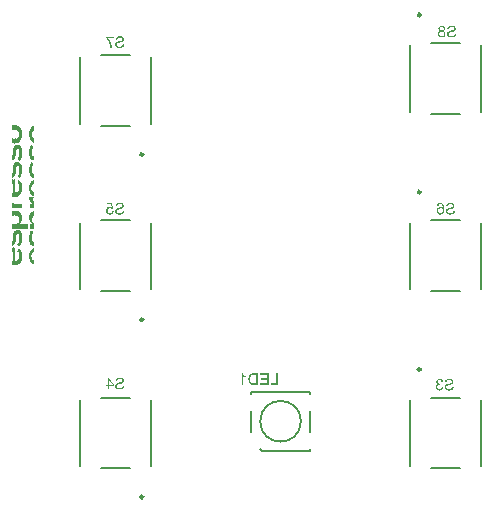
<source format=gbo>
G04*
G04 #@! TF.GenerationSoftware,Altium Limited,Altium Designer,22.10.1 (41)*
G04*
G04 Layer_Color=32896*
%FSLAX44Y44*%
%MOMM*%
G71*
G04*
G04 #@! TF.SameCoordinates,6FA54AF5-B1EA-40D0-AA23-297218595CE5*
G04*
G04*
G04 #@! TF.FilePolarity,Positive*
G04*
G01*
G75*
%ADD10C,0.2500*%
%ADD11C,0.2000*%
%ADD14C,0.1270*%
G36*
X-210965Y113922D02*
X-211795D01*
Y114026D01*
X-210965D01*
Y113922D01*
D02*
G37*
G36*
X-210862Y111849D02*
X-212417D01*
Y111952D01*
X-210862D01*
Y111849D01*
D02*
G37*
G36*
X-224339Y110708D02*
X-224235D01*
Y110604D01*
X-224028D01*
Y110501D01*
X-223717D01*
Y110397D01*
X-223613D01*
Y110501D01*
X-223406D01*
Y110397D01*
X-222992D01*
Y110190D01*
X-222888D01*
Y110294D01*
X-222680D01*
Y110190D01*
X-222473D01*
Y110086D01*
X-222369D01*
Y109983D01*
X-222266D01*
Y110294D01*
X-222162D01*
Y110190D01*
X-222058D01*
Y110086D01*
X-222162D01*
Y109879D01*
X-222058D01*
Y109983D01*
X-221955D01*
Y109879D01*
X-221851D01*
Y109671D01*
X-221747D01*
Y109568D01*
X-221644D01*
Y109464D01*
X-221540D01*
Y109568D01*
X-221644D01*
Y109671D01*
X-221540D01*
Y109775D01*
X-221644D01*
Y109879D01*
X-221436D01*
Y109568D01*
X-221333D01*
Y109464D01*
X-221436D01*
Y109360D01*
X-221333D01*
Y109257D01*
X-221229D01*
Y109360D01*
X-221125D01*
Y109257D01*
X-221022D01*
Y109153D01*
X-220918D01*
Y108946D01*
X-220814D01*
Y109049D01*
X-220711D01*
Y108946D01*
X-220607D01*
Y108842D01*
X-220503D01*
Y108427D01*
X-220400D01*
Y108531D01*
X-220296D01*
Y108324D01*
X-220400D01*
Y108220D01*
X-220192D01*
Y108116D01*
X-219985D01*
Y108013D01*
X-219674D01*
Y107805D01*
X-219778D01*
Y107598D01*
X-219881D01*
Y107494D01*
X-219674D01*
Y107287D01*
X-219466D01*
Y107183D01*
X-219674D01*
Y107080D01*
X-219570D01*
Y106976D01*
X-219156D01*
Y106872D01*
X-219363D01*
Y106665D01*
X-219466D01*
Y106561D01*
X-219259D01*
Y106458D01*
X-219156D01*
Y106250D01*
X-218948D01*
Y105939D01*
X-219156D01*
Y105732D01*
X-219052D01*
Y105421D01*
X-218948D01*
Y105213D01*
X-218845D01*
Y104799D01*
X-218741D01*
Y104695D01*
X-218533D01*
Y104280D01*
X-218637D01*
Y104591D01*
X-218845D01*
Y104384D01*
X-218741D01*
Y104177D01*
X-218845D01*
Y103969D01*
X-218741D01*
Y101896D01*
X-218845D01*
Y101377D01*
X-218741D01*
Y101170D01*
X-218637D01*
Y101067D01*
X-218845D01*
Y100756D01*
X-218948D01*
Y100237D01*
X-219052D01*
Y100133D01*
X-219156D01*
Y99926D01*
X-218948D01*
Y99822D01*
X-219052D01*
Y99719D01*
X-219259D01*
Y99511D01*
X-219363D01*
Y99304D01*
X-219259D01*
Y99200D01*
X-219363D01*
Y98993D01*
X-219259D01*
Y98682D01*
X-219363D01*
Y98475D01*
X-219466D01*
Y98682D01*
X-219570D01*
Y98578D01*
X-219674D01*
Y98475D01*
X-219778D01*
Y98371D01*
X-219881D01*
Y98267D01*
X-219778D01*
Y98060D01*
X-219881D01*
Y97956D01*
X-220089D01*
Y97749D01*
X-220296D01*
Y97645D01*
X-220400D01*
Y97542D01*
X-220503D01*
Y97438D01*
X-220296D01*
Y97334D01*
X-220400D01*
Y97231D01*
X-220503D01*
Y97127D01*
X-220607D01*
Y97231D01*
X-220711D01*
Y97127D01*
X-220607D01*
Y96919D01*
X-220918D01*
Y96608D01*
X-220814D01*
Y96505D01*
X-221022D01*
Y96608D01*
X-221229D01*
Y96401D01*
X-221540D01*
Y96194D01*
X-221644D01*
Y96090D01*
X-221747D01*
Y96298D01*
X-221851D01*
Y95986D01*
X-221955D01*
Y96090D01*
X-222058D01*
Y95883D01*
X-222473D01*
Y95779D01*
X-222577D01*
Y95572D01*
X-222680D01*
Y95675D01*
X-222784D01*
Y95572D01*
X-222888D01*
Y95675D01*
X-222992D01*
Y95364D01*
X-223095D01*
Y95468D01*
X-223199D01*
Y95572D01*
X-223302D01*
Y95468D01*
X-223406D01*
Y95364D01*
X-223717D01*
Y95261D01*
X-223925D01*
Y95364D01*
X-224028D01*
Y95261D01*
X-224443D01*
Y95157D01*
X-224339D01*
Y95053D01*
X-224754D01*
Y95157D01*
X-224961D01*
Y95053D01*
X-225791D01*
Y95157D01*
X-225894D01*
Y95053D01*
X-226102D01*
Y95157D01*
X-225998D01*
Y95261D01*
X-226516D01*
Y95364D01*
X-226620D01*
Y95157D01*
X-226827D01*
Y95261D01*
X-226724D01*
Y95364D01*
X-227035D01*
Y95572D01*
X-227138D01*
Y95468D01*
X-227346D01*
Y99615D01*
X-227242D01*
Y99408D01*
X-227138D01*
Y99304D01*
X-227035D01*
Y99408D01*
X-226931D01*
Y99304D01*
X-226827D01*
Y99408D01*
X-226724D01*
Y99511D01*
X-226102D01*
Y99408D01*
X-226620D01*
Y99304D01*
X-226413D01*
Y99200D01*
X-226309D01*
Y99304D01*
X-226102D01*
Y99200D01*
X-224339D01*
Y99304D01*
X-224443D01*
Y99408D01*
X-224339D01*
Y99511D01*
X-223821D01*
Y99408D01*
X-224235D01*
Y99304D01*
X-223717D01*
Y99408D01*
X-223613D01*
Y99304D01*
X-223510D01*
Y99408D01*
X-223406D01*
Y99511D01*
X-223302D01*
Y99408D01*
X-223199D01*
Y99615D01*
X-222992D01*
Y99719D01*
X-222888D01*
Y99822D01*
X-222680D01*
Y99926D01*
X-222577D01*
Y99719D01*
X-222473D01*
Y99926D01*
X-222577D01*
Y100030D01*
X-222369D01*
Y100133D01*
X-222162D01*
Y100030D01*
X-222058D01*
Y100237D01*
X-222162D01*
Y100341D01*
X-222058D01*
Y100444D01*
X-221955D01*
Y100341D01*
X-221747D01*
Y100444D01*
X-221851D01*
Y100548D01*
X-221747D01*
Y100859D01*
X-221644D01*
Y100756D01*
X-221540D01*
Y100963D01*
X-221436D01*
Y101481D01*
X-221333D01*
Y101377D01*
X-221229D01*
Y101481D01*
X-221333D01*
Y101688D01*
X-221229D01*
Y102000D01*
X-221125D01*
Y102518D01*
X-221229D01*
Y102622D01*
X-221333D01*
Y102933D01*
X-221229D01*
Y102725D01*
X-221125D01*
Y103140D01*
X-221229D01*
Y103347D01*
X-221022D01*
Y103451D01*
X-221229D01*
Y103555D01*
X-221022D01*
Y103658D01*
X-221125D01*
Y103866D01*
X-221229D01*
Y104177D01*
X-221333D01*
Y104488D01*
X-221436D01*
Y104695D01*
X-221540D01*
Y104799D01*
X-221436D01*
Y104902D01*
X-221644D01*
Y105006D01*
X-221747D01*
Y105110D01*
X-221955D01*
Y105213D01*
X-221851D01*
Y105317D01*
X-221955D01*
Y105421D01*
X-222058D01*
Y105628D01*
X-221955D01*
Y105732D01*
X-222058D01*
Y105836D01*
X-222266D01*
Y105732D01*
X-222369D01*
Y105836D01*
X-222577D01*
Y105939D01*
X-222369D01*
Y106043D01*
X-222577D01*
Y106146D01*
X-222680D01*
Y106043D01*
X-222784D01*
Y106146D01*
X-222992D01*
Y106043D01*
X-223095D01*
Y106250D01*
X-223199D01*
Y106354D01*
X-223406D01*
Y106458D01*
X-223717D01*
Y106561D01*
X-223821D01*
Y106665D01*
X-223925D01*
Y106354D01*
X-224028D01*
Y106458D01*
X-224132D01*
Y106561D01*
X-224235D01*
Y106458D01*
X-224339D01*
Y106561D01*
X-224443D01*
Y106665D01*
X-226102D01*
Y106561D01*
X-225894D01*
Y106458D01*
X-226205D01*
Y106354D01*
X-226309D01*
Y106561D01*
X-226724D01*
Y106458D01*
X-226827D01*
Y106561D01*
X-226931D01*
Y106458D01*
X-227035D01*
Y106354D01*
X-227346D01*
Y110397D01*
X-227035D01*
Y110501D01*
X-226620D01*
Y110604D01*
X-226102D01*
Y110708D01*
X-225998D01*
Y110604D01*
X-225894D01*
Y110708D01*
X-225791D01*
Y110812D01*
X-225687D01*
Y110915D01*
X-225272D01*
Y110812D01*
X-225169D01*
Y110708D01*
X-225065D01*
Y110812D01*
X-224961D01*
Y110915D01*
X-224754D01*
Y110812D01*
X-224547D01*
Y110915D01*
X-224339D01*
Y110708D01*
D02*
G37*
G36*
X-208995Y106146D02*
X-209099D01*
Y106043D01*
X-209203D01*
Y105732D01*
X-209307D01*
Y105628D01*
X-209514D01*
Y105732D01*
X-209618D01*
Y105628D01*
X-209514D01*
Y105421D01*
X-209618D01*
Y105317D01*
X-209721D01*
Y105213D01*
X-209825D01*
Y105317D01*
X-209928D01*
Y105213D01*
X-209825D01*
Y105110D01*
X-209928D01*
Y104902D01*
X-209825D01*
Y104591D01*
X-209928D01*
Y104799D01*
X-210136D01*
Y104384D01*
X-210240D01*
Y104488D01*
X-210343D01*
Y104280D01*
X-210240D01*
Y104177D01*
X-210136D01*
Y104073D01*
X-210240D01*
Y103969D01*
X-210343D01*
Y103762D01*
X-210447D01*
Y103658D01*
X-210343D01*
Y103451D01*
X-210447D01*
Y102311D01*
X-210343D01*
Y102207D01*
X-210447D01*
Y102103D01*
X-210343D01*
Y101688D01*
X-210240D01*
Y101377D01*
X-210136D01*
Y101274D01*
X-210032D01*
Y101170D01*
X-210136D01*
Y100963D01*
X-210032D01*
Y101067D01*
X-209928D01*
Y100859D01*
X-209825D01*
Y100652D01*
X-209618D01*
Y100548D01*
X-209721D01*
Y100341D01*
X-209618D01*
Y100444D01*
X-209514D01*
Y100341D01*
X-209410D01*
Y100237D01*
X-209307D01*
Y100030D01*
X-209203D01*
Y100237D01*
X-209099D01*
Y99926D01*
X-208995D01*
Y99822D01*
X-209099D01*
Y99719D01*
X-208995D01*
Y95675D01*
X-209099D01*
Y95779D01*
X-209307D01*
Y95883D01*
X-209203D01*
Y95986D01*
X-209410D01*
Y95883D01*
X-209618D01*
Y95986D01*
X-209721D01*
Y96090D01*
X-209825D01*
Y96194D01*
X-210032D01*
Y96298D01*
X-210136D01*
Y96194D01*
X-210032D01*
Y96090D01*
X-210240D01*
Y96194D01*
X-210343D01*
Y96298D01*
X-210240D01*
Y96712D01*
X-210343D01*
Y96505D01*
X-210447D01*
Y96712D01*
X-210551D01*
Y97023D01*
X-210654D01*
Y96919D01*
X-210862D01*
Y96712D01*
X-210965D01*
Y96816D01*
X-211069D01*
Y97023D01*
X-210965D01*
Y97127D01*
X-211069D01*
Y97231D01*
X-211173D01*
Y97334D01*
X-211276D01*
Y97438D01*
X-211380D01*
Y97334D01*
X-211484D01*
Y97542D01*
X-211173D01*
Y97749D01*
X-211276D01*
Y97645D01*
X-211484D01*
Y97853D01*
X-211380D01*
Y97956D01*
X-211587D01*
Y98060D01*
X-211691D01*
Y98164D01*
X-211795D01*
Y98267D01*
X-211898D01*
Y98371D01*
X-211795D01*
Y98475D01*
X-212106D01*
Y98578D01*
X-212002D01*
Y98786D01*
X-211898D01*
Y98889D01*
X-212002D01*
Y98993D01*
X-212106D01*
Y99097D01*
X-212209D01*
Y99200D01*
X-212313D01*
Y99408D01*
X-212209D01*
Y99511D01*
X-212313D01*
Y99615D01*
X-212209D01*
Y99719D01*
X-212417D01*
Y100030D01*
X-212520D01*
Y100133D01*
X-212417D01*
Y100237D01*
X-212520D01*
Y100341D01*
X-212624D01*
Y100652D01*
X-212831D01*
Y100756D01*
X-212624D01*
Y100859D01*
X-212831D01*
Y100963D01*
X-212728D01*
Y101067D01*
X-212624D01*
Y101170D01*
X-212728D01*
Y101274D01*
X-212624D01*
Y101377D01*
X-212728D01*
Y101688D01*
X-212831D01*
Y101792D01*
X-212728D01*
Y101896D01*
X-212831D01*
Y103969D01*
X-212728D01*
Y104073D01*
X-212831D01*
Y104177D01*
X-212728D01*
Y104695D01*
X-212624D01*
Y104799D01*
X-212728D01*
Y104902D01*
X-212831D01*
Y105213D01*
X-212624D01*
Y105421D01*
X-212520D01*
Y105628D01*
X-212417D01*
Y105836D01*
X-212520D01*
Y105939D01*
X-212417D01*
Y106250D01*
X-212520D01*
Y106458D01*
X-212313D01*
Y106250D01*
X-212209D01*
Y106458D01*
X-212313D01*
Y106561D01*
X-212520D01*
Y106665D01*
X-212417D01*
Y106769D01*
X-212313D01*
Y106665D01*
X-212209D01*
Y106561D01*
X-212106D01*
Y106665D01*
X-212209D01*
Y106872D01*
X-212106D01*
Y107080D01*
X-212002D01*
Y106976D01*
X-211898D01*
Y107080D01*
X-212002D01*
Y107183D01*
X-211898D01*
Y107287D01*
X-212106D01*
Y107391D01*
X-211898D01*
Y107598D01*
X-211795D01*
Y107702D01*
X-211691D01*
Y108013D01*
X-211587D01*
Y108116D01*
X-211484D01*
Y108220D01*
X-211380D01*
Y108116D01*
X-211276D01*
Y108324D01*
X-211380D01*
Y108427D01*
X-211276D01*
Y108531D01*
X-211069D01*
Y108738D01*
X-210965D01*
Y108946D01*
X-210758D01*
Y108842D01*
X-210654D01*
Y108946D01*
X-210758D01*
Y109049D01*
X-210654D01*
Y109153D01*
X-210758D01*
Y109257D01*
X-210654D01*
Y109464D01*
X-210551D01*
Y109257D01*
X-210447D01*
Y109360D01*
X-210343D01*
Y109257D01*
X-210240D01*
Y109360D01*
X-210343D01*
Y109464D01*
X-210240D01*
Y109568D01*
X-209825D01*
Y109671D01*
X-209928D01*
Y109775D01*
X-209721D01*
Y109879D01*
X-209618D01*
Y109983D01*
X-208995D01*
Y106146D01*
D02*
G37*
G36*
X-221747Y94120D02*
X-221644D01*
Y94017D01*
X-221747D01*
Y93913D01*
X-221436D01*
Y93809D01*
X-221540D01*
Y93706D01*
X-221333D01*
Y93809D01*
X-221229D01*
Y93706D01*
X-221125D01*
Y93809D01*
X-221229D01*
Y93913D01*
X-220918D01*
Y93809D01*
X-221022D01*
Y93602D01*
X-220814D01*
Y93498D01*
X-220607D01*
Y93395D01*
X-220503D01*
Y93291D01*
X-220607D01*
Y93084D01*
X-220503D01*
Y92980D01*
X-220296D01*
Y92876D01*
X-220192D01*
Y92980D01*
X-220089D01*
Y92876D01*
X-219985D01*
Y92773D01*
X-219881D01*
Y92669D01*
X-219674D01*
Y92565D01*
X-219881D01*
Y92462D01*
X-219674D01*
Y92358D01*
X-219778D01*
Y92254D01*
X-219570D01*
Y92150D01*
X-219466D01*
Y92047D01*
X-219674D01*
Y91943D01*
X-219466D01*
Y91736D01*
X-219363D01*
Y91632D01*
X-219466D01*
Y91529D01*
X-219363D01*
Y91217D01*
X-219259D01*
Y91321D01*
X-219156D01*
Y91114D01*
X-218948D01*
Y90906D01*
X-219156D01*
Y90803D01*
X-219052D01*
Y90699D01*
X-219156D01*
Y90595D01*
X-218948D01*
Y90284D01*
X-219052D01*
Y90181D01*
X-218948D01*
Y90077D01*
X-218845D01*
Y89662D01*
X-218741D01*
Y89455D01*
X-218845D01*
Y89351D01*
X-218637D01*
Y89559D01*
X-218533D01*
Y89248D01*
X-218741D01*
Y86552D01*
X-218637D01*
Y86448D01*
X-218741D01*
Y86034D01*
X-218637D01*
Y85930D01*
X-218533D01*
Y85826D01*
X-218741D01*
Y85930D01*
X-218845D01*
Y85826D01*
X-218741D01*
Y85723D01*
X-218533D01*
Y85515D01*
X-218637D01*
Y85619D01*
X-218741D01*
Y85412D01*
X-218845D01*
Y85101D01*
X-218948D01*
Y84997D01*
X-218845D01*
Y84893D01*
X-218948D01*
Y84790D01*
X-219052D01*
Y84582D01*
X-218948D01*
Y84479D01*
X-219052D01*
Y84168D01*
X-219156D01*
Y83546D01*
X-219363D01*
Y83442D01*
X-219259D01*
Y83235D01*
X-219466D01*
Y83131D01*
X-219363D01*
Y82924D01*
X-219570D01*
Y82820D01*
X-219259D01*
Y82716D01*
X-219363D01*
Y82509D01*
X-219466D01*
Y82612D01*
X-219570D01*
Y82509D01*
X-219674D01*
Y82612D01*
X-219778D01*
Y82405D01*
X-219674D01*
Y82302D01*
X-219881D01*
Y82198D01*
X-219778D01*
Y82094D01*
X-219674D01*
Y81990D01*
X-219881D01*
Y81783D01*
X-219985D01*
Y81887D01*
X-220089D01*
Y81576D01*
X-220192D01*
Y81472D01*
X-220400D01*
Y81265D01*
X-220503D01*
Y81161D01*
X-220607D01*
Y81057D01*
X-220503D01*
Y80850D01*
X-220711D01*
Y80643D01*
X-220814D01*
Y80850D01*
X-220918D01*
Y80643D01*
X-221022D01*
Y80539D01*
X-221125D01*
Y80435D01*
X-221229D01*
Y80332D01*
X-221125D01*
Y80228D01*
X-221229D01*
Y80124D01*
X-221436D01*
Y80228D01*
X-221540D01*
Y80435D01*
X-221644D01*
Y80643D01*
X-221747D01*
Y80746D01*
X-221851D01*
Y80954D01*
X-221955D01*
Y81161D01*
X-222058D01*
Y81057D01*
X-222162D01*
Y81161D01*
X-222266D01*
Y81265D01*
X-222369D01*
Y81368D01*
X-222577D01*
Y81472D01*
X-222369D01*
Y81679D01*
X-222680D01*
Y81783D01*
X-222784D01*
Y81887D01*
X-222888D01*
Y82302D01*
X-222784D01*
Y82198D01*
X-222680D01*
Y82509D01*
X-222577D01*
Y82405D01*
X-222473D01*
Y82509D01*
X-222577D01*
Y82716D01*
X-222162D01*
Y83027D01*
X-222058D01*
Y83131D01*
X-221955D01*
Y83338D01*
X-222058D01*
Y83442D01*
X-221955D01*
Y83546D01*
X-221851D01*
Y83442D01*
X-221747D01*
Y83857D01*
X-221644D01*
Y83960D01*
X-221540D01*
Y84064D01*
X-221644D01*
Y84168D01*
X-221540D01*
Y84271D01*
X-221436D01*
Y84375D01*
X-221540D01*
Y84582D01*
X-221436D01*
Y84479D01*
X-221333D01*
Y84582D01*
X-221436D01*
Y84893D01*
X-221333D01*
Y85204D01*
X-221229D01*
Y85308D01*
X-221125D01*
Y85412D01*
X-221229D01*
Y85515D01*
X-221125D01*
Y85826D01*
X-221022D01*
Y86552D01*
X-221125D01*
Y86656D01*
X-221022D01*
Y88833D01*
X-221125D01*
Y88729D01*
X-221229D01*
Y89144D01*
X-221333D01*
Y89248D01*
X-221125D01*
Y89144D01*
X-221022D01*
Y89455D01*
X-221229D01*
Y89351D01*
X-221333D01*
Y89559D01*
X-221125D01*
Y89766D01*
X-221333D01*
Y89973D01*
X-221436D01*
Y90077D01*
X-221540D01*
Y90284D01*
X-221644D01*
Y90492D01*
X-221747D01*
Y90595D01*
X-222162D01*
Y90492D01*
X-222266D01*
Y90699D01*
X-222577D01*
Y90595D01*
X-222680D01*
Y90699D01*
X-222784D01*
Y90595D01*
X-222992D01*
Y90699D01*
X-223095D01*
Y90595D01*
X-222992D01*
Y90492D01*
X-223095D01*
Y90388D01*
X-223406D01*
Y90284D01*
X-223302D01*
Y90181D01*
X-223406D01*
Y89973D01*
X-223510D01*
Y90077D01*
X-223613D01*
Y89870D01*
X-223510D01*
Y89766D01*
X-223717D01*
Y89559D01*
X-223510D01*
Y89455D01*
X-223613D01*
Y89248D01*
X-223717D01*
Y88833D01*
X-223821D01*
Y88004D01*
X-223717D01*
Y87692D01*
X-223821D01*
Y87900D01*
X-223925D01*
Y87692D01*
X-224028D01*
Y87589D01*
X-223925D01*
Y87381D01*
X-224028D01*
Y86345D01*
X-224132D01*
Y85308D01*
X-224235D01*
Y84997D01*
X-224339D01*
Y84271D01*
X-224443D01*
Y83857D01*
X-224547D01*
Y83753D01*
X-224443D01*
Y83649D01*
X-224650D01*
Y83546D01*
X-224547D01*
Y83442D01*
X-224650D01*
Y83235D01*
X-224754D01*
Y83027D01*
X-224650D01*
Y83131D01*
X-224547D01*
Y82924D01*
X-224754D01*
Y82820D01*
X-224961D01*
Y82716D01*
X-224858D01*
Y82509D01*
X-224961D01*
Y82612D01*
X-225065D01*
Y82094D01*
X-225169D01*
Y81990D01*
X-225272D01*
Y82094D01*
X-225480D01*
Y81679D01*
X-225583D01*
Y81576D01*
X-225687D01*
Y81472D01*
X-225791D01*
Y81576D01*
X-225894D01*
Y81265D01*
X-226102D01*
Y81161D01*
X-226205D01*
Y81265D01*
X-226309D01*
Y81161D01*
X-226205D01*
Y81057D01*
X-226620D01*
Y80954D01*
X-227035D01*
Y80850D01*
X-227138D01*
Y80954D01*
X-227242D01*
Y80850D01*
X-227346D01*
Y84479D01*
X-227138D01*
Y84582D01*
X-227346D01*
Y84686D01*
X-227242D01*
Y84790D01*
X-227035D01*
Y84997D01*
X-227242D01*
Y85204D01*
X-227138D01*
Y85101D01*
X-227035D01*
Y85204D01*
X-227138D01*
Y85308D01*
X-226931D01*
Y85619D01*
X-226827D01*
Y86137D01*
X-226931D01*
Y86345D01*
X-226827D01*
Y86241D01*
X-226724D01*
Y86656D01*
X-226620D01*
Y86863D01*
X-226827D01*
Y86552D01*
X-226931D01*
Y87071D01*
X-226620D01*
Y87381D01*
X-226724D01*
Y87485D01*
X-226620D01*
Y88004D01*
X-226516D01*
Y88626D01*
X-226413D01*
Y88729D01*
X-226516D01*
Y88833D01*
X-226620D01*
Y88729D01*
X-226724D01*
Y88937D01*
X-226620D01*
Y89766D01*
X-226413D01*
Y89662D01*
X-226516D01*
Y88937D01*
X-226413D01*
Y89559D01*
X-226309D01*
Y89766D01*
X-226413D01*
Y89870D01*
X-226516D01*
Y89973D01*
X-226309D01*
Y90181D01*
X-226516D01*
Y90284D01*
X-226413D01*
Y90388D01*
X-226309D01*
Y90595D01*
X-226205D01*
Y91114D01*
X-226102D01*
Y91217D01*
X-225998D01*
Y91321D01*
X-226102D01*
Y91425D01*
X-226205D01*
Y91529D01*
X-225998D01*
Y91840D01*
X-225894D01*
Y91943D01*
X-225791D01*
Y92254D01*
X-225687D01*
Y92150D01*
X-225583D01*
Y92254D01*
X-225687D01*
Y92462D01*
X-225480D01*
Y92565D01*
X-225583D01*
Y92669D01*
X-225480D01*
Y92876D01*
X-225376D01*
Y92980D01*
X-225272D01*
Y93187D01*
X-225169D01*
Y93084D01*
X-225065D01*
Y93187D01*
X-224961D01*
Y93291D01*
X-224754D01*
Y93395D01*
X-224961D01*
Y93498D01*
X-224754D01*
Y93602D01*
X-224650D01*
Y93706D01*
X-224339D01*
Y93809D01*
X-224235D01*
Y93706D01*
X-224132D01*
Y93809D01*
X-224028D01*
Y93913D01*
X-223821D01*
Y94017D01*
X-223406D01*
Y94120D01*
X-223302D01*
Y94017D01*
X-223199D01*
Y94120D01*
X-223095D01*
Y94224D01*
X-222266D01*
Y94120D01*
X-222577D01*
Y94017D01*
X-221955D01*
Y93913D01*
X-221851D01*
Y94120D01*
X-221955D01*
Y94224D01*
X-221747D01*
Y94120D01*
D02*
G37*
G36*
X-211069Y93809D02*
X-210862D01*
Y93706D01*
X-210758D01*
Y93602D01*
X-210654D01*
Y93706D01*
X-210551D01*
Y93602D01*
X-210447D01*
Y93498D01*
X-210343D01*
Y93395D01*
X-210136D01*
Y93291D01*
X-210032D01*
Y93084D01*
X-210136D01*
Y93187D01*
X-210240D01*
Y93084D01*
X-210136D01*
Y92980D01*
X-210032D01*
Y92876D01*
X-209928D01*
Y92980D01*
X-209721D01*
Y92876D01*
X-209618D01*
Y92773D01*
X-209514D01*
Y92669D01*
X-209618D01*
Y92565D01*
X-209307D01*
Y92358D01*
X-209099D01*
Y92150D01*
X-209203D01*
Y92254D01*
X-209307D01*
Y92150D01*
X-209203D01*
Y91943D01*
X-209307D01*
Y91840D01*
X-209514D01*
Y91632D01*
X-209618D01*
Y91529D01*
X-209721D01*
Y91425D01*
X-209618D01*
Y91217D01*
X-209721D01*
Y91010D01*
X-209928D01*
Y90906D01*
X-209825D01*
Y90803D01*
X-209928D01*
Y90699D01*
X-210032D01*
Y90388D01*
X-210136D01*
Y90284D01*
X-210240D01*
Y90181D01*
X-210136D01*
Y90077D01*
X-210343D01*
Y89973D01*
X-210240D01*
Y89766D01*
X-210343D01*
Y89455D01*
X-210240D01*
Y89351D01*
X-210136D01*
Y89144D01*
X-210240D01*
Y88937D01*
X-210343D01*
Y89040D01*
X-210447D01*
Y88626D01*
X-210551D01*
Y88211D01*
X-210654D01*
Y87692D01*
X-210551D01*
Y87485D01*
X-210654D01*
Y86552D01*
X-210551D01*
Y87174D01*
X-210447D01*
Y86448D01*
X-210551D01*
Y86034D01*
X-210654D01*
Y85930D01*
X-210551D01*
Y85515D01*
X-210447D01*
Y85412D01*
X-210343D01*
Y85619D01*
X-210240D01*
Y85308D01*
X-210136D01*
Y85204D01*
X-210240D01*
Y85101D01*
X-210136D01*
Y84997D01*
X-210343D01*
Y84893D01*
X-210240D01*
Y84686D01*
X-210032D01*
Y84479D01*
X-209928D01*
Y84375D01*
X-209825D01*
Y84479D01*
X-209721D01*
Y84375D01*
X-209618D01*
Y84271D01*
X-208995D01*
Y80850D01*
X-209825D01*
Y81057D01*
X-210136D01*
Y80954D01*
X-210343D01*
Y81057D01*
X-210447D01*
Y80954D01*
X-210654D01*
Y81057D01*
X-210551D01*
Y81161D01*
X-210447D01*
Y81265D01*
X-210862D01*
Y81472D01*
X-211069D01*
Y81576D01*
X-210965D01*
Y81679D01*
X-211069D01*
Y81783D01*
X-211173D01*
Y81679D01*
X-211276D01*
Y81783D01*
X-211587D01*
Y81887D01*
X-211380D01*
Y82094D01*
X-211587D01*
Y82302D01*
X-211691D01*
Y82405D01*
X-211898D01*
Y82509D01*
X-212002D01*
Y82612D01*
X-212209D01*
Y82820D01*
X-212106D01*
Y82716D01*
X-212002D01*
Y82820D01*
X-212106D01*
Y82924D01*
X-212002D01*
Y83027D01*
X-212106D01*
Y83131D01*
X-212209D01*
Y83235D01*
X-212313D01*
Y83338D01*
X-212520D01*
Y83546D01*
X-212417D01*
Y83442D01*
X-212209D01*
Y83546D01*
X-212417D01*
Y84064D01*
X-212520D01*
Y84168D01*
X-212417D01*
Y84271D01*
X-212624D01*
Y83960D01*
X-212728D01*
Y84375D01*
X-212624D01*
Y84582D01*
X-212520D01*
Y84686D01*
X-212624D01*
Y84790D01*
X-212728D01*
Y84582D01*
X-212831D01*
Y84893D01*
X-212728D01*
Y84997D01*
X-212624D01*
Y85101D01*
X-212728D01*
Y85723D01*
X-212831D01*
Y85826D01*
X-212935D01*
Y85930D01*
X-212831D01*
Y86137D01*
X-212728D01*
Y86241D01*
X-212831D01*
Y88315D01*
X-212728D01*
Y88418D01*
X-212831D01*
Y88626D01*
X-212728D01*
Y88729D01*
X-212831D01*
Y88833D01*
X-212728D01*
Y89144D01*
X-212624D01*
Y89248D01*
X-212728D01*
Y89351D01*
X-212624D01*
Y89455D01*
X-212935D01*
Y89559D01*
X-212728D01*
Y89662D01*
X-212831D01*
Y89766D01*
X-212728D01*
Y89870D01*
X-212624D01*
Y90284D01*
X-212520D01*
Y90492D01*
X-212417D01*
Y90595D01*
X-212520D01*
Y90699D01*
X-212417D01*
Y91010D01*
X-212313D01*
Y91217D01*
X-212209D01*
Y91321D01*
X-212313D01*
Y91425D01*
X-212106D01*
Y91529D01*
X-212209D01*
Y91632D01*
X-212106D01*
Y91736D01*
X-212002D01*
Y91840D01*
X-211898D01*
Y91943D01*
X-212002D01*
Y92150D01*
X-211898D01*
Y92254D01*
X-212002D01*
Y92358D01*
X-211898D01*
Y92462D01*
X-211795D01*
Y92669D01*
X-211691D01*
Y92462D01*
X-211587D01*
Y92669D01*
X-211691D01*
Y92773D01*
X-211587D01*
Y92980D01*
X-211691D01*
Y93084D01*
X-211484D01*
Y92876D01*
X-211380D01*
Y92980D01*
X-211276D01*
Y93084D01*
X-211484D01*
Y93187D01*
X-211380D01*
Y93291D01*
X-211276D01*
Y93395D01*
X-211173D01*
Y93291D01*
X-211069D01*
Y93395D01*
X-211173D01*
Y93498D01*
X-210965D01*
Y93602D01*
X-211069D01*
Y93706D01*
X-211173D01*
Y93913D01*
X-211069D01*
Y93809D01*
D02*
G37*
G36*
X-221333Y79088D02*
X-221229D01*
Y78880D01*
X-220918D01*
Y78777D01*
X-220814D01*
Y78880D01*
X-220711D01*
Y78777D01*
X-220607D01*
Y78673D01*
X-220503D01*
Y78569D01*
X-220296D01*
Y78466D01*
X-220192D01*
Y78362D01*
X-220089D01*
Y78466D01*
X-219985D01*
Y78362D01*
X-219881D01*
Y78155D01*
X-219985D01*
Y78258D01*
X-220192D01*
Y78155D01*
X-219985D01*
Y77843D01*
X-219881D01*
Y77740D01*
X-219778D01*
Y77533D01*
X-219570D01*
Y77429D01*
X-219466D01*
Y77533D01*
X-219363D01*
Y77325D01*
X-219466D01*
Y77221D01*
X-219570D01*
Y77118D01*
X-219466D01*
Y76911D01*
X-219363D01*
Y76807D01*
X-219259D01*
Y76703D01*
X-219363D01*
Y76599D01*
X-219156D01*
Y76496D01*
X-219052D01*
Y76599D01*
X-218948D01*
Y76288D01*
X-219052D01*
Y76081D01*
X-219156D01*
Y75874D01*
X-219052D01*
Y75666D01*
X-218948D01*
Y75459D01*
X-218845D01*
Y75044D01*
X-218637D01*
Y74941D01*
X-218845D01*
Y74837D01*
X-218637D01*
Y74733D01*
X-218741D01*
Y74630D01*
X-218533D01*
Y74526D01*
X-218637D01*
Y74422D01*
X-218741D01*
Y74008D01*
X-218845D01*
Y73904D01*
X-218741D01*
Y71623D01*
X-218845D01*
Y71416D01*
X-218741D01*
Y71208D01*
X-218533D01*
Y70897D01*
X-218637D01*
Y71001D01*
X-218741D01*
Y71105D01*
X-218845D01*
Y71001D01*
X-218741D01*
Y70897D01*
X-218637D01*
Y70586D01*
X-218741D01*
Y70690D01*
X-218845D01*
Y70275D01*
X-218741D01*
Y69964D01*
X-218845D01*
Y70172D01*
X-218948D01*
Y69653D01*
X-219052D01*
Y69550D01*
X-219156D01*
Y69446D01*
X-218845D01*
Y69342D01*
X-218948D01*
Y69135D01*
X-219052D01*
Y69239D01*
X-219156D01*
Y68927D01*
X-219052D01*
Y68824D01*
X-219259D01*
Y68927D01*
X-219363D01*
Y68824D01*
X-219259D01*
Y68617D01*
X-219363D01*
Y68720D01*
X-219466D01*
Y68513D01*
X-219363D01*
Y68409D01*
X-219466D01*
Y68098D01*
X-219674D01*
Y67994D01*
X-219570D01*
Y67787D01*
X-219778D01*
Y67684D01*
X-219881D01*
Y67372D01*
X-219778D01*
Y67269D01*
X-219881D01*
Y67165D01*
X-219985D01*
Y66958D01*
X-220089D01*
Y66854D01*
X-220192D01*
Y66647D01*
X-220296D01*
Y66750D01*
X-220400D01*
Y66543D01*
X-220503D01*
Y66439D01*
X-220400D01*
Y66336D01*
X-220503D01*
Y66232D01*
X-220607D01*
Y66336D01*
X-220711D01*
Y66232D01*
X-220814D01*
Y66025D01*
X-220918D01*
Y65921D01*
X-220814D01*
Y65817D01*
X-221125D01*
Y65714D01*
X-221022D01*
Y65610D01*
X-221125D01*
Y65506D01*
X-221436D01*
Y65610D01*
X-221540D01*
Y65714D01*
X-221644D01*
Y65817D01*
X-221747D01*
Y66025D01*
X-221851D01*
Y66439D01*
X-222058D01*
Y66336D01*
X-222162D01*
Y66439D01*
X-222266D01*
Y66543D01*
X-222162D01*
Y66647D01*
X-222266D01*
Y66854D01*
X-222369D01*
Y66958D01*
X-222473D01*
Y67061D01*
X-222680D01*
Y67269D01*
X-222888D01*
Y67372D01*
X-222784D01*
Y67580D01*
X-222577D01*
Y67684D01*
X-222473D01*
Y68098D01*
X-222369D01*
Y67994D01*
X-222266D01*
Y68098D01*
X-222369D01*
Y68202D01*
X-222266D01*
Y68409D01*
X-222058D01*
Y68513D01*
X-221955D01*
Y68617D01*
X-221851D01*
Y68720D01*
X-221747D01*
Y68927D01*
X-221851D01*
Y69135D01*
X-221644D01*
Y69239D01*
X-221540D01*
Y69342D01*
X-221644D01*
Y69446D01*
X-221540D01*
Y69550D01*
X-221436D01*
Y69653D01*
X-221540D01*
Y69757D01*
X-221436D01*
Y70068D01*
X-221644D01*
Y70172D01*
X-221540D01*
Y70379D01*
X-221436D01*
Y70275D01*
X-221333D01*
Y70379D01*
X-221229D01*
Y70794D01*
X-221125D01*
Y71001D01*
X-221022D01*
Y71105D01*
X-221125D01*
Y71208D01*
X-221022D01*
Y71416D01*
X-221125D01*
Y71519D01*
X-221022D01*
Y71623D01*
X-221125D01*
Y71727D01*
X-221229D01*
Y71934D01*
X-221022D01*
Y74319D01*
X-221125D01*
Y74215D01*
X-221229D01*
Y74422D01*
X-221125D01*
Y74526D01*
X-221022D01*
Y74630D01*
X-221125D01*
Y74837D01*
X-221229D01*
Y75044D01*
X-221125D01*
Y75148D01*
X-221229D01*
Y75252D01*
X-221333D01*
Y75355D01*
X-221436D01*
Y75563D01*
X-221644D01*
Y75666D01*
X-221747D01*
Y75770D01*
X-221644D01*
Y75874D01*
X-221747D01*
Y75977D01*
X-221851D01*
Y75770D01*
X-221955D01*
Y75874D01*
X-222058D01*
Y75977D01*
X-222784D01*
Y75874D01*
X-222888D01*
Y75977D01*
X-222992D01*
Y75770D01*
X-223095D01*
Y75666D01*
X-223199D01*
Y75770D01*
X-223302D01*
Y75666D01*
X-223199D01*
Y75563D01*
X-223302D01*
Y75459D01*
X-223406D01*
Y75563D01*
X-223510D01*
Y75355D01*
X-223613D01*
Y75252D01*
X-223510D01*
Y75148D01*
X-223717D01*
Y75044D01*
X-223613D01*
Y74837D01*
X-223717D01*
Y74630D01*
X-223613D01*
Y74733D01*
X-223510D01*
Y74526D01*
X-223717D01*
Y74319D01*
X-223821D01*
Y74111D01*
X-223613D01*
Y74008D01*
X-223821D01*
Y73593D01*
X-223925D01*
Y72971D01*
X-224028D01*
Y72867D01*
X-223925D01*
Y72764D01*
X-224028D01*
Y72660D01*
X-223925D01*
Y72453D01*
X-223821D01*
Y72349D01*
X-224028D01*
Y71934D01*
X-224132D01*
Y71416D01*
X-224028D01*
Y71519D01*
X-223925D01*
Y71727D01*
X-224028D01*
Y71830D01*
X-223821D01*
Y71416D01*
X-223925D01*
Y71208D01*
X-224028D01*
Y71312D01*
X-224132D01*
Y70690D01*
X-224235D01*
Y69964D01*
X-224339D01*
Y69757D01*
X-224443D01*
Y69653D01*
X-224339D01*
Y69446D01*
X-224443D01*
Y69239D01*
X-224547D01*
Y69135D01*
X-224443D01*
Y68927D01*
X-224547D01*
Y68824D01*
X-224650D01*
Y68720D01*
X-224754D01*
Y68617D01*
X-224650D01*
Y68409D01*
X-224754D01*
Y68098D01*
X-224858D01*
Y67994D01*
X-224961D01*
Y67787D01*
X-225065D01*
Y67891D01*
X-225169D01*
Y67580D01*
X-225065D01*
Y67476D01*
X-225272D01*
Y67269D01*
X-225376D01*
Y67372D01*
X-225480D01*
Y67269D01*
X-225583D01*
Y67165D01*
X-225480D01*
Y67061D01*
X-225791D01*
Y66854D01*
X-225687D01*
Y66750D01*
X-225791D01*
Y66647D01*
X-226102D01*
Y66439D01*
X-226413D01*
Y66543D01*
X-226516D01*
Y66439D01*
X-226413D01*
Y66336D01*
X-226620D01*
Y66025D01*
X-226724D01*
Y66336D01*
X-226931D01*
Y66232D01*
X-227346D01*
Y69757D01*
X-227242D01*
Y69964D01*
X-227138D01*
Y70068D01*
X-227035D01*
Y70275D01*
X-227138D01*
Y70379D01*
X-227035D01*
Y70586D01*
X-226931D01*
Y70690D01*
X-226827D01*
Y70794D01*
X-226931D01*
Y70897D01*
X-226827D01*
Y71105D01*
X-226724D01*
Y71208D01*
X-226827D01*
Y71416D01*
X-226931D01*
Y71519D01*
X-226827D01*
Y71623D01*
X-226724D01*
Y71727D01*
X-226620D01*
Y71934D01*
X-226724D01*
Y72141D01*
X-226827D01*
Y72038D01*
X-226931D01*
Y72349D01*
X-226724D01*
Y72867D01*
X-226620D01*
Y73178D01*
X-226516D01*
Y73800D01*
X-226413D01*
Y74008D01*
X-226516D01*
Y74111D01*
X-226413D01*
Y74215D01*
X-226724D01*
Y74319D01*
X-226620D01*
Y74733D01*
X-226516D01*
Y74319D01*
X-226413D01*
Y74733D01*
X-226309D01*
Y74941D01*
X-226516D01*
Y74837D01*
X-226620D01*
Y75148D01*
X-226516D01*
Y75044D01*
X-226413D01*
Y75148D01*
X-226309D01*
Y75252D01*
X-226413D01*
Y75355D01*
X-226309D01*
Y75459D01*
X-226413D01*
Y75563D01*
X-226309D01*
Y75666D01*
X-226205D01*
Y76288D01*
X-226102D01*
Y76703D01*
X-225998D01*
Y77014D01*
X-226102D01*
Y77325D01*
X-225998D01*
Y77118D01*
X-225894D01*
Y77221D01*
X-225791D01*
Y77325D01*
X-225894D01*
Y77429D01*
X-225791D01*
Y77533D01*
X-225583D01*
Y77636D01*
X-225791D01*
Y77740D01*
X-225583D01*
Y77843D01*
X-225480D01*
Y78051D01*
X-225272D01*
Y78155D01*
X-225376D01*
Y78362D01*
X-225272D01*
Y78466D01*
X-225169D01*
Y78362D01*
X-225065D01*
Y78466D01*
X-225169D01*
Y78569D01*
X-225065D01*
Y78673D01*
X-224961D01*
Y78569D01*
X-224858D01*
Y78673D01*
X-224961D01*
Y78777D01*
X-224754D01*
Y78880D01*
X-224650D01*
Y78777D01*
X-224547D01*
Y78984D01*
X-224443D01*
Y79088D01*
X-224132D01*
Y79191D01*
X-224028D01*
Y79088D01*
X-223925D01*
Y79191D01*
X-224028D01*
Y79295D01*
X-223302D01*
Y79399D01*
X-223199D01*
Y79295D01*
X-222992D01*
Y79399D01*
X-222473D01*
Y79295D01*
X-222369D01*
Y79399D01*
X-222266D01*
Y79295D01*
X-221747D01*
Y79088D01*
X-221644D01*
Y79191D01*
X-221436D01*
Y79295D01*
X-221540D01*
Y79399D01*
X-221333D01*
Y79088D01*
D02*
G37*
G36*
X-210758Y79191D02*
X-210654D01*
Y79088D01*
X-210551D01*
Y78984D01*
X-210654D01*
Y78880D01*
X-210447D01*
Y78673D01*
X-210343D01*
Y78777D01*
X-210240D01*
Y78569D01*
X-210032D01*
Y78466D01*
X-209928D01*
Y78362D01*
X-209825D01*
Y78258D01*
X-209721D01*
Y78155D01*
X-209618D01*
Y78051D01*
X-209514D01*
Y77947D01*
X-209410D01*
Y77740D01*
X-209203D01*
Y77636D01*
X-209307D01*
Y77533D01*
X-209203D01*
Y77429D01*
X-209307D01*
Y77325D01*
X-209410D01*
Y77221D01*
X-209307D01*
Y77118D01*
X-209203D01*
Y76911D01*
X-209307D01*
Y77014D01*
X-209410D01*
Y76911D01*
X-209514D01*
Y76703D01*
X-209721D01*
Y76599D01*
X-209618D01*
Y76496D01*
X-209721D01*
Y76392D01*
X-209825D01*
Y76496D01*
X-209928D01*
Y76288D01*
X-209825D01*
Y76185D01*
X-210032D01*
Y76081D01*
X-209928D01*
Y75874D01*
X-210136D01*
Y75770D01*
X-210032D01*
Y75563D01*
X-210136D01*
Y75666D01*
X-210240D01*
Y75563D01*
X-210136D01*
Y75355D01*
X-210240D01*
Y75148D01*
X-210343D01*
Y75044D01*
X-210136D01*
Y74837D01*
X-210343D01*
Y74941D01*
X-210447D01*
Y74837D01*
X-210343D01*
Y74733D01*
X-210136D01*
Y74630D01*
X-210447D01*
Y74111D01*
X-210551D01*
Y73178D01*
X-210654D01*
Y72971D01*
X-210447D01*
Y73178D01*
X-210343D01*
Y72867D01*
X-210551D01*
Y72764D01*
X-210654D01*
Y71830D01*
X-210551D01*
Y71727D01*
X-210343D01*
Y71519D01*
X-210551D01*
Y71312D01*
X-210654D01*
Y71208D01*
X-210551D01*
Y70897D01*
X-210447D01*
Y70690D01*
X-210343D01*
Y70897D01*
X-210240D01*
Y70586D01*
X-210343D01*
Y70379D01*
X-210136D01*
Y70275D01*
X-210032D01*
Y70172D01*
X-209928D01*
Y70068D01*
X-210032D01*
Y69964D01*
X-209928D01*
Y69861D01*
X-209721D01*
Y69653D01*
X-209825D01*
Y69757D01*
X-209928D01*
Y69550D01*
X-209618D01*
Y69653D01*
X-209410D01*
Y69550D01*
X-209203D01*
Y69653D01*
X-209307D01*
Y69757D01*
X-209099D01*
Y69550D01*
X-208995D01*
Y66128D01*
X-209410D01*
Y66232D01*
X-209618D01*
Y66128D01*
X-209825D01*
Y66336D01*
X-209928D01*
Y66232D01*
X-210136D01*
Y66336D01*
X-210240D01*
Y66439D01*
X-210343D01*
Y66543D01*
X-210551D01*
Y66647D01*
X-210758D01*
Y66854D01*
X-210965D01*
Y66750D01*
X-211069D01*
Y66854D01*
X-211380D01*
Y66958D01*
X-211173D01*
Y67165D01*
X-211276D01*
Y67269D01*
X-211380D01*
Y67372D01*
X-211484D01*
Y67269D01*
X-211587D01*
Y67580D01*
X-211691D01*
Y67684D01*
X-211795D01*
Y67787D01*
X-211898D01*
Y68098D01*
X-212002D01*
Y68306D01*
X-212209D01*
Y68202D01*
X-212106D01*
Y67891D01*
X-212209D01*
Y68098D01*
X-212313D01*
Y68409D01*
X-212002D01*
Y68513D01*
X-212106D01*
Y68617D01*
X-212209D01*
Y68513D01*
X-212417D01*
Y68720D01*
X-212313D01*
Y68824D01*
X-212209D01*
Y68927D01*
X-212417D01*
Y68824D01*
X-212520D01*
Y68927D01*
X-212624D01*
Y69135D01*
X-212520D01*
Y69031D01*
X-212417D01*
Y69135D01*
X-212313D01*
Y69239D01*
X-212520D01*
Y69550D01*
X-212417D01*
Y69653D01*
X-212624D01*
Y69757D01*
X-212520D01*
Y69861D01*
X-212624D01*
Y70172D01*
X-212728D01*
Y70379D01*
X-212831D01*
Y70483D01*
X-212728D01*
Y70690D01*
X-212624D01*
Y70794D01*
X-212728D01*
Y70897D01*
X-212935D01*
Y71105D01*
X-212831D01*
Y71001D01*
X-212728D01*
Y71208D01*
X-212831D01*
Y74008D01*
X-212728D01*
Y74422D01*
X-212624D01*
Y74526D01*
X-212728D01*
Y74630D01*
X-212624D01*
Y74733D01*
X-212728D01*
Y74941D01*
X-212624D01*
Y75044D01*
X-212831D01*
Y75355D01*
X-212728D01*
Y75148D01*
X-212624D01*
Y75252D01*
X-212520D01*
Y75355D01*
X-212624D01*
Y75666D01*
X-212520D01*
Y75770D01*
X-212417D01*
Y75874D01*
X-212520D01*
Y75977D01*
X-212417D01*
Y76185D01*
X-212313D01*
Y76703D01*
X-212209D01*
Y76807D01*
X-212106D01*
Y76911D01*
X-212209D01*
Y77014D01*
X-212106D01*
Y77118D01*
X-211898D01*
Y77221D01*
X-212002D01*
Y77325D01*
X-211898D01*
Y77429D01*
X-212209D01*
Y77533D01*
X-211898D01*
Y77740D01*
X-211795D01*
Y77636D01*
X-211691D01*
Y77740D01*
X-211795D01*
Y77947D01*
X-211691D01*
Y77843D01*
X-211587D01*
Y77947D01*
X-211691D01*
Y78051D01*
X-211587D01*
Y78362D01*
X-211484D01*
Y78258D01*
X-211380D01*
Y78362D01*
X-211276D01*
Y78466D01*
X-211380D01*
Y78673D01*
X-211276D01*
Y78569D01*
X-211173D01*
Y78673D01*
X-211069D01*
Y78777D01*
X-210965D01*
Y78880D01*
X-210862D01*
Y78984D01*
X-210965D01*
Y79191D01*
X-210862D01*
Y79295D01*
X-210758D01*
Y79191D01*
D02*
G37*
G36*
X-225687Y64884D02*
X-225791D01*
Y64781D01*
X-224443D01*
Y53688D01*
X-224339D01*
Y53584D01*
X-224235D01*
Y53688D01*
X-224132D01*
Y53791D01*
X-224028D01*
Y53688D01*
X-223925D01*
Y53584D01*
X-223613D01*
Y53688D01*
X-223510D01*
Y53584D01*
X-223406D01*
Y53688D01*
X-223302D01*
Y53895D01*
X-222992D01*
Y53998D01*
X-222888D01*
Y54102D01*
X-222784D01*
Y53998D01*
X-222577D01*
Y54310D01*
X-222473D01*
Y54206D01*
X-222369D01*
Y54517D01*
X-222266D01*
Y54413D01*
X-222058D01*
Y54517D01*
X-222162D01*
Y54620D01*
X-221955D01*
Y54828D01*
X-221851D01*
Y54932D01*
X-221747D01*
Y55035D01*
X-221851D01*
Y55139D01*
X-221747D01*
Y55346D01*
X-221644D01*
Y55450D01*
X-221540D01*
Y55346D01*
X-221436D01*
Y55450D01*
X-221540D01*
Y55657D01*
X-221644D01*
Y56072D01*
X-221540D01*
Y55761D01*
X-221436D01*
Y55657D01*
X-221333D01*
Y55761D01*
X-221436D01*
Y56072D01*
X-221229D01*
Y56176D01*
X-221333D01*
Y56279D01*
X-221229D01*
Y56383D01*
X-221436D01*
Y56487D01*
X-221229D01*
Y56798D01*
X-221125D01*
Y56901D01*
X-221333D01*
Y57212D01*
X-221229D01*
Y57005D01*
X-221125D01*
Y57938D01*
X-221229D01*
Y58042D01*
X-221125D01*
Y58145D01*
X-221229D01*
Y58249D01*
X-221125D01*
Y58560D01*
X-221229D01*
Y59078D01*
X-221333D01*
Y59182D01*
X-221229D01*
Y59286D01*
X-221436D01*
Y59390D01*
X-221644D01*
Y59597D01*
X-221747D01*
Y59804D01*
X-221644D01*
Y59701D01*
X-221540D01*
Y59908D01*
X-221644D01*
Y60012D01*
X-221747D01*
Y60115D01*
X-221644D01*
Y60219D01*
X-221851D01*
Y60530D01*
X-222058D01*
Y60634D01*
X-222162D01*
Y60530D01*
X-222266D01*
Y60737D01*
X-222162D01*
Y60841D01*
X-222266D01*
Y60945D01*
X-222369D01*
Y61256D01*
X-222473D01*
Y61359D01*
X-222577D01*
Y61256D01*
X-222680D01*
Y61359D01*
X-222784D01*
Y61567D01*
X-222888D01*
Y61670D01*
X-222784D01*
Y61981D01*
X-222577D01*
Y62396D01*
X-222473D01*
Y62500D01*
X-222577D01*
Y62604D01*
X-222473D01*
Y62707D01*
X-222369D01*
Y62811D01*
X-222266D01*
Y62915D01*
X-222162D01*
Y63122D01*
X-222058D01*
Y63329D01*
X-222162D01*
Y63537D01*
X-222058D01*
Y63640D01*
X-221955D01*
Y63847D01*
X-221851D01*
Y63744D01*
X-221747D01*
Y63847D01*
X-221851D01*
Y64055D01*
X-221644D01*
Y64159D01*
X-221747D01*
Y64262D01*
X-221333D01*
Y64159D01*
X-221229D01*
Y64055D01*
X-221333D01*
Y63847D01*
X-221229D01*
Y63951D01*
X-221022D01*
Y63847D01*
X-221125D01*
Y63744D01*
X-220814D01*
Y63640D01*
X-220711D01*
Y63537D01*
X-220814D01*
Y63433D01*
X-220711D01*
Y63329D01*
X-220607D01*
Y63433D01*
X-220503D01*
Y63329D01*
X-220400D01*
Y63225D01*
X-220503D01*
Y63122D01*
X-220296D01*
Y63018D01*
X-220400D01*
Y62915D01*
X-220089D01*
Y62811D01*
X-220192D01*
Y62707D01*
X-219985D01*
Y62604D01*
X-219881D01*
Y62500D01*
X-219674D01*
Y62396D01*
X-219778D01*
Y62292D01*
X-219570D01*
Y62189D01*
X-219674D01*
Y62085D01*
X-219570D01*
Y61981D01*
X-219674D01*
Y61878D01*
X-219259D01*
Y61774D01*
X-219466D01*
Y61463D01*
X-219363D01*
Y61359D01*
X-219259D01*
Y61048D01*
X-219156D01*
Y60737D01*
X-218948D01*
Y60634D01*
X-219052D01*
Y60530D01*
X-219156D01*
Y60323D01*
X-218948D01*
Y59908D01*
X-218845D01*
Y59701D01*
X-218948D01*
Y59597D01*
X-218845D01*
Y59493D01*
X-218741D01*
Y59390D01*
X-218533D01*
Y58871D01*
X-218637D01*
Y59078D01*
X-218741D01*
Y59182D01*
X-218845D01*
Y58975D01*
X-218741D01*
Y58767D01*
X-218845D01*
Y58664D01*
X-218741D01*
Y56279D01*
X-218845D01*
Y56072D01*
X-218741D01*
Y56176D01*
X-218637D01*
Y56383D01*
X-218533D01*
Y55761D01*
X-218637D01*
Y55968D01*
X-218845D01*
Y55865D01*
X-218741D01*
Y55657D01*
X-218845D01*
Y55554D01*
X-218948D01*
Y55450D01*
X-218845D01*
Y55243D01*
X-218948D01*
Y54932D01*
X-219052D01*
Y54724D01*
X-219156D01*
Y54620D01*
X-219052D01*
Y54517D01*
X-219156D01*
Y54310D01*
X-218948D01*
Y54206D01*
X-219156D01*
Y54102D01*
X-219363D01*
Y53998D01*
X-219259D01*
Y53895D01*
X-219363D01*
Y53791D01*
X-219466D01*
Y53688D01*
X-219363D01*
Y53480D01*
X-219466D01*
Y53169D01*
X-219570D01*
Y53376D01*
X-219674D01*
Y53169D01*
X-219570D01*
Y53066D01*
X-219674D01*
Y52858D01*
X-219778D01*
Y53066D01*
X-219881D01*
Y52754D01*
X-219985D01*
Y52547D01*
X-219881D01*
Y52443D01*
X-219985D01*
Y52340D01*
X-220089D01*
Y52132D01*
X-220192D01*
Y52029D01*
X-220296D01*
Y51925D01*
X-220607D01*
Y51821D01*
X-220400D01*
Y51718D01*
X-220503D01*
Y51614D01*
X-220607D01*
Y51718D01*
X-220814D01*
Y51303D01*
X-220918D01*
Y51199D01*
X-221022D01*
Y51303D01*
X-221125D01*
Y51199D01*
X-221229D01*
Y51096D01*
X-221333D01*
Y50888D01*
X-221540D01*
Y50785D01*
X-221851D01*
Y50577D01*
X-222162D01*
Y50474D01*
X-222369D01*
Y50577D01*
X-222473D01*
Y50474D01*
X-222577D01*
Y50370D01*
X-222680D01*
Y50266D01*
X-222784D01*
Y50370D01*
X-222888D01*
Y50266D01*
X-222784D01*
Y50163D01*
X-223095D01*
Y50266D01*
X-223199D01*
Y50163D01*
X-223302D01*
Y50059D01*
X-223613D01*
Y49955D01*
X-223717D01*
Y50059D01*
X-223925D01*
Y49955D01*
X-224339D01*
Y49852D01*
X-224547D01*
Y49955D01*
X-224650D01*
Y49852D01*
X-224754D01*
Y49748D01*
X-224858D01*
Y49852D01*
X-225583D01*
Y49644D01*
X-225687D01*
Y49748D01*
X-225791D01*
Y49852D01*
X-225894D01*
Y49955D01*
X-226413D01*
Y50059D01*
X-226931D01*
Y50163D01*
X-227138D01*
Y50266D01*
X-227242D01*
Y50163D01*
X-227346D01*
Y53688D01*
X-227138D01*
Y53791D01*
X-227035D01*
Y53584D01*
X-226931D01*
Y53791D01*
X-226516D01*
Y53584D01*
X-226309D01*
Y53688D01*
X-226413D01*
Y53791D01*
X-226516D01*
Y53998D01*
X-226309D01*
Y54102D01*
X-226516D01*
Y54206D01*
X-226413D01*
Y60323D01*
X-226309D01*
Y60426D01*
X-226413D01*
Y60530D01*
X-226309D01*
Y60634D01*
X-226516D01*
Y60841D01*
X-226620D01*
Y60945D01*
X-227035D01*
Y60841D01*
X-226931D01*
Y60737D01*
X-227138D01*
Y60841D01*
X-227242D01*
Y60737D01*
X-227346D01*
Y64573D01*
X-227449D01*
Y60737D01*
X-227553D01*
Y64677D01*
X-227242D01*
Y64470D01*
X-227138D01*
Y64573D01*
X-226931D01*
Y64677D01*
X-227242D01*
Y64781D01*
X-226724D01*
Y64677D01*
X-226620D01*
Y64781D01*
X-226724D01*
Y64884D01*
X-226413D01*
Y64781D01*
X-226516D01*
Y64573D01*
X-226413D01*
Y64677D01*
X-225894D01*
Y64781D01*
X-225998D01*
Y64988D01*
X-225687D01*
Y64884D01*
D02*
G37*
G36*
X-209307Y64262D02*
X-209203D01*
Y64159D01*
X-208995D01*
Y60737D01*
X-209099D01*
Y60841D01*
X-209203D01*
Y60737D01*
X-209099D01*
Y60634D01*
X-209203D01*
Y60530D01*
X-209307D01*
Y60634D01*
X-209514D01*
Y60323D01*
X-209618D01*
Y60426D01*
X-209825D01*
Y60323D01*
X-209928D01*
Y60219D01*
X-210032D01*
Y60115D01*
X-209928D01*
Y60012D01*
X-209825D01*
Y59804D01*
X-209928D01*
Y59908D01*
X-210032D01*
Y60012D01*
X-210240D01*
Y59908D01*
X-210343D01*
Y59804D01*
X-210240D01*
Y59701D01*
X-210343D01*
Y59597D01*
X-210240D01*
Y59493D01*
X-210343D01*
Y59390D01*
X-210447D01*
Y59182D01*
X-210551D01*
Y58975D01*
X-210654D01*
Y59078D01*
X-210758D01*
Y58975D01*
X-210654D01*
Y58871D01*
X-210758D01*
Y58767D01*
X-210447D01*
Y58664D01*
X-210654D01*
Y58560D01*
X-210551D01*
Y58145D01*
X-210654D01*
Y57938D01*
X-210758D01*
Y58145D01*
X-210862D01*
Y56176D01*
X-210654D01*
Y56383D01*
X-210551D01*
Y55968D01*
X-210447D01*
Y55657D01*
X-210551D01*
Y55865D01*
X-210654D01*
Y55968D01*
X-210758D01*
Y55865D01*
X-210654D01*
Y55657D01*
X-210551D01*
Y55450D01*
X-210447D01*
Y55243D01*
X-210343D01*
Y55139D01*
X-210240D01*
Y54620D01*
X-210136D01*
Y54724D01*
X-210032D01*
Y54620D01*
X-209928D01*
Y54517D01*
X-209825D01*
Y54310D01*
X-209721D01*
Y54102D01*
X-209618D01*
Y54206D01*
X-209410D01*
Y54102D01*
X-209514D01*
Y53998D01*
X-209307D01*
Y53895D01*
X-209203D01*
Y53998D01*
X-209099D01*
Y54102D01*
X-209203D01*
Y54206D01*
X-208995D01*
Y54102D01*
X-208892D01*
Y53998D01*
X-208995D01*
Y50370D01*
X-209099D01*
Y50577D01*
X-209514D01*
Y50474D01*
X-209721D01*
Y50577D01*
X-209618D01*
Y50681D01*
X-209721D01*
Y50785D01*
X-209618D01*
Y50888D01*
X-209721D01*
Y50992D01*
X-209825D01*
Y50888D01*
X-210032D01*
Y50992D01*
X-210240D01*
Y51199D01*
X-210343D01*
Y51303D01*
X-210447D01*
Y51199D01*
X-210551D01*
Y51303D01*
X-210654D01*
Y51510D01*
X-210862D01*
Y51614D01*
X-210965D01*
Y51718D01*
X-211069D01*
Y51821D01*
X-211173D01*
Y51925D01*
X-211276D01*
Y51821D01*
X-211380D01*
Y52029D01*
X-211276D01*
Y52132D01*
X-211173D01*
Y52236D01*
X-211276D01*
Y52340D01*
X-211380D01*
Y52443D01*
X-211484D01*
Y52340D01*
X-211587D01*
Y52236D01*
X-211691D01*
Y52443D01*
X-211587D01*
Y52754D01*
X-211795D01*
Y53066D01*
X-212106D01*
Y53169D01*
X-212002D01*
Y53376D01*
X-212106D01*
Y53584D01*
X-212209D01*
Y53791D01*
X-212520D01*
Y53895D01*
X-212209D01*
Y53998D01*
X-212520D01*
Y54206D01*
X-212417D01*
Y54102D01*
X-212313D01*
Y54206D01*
X-212417D01*
Y54413D01*
X-212520D01*
Y54724D01*
X-212624D01*
Y54932D01*
X-212728D01*
Y54828D01*
X-212831D01*
Y55035D01*
X-212624D01*
Y55139D01*
X-212728D01*
Y55243D01*
X-212624D01*
Y55346D01*
X-212728D01*
Y55450D01*
X-212831D01*
Y55554D01*
X-212935D01*
Y56176D01*
X-212831D01*
Y56279D01*
X-212728D01*
Y56383D01*
X-212831D01*
Y58457D01*
X-212728D01*
Y58560D01*
X-212831D01*
Y58664D01*
X-212728D01*
Y59078D01*
X-212624D01*
Y59182D01*
X-212728D01*
Y59493D01*
X-212831D01*
Y60012D01*
X-212728D01*
Y59701D01*
X-212624D01*
Y59804D01*
X-212520D01*
Y60115D01*
X-212417D01*
Y60323D01*
X-212520D01*
Y60426D01*
X-212417D01*
Y60634D01*
X-212313D01*
Y60841D01*
X-212520D01*
Y60945D01*
X-212417D01*
Y61048D01*
X-212313D01*
Y61152D01*
X-212209D01*
Y61256D01*
X-212106D01*
Y61463D01*
X-212209D01*
Y61670D01*
X-212106D01*
Y61567D01*
X-211898D01*
Y61774D01*
X-211691D01*
Y61878D01*
X-211795D01*
Y62085D01*
X-211587D01*
Y62189D01*
X-211691D01*
Y62292D01*
X-211587D01*
Y62396D01*
X-211691D01*
Y62604D01*
X-211587D01*
Y62500D01*
X-211484D01*
Y62604D01*
X-211276D01*
Y62811D01*
X-211173D01*
Y62915D01*
X-211069D01*
Y63018D01*
X-210862D01*
Y63122D01*
X-210965D01*
Y63225D01*
X-210758D01*
Y63329D01*
X-210447D01*
Y63433D01*
X-210343D01*
Y63537D01*
X-210240D01*
Y63744D01*
X-210136D01*
Y63847D01*
X-210032D01*
Y63640D01*
X-209928D01*
Y63951D01*
X-209618D01*
Y64055D01*
X-209514D01*
Y63951D01*
X-209410D01*
Y64262D01*
X-209514D01*
Y64366D01*
X-209307D01*
Y64262D01*
D02*
G37*
G36*
X-209099Y49333D02*
X-209203D01*
Y49644D01*
X-209307D01*
Y49333D01*
X-209203D01*
Y49229D01*
X-209307D01*
Y48608D01*
X-209203D01*
Y48296D01*
X-209307D01*
Y47260D01*
X-209203D01*
Y46845D01*
X-209307D01*
Y46741D01*
X-209203D01*
Y46638D01*
X-208892D01*
Y46534D01*
X-208995D01*
Y46430D01*
X-209099D01*
Y46223D01*
X-208995D01*
Y40314D01*
X-212417D01*
Y43735D01*
X-209928D01*
Y43839D01*
X-209825D01*
Y43735D01*
X-209721D01*
Y43631D01*
X-209618D01*
Y43735D01*
X-209721D01*
Y43839D01*
X-209618D01*
Y43942D01*
X-209514D01*
Y43631D01*
X-209410D01*
Y43839D01*
X-209307D01*
Y43631D01*
X-209203D01*
Y43839D01*
X-209099D01*
Y44357D01*
X-209203D01*
Y43942D01*
X-209307D01*
Y44046D01*
X-209410D01*
Y44149D01*
X-209618D01*
Y44253D01*
X-209410D01*
Y44357D01*
X-209721D01*
Y44461D01*
X-209825D01*
Y44564D01*
X-209928D01*
Y44357D01*
X-210032D01*
Y44564D01*
X-210136D01*
Y44668D01*
X-210343D01*
Y44771D01*
X-210551D01*
Y44668D01*
X-210758D01*
Y44771D01*
X-210862D01*
Y45186D01*
X-210965D01*
Y45083D01*
X-211069D01*
Y45186D01*
X-211173D01*
Y44979D01*
X-211276D01*
Y45083D01*
X-211380D01*
Y45186D01*
X-211276D01*
Y45394D01*
X-211484D01*
Y45497D01*
X-211587D01*
Y45601D01*
X-211691D01*
Y45705D01*
X-211795D01*
Y45808D01*
X-211898D01*
Y45705D01*
X-212002D01*
Y45808D01*
X-212106D01*
Y46016D01*
X-212002D01*
Y45912D01*
X-211898D01*
Y46016D01*
X-212002D01*
Y46119D01*
X-211898D01*
Y46223D01*
X-212106D01*
Y46327D01*
X-212209D01*
Y46430D01*
X-212106D01*
Y46534D01*
X-212313D01*
Y46949D01*
X-212520D01*
Y47156D01*
X-212417D01*
Y47260D01*
X-212624D01*
Y47363D01*
X-212520D01*
Y47467D01*
X-212624D01*
Y47674D01*
X-212728D01*
Y47882D01*
X-212624D01*
Y48089D01*
X-212728D01*
Y48193D01*
X-212831D01*
Y47985D01*
X-212935D01*
Y48296D01*
X-212728D01*
Y48400D01*
X-212831D01*
Y48504D01*
X-212728D01*
Y48608D01*
X-212831D01*
Y49022D01*
X-212728D01*
Y49229D01*
X-212831D01*
Y49333D01*
X-212728D01*
Y49541D01*
X-212831D01*
Y49437D01*
X-212935D01*
Y49333D01*
X-213039D01*
Y49541D01*
X-212935D01*
Y49748D01*
X-212831D01*
Y49644D01*
X-212728D01*
Y49748D01*
X-209099D01*
Y49333D01*
D02*
G37*
G36*
X-227242Y45186D02*
X-227035D01*
Y44979D01*
X-226931D01*
Y45290D01*
X-226724D01*
Y45186D01*
X-226827D01*
Y45083D01*
X-226724D01*
Y44875D01*
X-226827D01*
Y44771D01*
X-226620D01*
Y44875D01*
X-226413D01*
Y44771D01*
X-226309D01*
Y44668D01*
X-226205D01*
Y44564D01*
X-226102D01*
Y44461D01*
X-225791D01*
Y44564D01*
X-225687D01*
Y44461D01*
X-225583D01*
Y44564D01*
X-225480D01*
Y44461D01*
X-225376D01*
Y44357D01*
X-225272D01*
Y44253D01*
X-225065D01*
Y44149D01*
X-224858D01*
Y44253D01*
X-224754D01*
Y44149D01*
X-224028D01*
Y44046D01*
X-223925D01*
Y44357D01*
X-223821D01*
Y44046D01*
X-219052D01*
Y40314D01*
X-218948D01*
Y44357D01*
X-218845D01*
Y40210D01*
X-219156D01*
Y40314D01*
X-227346D01*
Y45497D01*
X-227242D01*
Y45186D01*
D02*
G37*
G36*
X-224339Y38240D02*
X-223821D01*
Y38136D01*
X-223302D01*
Y38033D01*
X-223199D01*
Y37929D01*
X-223095D01*
Y38033D01*
X-222888D01*
Y37929D01*
X-222680D01*
Y37825D01*
X-222577D01*
Y37722D01*
X-222369D01*
Y37825D01*
X-222266D01*
Y37618D01*
X-222058D01*
Y37825D01*
X-221851D01*
Y37722D01*
X-221955D01*
Y37618D01*
X-221851D01*
Y37514D01*
X-221747D01*
Y37411D01*
X-221644D01*
Y37307D01*
X-221540D01*
Y37411D01*
X-221436D01*
Y37618D01*
X-221333D01*
Y37307D01*
X-221436D01*
Y37203D01*
X-221125D01*
Y37100D01*
X-221022D01*
Y36996D01*
X-220814D01*
Y36892D01*
X-220918D01*
Y36789D01*
X-220503D01*
Y36685D01*
X-220607D01*
Y36478D01*
X-220192D01*
Y36374D01*
X-220089D01*
Y36063D01*
X-219881D01*
Y35752D01*
X-219674D01*
Y35545D01*
X-219363D01*
Y35441D01*
X-219570D01*
Y35234D01*
X-219363D01*
Y34922D01*
X-219259D01*
Y34819D01*
X-219156D01*
Y34715D01*
X-219052D01*
Y34611D01*
X-219156D01*
Y34508D01*
X-219052D01*
Y34404D01*
X-219156D01*
Y34197D01*
X-219052D01*
Y34093D01*
X-218948D01*
Y33989D01*
X-219052D01*
Y33886D01*
X-218845D01*
Y33575D01*
X-218741D01*
Y33471D01*
X-218637D01*
Y33367D01*
X-218533D01*
Y33160D01*
X-218741D01*
Y33264D01*
X-218845D01*
Y33160D01*
X-218741D01*
Y32538D01*
X-218637D01*
Y32434D01*
X-218741D01*
Y31398D01*
X-218845D01*
Y31294D01*
X-218741D01*
Y30983D01*
X-218637D01*
Y31190D01*
X-218533D01*
Y30776D01*
X-218741D01*
Y30568D01*
X-218845D01*
Y30154D01*
X-218948D01*
Y30257D01*
X-219052D01*
Y30154D01*
X-218948D01*
Y29946D01*
X-219156D01*
Y29532D01*
X-219259D01*
Y29428D01*
X-219363D01*
Y29117D01*
X-219466D01*
Y29013D01*
X-219570D01*
Y28909D01*
X-219674D01*
Y28702D01*
X-219778D01*
Y28598D01*
X-219674D01*
Y28391D01*
X-219778D01*
Y28287D01*
X-219881D01*
Y28184D01*
X-219985D01*
Y28287D01*
X-220089D01*
Y27873D01*
X-220192D01*
Y27769D01*
X-220296D01*
Y27976D01*
X-220400D01*
Y27873D01*
X-220503D01*
Y27769D01*
X-220607D01*
Y27665D01*
X-220503D01*
Y27458D01*
X-220607D01*
Y27562D01*
X-220814D01*
Y27458D01*
X-220607D01*
Y27147D01*
X-220503D01*
Y27043D01*
X-220711D01*
Y27147D01*
X-220814D01*
Y27043D01*
X-220711D01*
Y26940D01*
X-214076D01*
Y23000D01*
X-227346D01*
Y27147D01*
X-227035D01*
Y27043D01*
X-226931D01*
Y26940D01*
X-226827D01*
Y27043D01*
X-226724D01*
Y27147D01*
X-226620D01*
Y26836D01*
X-226413D01*
Y26940D01*
X-226309D01*
Y26836D01*
X-224028D01*
Y26940D01*
X-223717D01*
Y27043D01*
X-223613D01*
Y27251D01*
X-223510D01*
Y27043D01*
X-223302D01*
Y27147D01*
X-223199D01*
Y27251D01*
X-222992D01*
Y27354D01*
X-222888D01*
Y27458D01*
X-222680D01*
Y27562D01*
X-222473D01*
Y27458D01*
X-222369D01*
Y27562D01*
X-222266D01*
Y27665D01*
X-222369D01*
Y27769D01*
X-222266D01*
Y27873D01*
X-222058D01*
Y28080D01*
X-221851D01*
Y28184D01*
X-221747D01*
Y28391D01*
X-221540D01*
Y28495D01*
X-221644D01*
Y28702D01*
X-221540D01*
Y28806D01*
X-221644D01*
Y28909D01*
X-221436D01*
Y28806D01*
X-221333D01*
Y29013D01*
X-221436D01*
Y29220D01*
X-221333D01*
Y29428D01*
X-221125D01*
Y29532D01*
X-221229D01*
Y29739D01*
X-221125D01*
Y29946D01*
X-221229D01*
Y29843D01*
X-221333D01*
Y30050D01*
X-221125D01*
Y30257D01*
X-221022D01*
Y30568D01*
X-221125D01*
Y30672D01*
X-221022D01*
Y30776D01*
X-221125D01*
Y30983D01*
X-221022D01*
Y31087D01*
X-221125D01*
Y31398D01*
X-221229D01*
Y31812D01*
X-221333D01*
Y31916D01*
X-221229D01*
Y32020D01*
X-221333D01*
Y32123D01*
X-221436D01*
Y32434D01*
X-221644D01*
Y32538D01*
X-221747D01*
Y32849D01*
X-221955D01*
Y33056D01*
X-222162D01*
Y33160D01*
X-222266D01*
Y33264D01*
X-222369D01*
Y33575D01*
X-222473D01*
Y33678D01*
X-222888D01*
Y33782D01*
X-222784D01*
Y33886D01*
X-223199D01*
Y33989D01*
X-223302D01*
Y33782D01*
X-223406D01*
Y33886D01*
X-223510D01*
Y34093D01*
X-223613D01*
Y34197D01*
X-223717D01*
Y34093D01*
X-224028D01*
Y34300D01*
X-224132D01*
Y34197D01*
X-224443D01*
Y34093D01*
X-224235D01*
Y33989D01*
X-224547D01*
Y34197D01*
X-224650D01*
Y34093D01*
X-224858D01*
Y34197D01*
X-224961D01*
Y34300D01*
X-225583D01*
Y34093D01*
X-225687D01*
Y34197D01*
X-225894D01*
Y34300D01*
X-225998D01*
Y34197D01*
X-225894D01*
Y34093D01*
X-225998D01*
Y33989D01*
X-226102D01*
Y34197D01*
X-226413D01*
Y34300D01*
X-226516D01*
Y34093D01*
X-226827D01*
Y33989D01*
X-227035D01*
Y34093D01*
X-227138D01*
Y33782D01*
X-227242D01*
Y33989D01*
X-227346D01*
Y38136D01*
X-227138D01*
Y38033D01*
X-226827D01*
Y38240D01*
X-226620D01*
Y38136D01*
X-226516D01*
Y38240D01*
X-226309D01*
Y38344D01*
X-226102D01*
Y38240D01*
X-225998D01*
Y38344D01*
X-224650D01*
Y38240D01*
X-224547D01*
Y38344D01*
X-224339D01*
Y38240D01*
D02*
G37*
G36*
X-208995Y33471D02*
X-209203D01*
Y33575D01*
X-209307D01*
Y33471D01*
X-209410D01*
Y33264D01*
X-209514D01*
Y32953D01*
X-209618D01*
Y32849D01*
X-209825D01*
Y32953D01*
X-209928D01*
Y32849D01*
X-209825D01*
Y32642D01*
X-210032D01*
Y32538D01*
X-209928D01*
Y32331D01*
X-210136D01*
Y32020D01*
X-210240D01*
Y31916D01*
X-210343D01*
Y31087D01*
X-210447D01*
Y30983D01*
X-210240D01*
Y30257D01*
X-210343D01*
Y30879D01*
X-210447D01*
Y30050D01*
X-210343D01*
Y29946D01*
X-210136D01*
Y29635D01*
X-210240D01*
Y29843D01*
X-210343D01*
Y29635D01*
X-210240D01*
Y29532D01*
X-210343D01*
Y29428D01*
X-210240D01*
Y29220D01*
X-210343D01*
Y29117D01*
X-210240D01*
Y28806D01*
X-210136D01*
Y28702D01*
X-210032D01*
Y28806D01*
X-209825D01*
Y28702D01*
X-209928D01*
Y28495D01*
X-209825D01*
Y28391D01*
X-209928D01*
Y28287D01*
X-209825D01*
Y28080D01*
X-209721D01*
Y27976D01*
X-209618D01*
Y28184D01*
X-209514D01*
Y28287D01*
X-209410D01*
Y28080D01*
X-209514D01*
Y27873D01*
X-209618D01*
Y27769D01*
X-209410D01*
Y27873D01*
X-209099D01*
Y27769D01*
X-209203D01*
Y27665D01*
X-209099D01*
Y27354D01*
X-208995D01*
Y23000D01*
X-212417D01*
Y26732D01*
X-210654D01*
Y26836D01*
X-211069D01*
Y26940D01*
X-210654D01*
Y27147D01*
X-210758D01*
Y27251D01*
X-210654D01*
Y27354D01*
X-210758D01*
Y27562D01*
X-210862D01*
Y27354D01*
X-211069D01*
Y27665D01*
X-211173D01*
Y27873D01*
X-211380D01*
Y27976D01*
X-211484D01*
Y28080D01*
X-211587D01*
Y28184D01*
X-211691D01*
Y28391D01*
X-211795D01*
Y28495D01*
X-211691D01*
Y28598D01*
X-211795D01*
Y28702D01*
X-212002D01*
Y28909D01*
X-212106D01*
Y29013D01*
X-212002D01*
Y29220D01*
X-212106D01*
Y29324D01*
X-212209D01*
Y29532D01*
X-212417D01*
Y29946D01*
X-212520D01*
Y30050D01*
X-212624D01*
Y29946D01*
X-212728D01*
Y30154D01*
X-212624D01*
Y30257D01*
X-212520D01*
Y30361D01*
X-212624D01*
Y30464D01*
X-212728D01*
Y30672D01*
X-212624D01*
Y30879D01*
X-212728D01*
Y31501D01*
X-212831D01*
Y32953D01*
X-212728D01*
Y33056D01*
X-212831D01*
Y33160D01*
X-212728D01*
Y33575D01*
X-212624D01*
Y33782D01*
X-212831D01*
Y33886D01*
X-212728D01*
Y33989D01*
X-212624D01*
Y34093D01*
X-212520D01*
Y34197D01*
X-212624D01*
Y34300D01*
X-212520D01*
Y34508D01*
X-212313D01*
Y34819D01*
X-212520D01*
Y35130D01*
X-212417D01*
Y34922D01*
X-212313D01*
Y35130D01*
X-212209D01*
Y35234D01*
X-212002D01*
Y35337D01*
X-211898D01*
Y35441D01*
X-212002D01*
Y35648D01*
X-212106D01*
Y35752D01*
X-211898D01*
Y35856D01*
X-211795D01*
Y35752D01*
X-211691D01*
Y35856D01*
X-211795D01*
Y35959D01*
X-211484D01*
Y36063D01*
X-211587D01*
Y36270D01*
X-211484D01*
Y36167D01*
X-211380D01*
Y36270D01*
X-211484D01*
Y36374D01*
X-211380D01*
Y36478D01*
X-211276D01*
Y36581D01*
X-211173D01*
Y36478D01*
X-211069D01*
Y36685D01*
X-210965D01*
Y36581D01*
X-210862D01*
Y36789D01*
X-210965D01*
Y36892D01*
X-210758D01*
Y36789D01*
X-210654D01*
Y36996D01*
X-210758D01*
Y37307D01*
X-210551D01*
Y37203D01*
X-210343D01*
Y37307D01*
X-210240D01*
Y37411D01*
X-210032D01*
Y37514D01*
X-209928D01*
Y37618D01*
X-209825D01*
Y37514D01*
X-209721D01*
Y37722D01*
X-209825D01*
Y37825D01*
X-209618D01*
Y37722D01*
X-209514D01*
Y37618D01*
X-209410D01*
Y37825D01*
X-209099D01*
Y37929D01*
X-208995D01*
Y33471D01*
D02*
G37*
G36*
X-221955Y21860D02*
X-221540D01*
Y21756D01*
X-221851D01*
Y21549D01*
X-221747D01*
Y21652D01*
X-221644D01*
Y21549D01*
X-221333D01*
Y21445D01*
X-221125D01*
Y21652D01*
X-221022D01*
Y21549D01*
X-220814D01*
Y21445D01*
X-221022D01*
Y21341D01*
X-220814D01*
Y21134D01*
X-220918D01*
Y21030D01*
X-220607D01*
Y21134D01*
X-220503D01*
Y21030D01*
X-220400D01*
Y20926D01*
X-220607D01*
Y20823D01*
X-220400D01*
Y20615D01*
X-220296D01*
Y20823D01*
X-220192D01*
Y20719D01*
X-220089D01*
Y20615D01*
X-219985D01*
Y20201D01*
X-219778D01*
Y20097D01*
X-219674D01*
Y19993D01*
X-219570D01*
Y19890D01*
X-219674D01*
Y19786D01*
X-219466D01*
Y19682D01*
X-219363D01*
Y19579D01*
X-219570D01*
Y19475D01*
X-219363D01*
Y19268D01*
X-219466D01*
Y19164D01*
X-219363D01*
Y19060D01*
X-219156D01*
Y18957D01*
X-219259D01*
Y18853D01*
X-219156D01*
Y18749D01*
X-219052D01*
Y18646D01*
X-219156D01*
Y18438D01*
X-219052D01*
Y17920D01*
X-218948D01*
Y17816D01*
X-218845D01*
Y17194D01*
X-218533D01*
Y17091D01*
X-218741D01*
Y15847D01*
X-218637D01*
Y15743D01*
X-218741D01*
Y13980D01*
X-218845D01*
Y13877D01*
X-218741D01*
Y13669D01*
X-218637D01*
Y13773D01*
X-218533D01*
Y13462D01*
X-218637D01*
Y13358D01*
X-218845D01*
Y13255D01*
X-218741D01*
Y13151D01*
X-218845D01*
Y12633D01*
X-218948D01*
Y12425D01*
X-219052D01*
Y12322D01*
X-218948D01*
Y12218D01*
X-219052D01*
Y12114D01*
X-218845D01*
Y11803D01*
X-218948D01*
Y12011D01*
X-219052D01*
Y11803D01*
X-218948D01*
Y11285D01*
X-219052D01*
Y11596D01*
X-219156D01*
Y11285D01*
X-219363D01*
Y11181D01*
X-219259D01*
Y11078D01*
X-219363D01*
Y10870D01*
X-219466D01*
Y10663D01*
X-219570D01*
Y10559D01*
X-219466D01*
Y10455D01*
X-219570D01*
Y10144D01*
X-219674D01*
Y10041D01*
X-219778D01*
Y9937D01*
X-219881D01*
Y9833D01*
X-219674D01*
Y9730D01*
X-219881D01*
Y9522D01*
X-219985D01*
Y9419D01*
X-220192D01*
Y9315D01*
X-220089D01*
Y9108D01*
X-220192D01*
Y9211D01*
X-220296D01*
Y9108D01*
X-220192D01*
Y9004D01*
X-220296D01*
Y8900D01*
X-220503D01*
Y8589D01*
X-220607D01*
Y8797D01*
X-220711D01*
Y8693D01*
X-220814D01*
Y8486D01*
X-220711D01*
Y8382D01*
X-220814D01*
Y8278D01*
X-220918D01*
Y8175D01*
X-221022D01*
Y8278D01*
X-221125D01*
Y8175D01*
X-221022D01*
Y8071D01*
X-221125D01*
Y7967D01*
X-221229D01*
Y7864D01*
X-221436D01*
Y7967D01*
X-221333D01*
Y8071D01*
X-221540D01*
Y8175D01*
X-221644D01*
Y8278D01*
X-221747D01*
Y8693D01*
X-221851D01*
Y8797D01*
X-221955D01*
Y8589D01*
X-222058D01*
Y8693D01*
X-222162D01*
Y8589D01*
X-222266D01*
Y8693D01*
X-222369D01*
Y8797D01*
X-222266D01*
Y8900D01*
X-222162D01*
Y8797D01*
X-222058D01*
Y9004D01*
X-222162D01*
Y9108D01*
X-222266D01*
Y9211D01*
X-222577D01*
Y9315D01*
X-222369D01*
Y9419D01*
X-222680D01*
Y9626D01*
X-222784D01*
Y9730D01*
X-222992D01*
Y9937D01*
X-222888D01*
Y10041D01*
X-222784D01*
Y10144D01*
X-222680D01*
Y10248D01*
X-222577D01*
Y10144D01*
X-222473D01*
Y10248D01*
X-222577D01*
Y10352D01*
X-222473D01*
Y10455D01*
X-222369D01*
Y10352D01*
X-222266D01*
Y10870D01*
X-222162D01*
Y10974D01*
X-222058D01*
Y10870D01*
X-221955D01*
Y10974D01*
X-221851D01*
Y11078D01*
X-221955D01*
Y11181D01*
X-221851D01*
Y11388D01*
X-221644D01*
Y11492D01*
X-221851D01*
Y11596D01*
X-221644D01*
Y11907D01*
X-221540D01*
Y11803D01*
X-221436D01*
Y11907D01*
X-221540D01*
Y12011D01*
X-221436D01*
Y12425D01*
X-221333D01*
Y12840D01*
X-221229D01*
Y13047D01*
X-221125D01*
Y13151D01*
X-221229D01*
Y13255D01*
X-221333D01*
Y13669D01*
X-221229D01*
Y13358D01*
X-221125D01*
Y13669D01*
X-221022D01*
Y13877D01*
X-221125D01*
Y13773D01*
X-221229D01*
Y14291D01*
X-221125D01*
Y14188D01*
X-221022D01*
Y16676D01*
X-221125D01*
Y16365D01*
X-221229D01*
Y16780D01*
X-221125D01*
Y16883D01*
X-221022D01*
Y16987D01*
X-221125D01*
Y17505D01*
X-221229D01*
Y17402D01*
X-221436D01*
Y17505D01*
X-221333D01*
Y17609D01*
X-221436D01*
Y17816D01*
X-221540D01*
Y18024D01*
X-221747D01*
Y18127D01*
X-221644D01*
Y18335D01*
X-221747D01*
Y18231D01*
X-221851D01*
Y18335D01*
X-222473D01*
Y18438D01*
X-222784D01*
Y18335D01*
X-222888D01*
Y18231D01*
X-223095D01*
Y18127D01*
X-223199D01*
Y17920D01*
X-223406D01*
Y18024D01*
X-223510D01*
Y17920D01*
X-223406D01*
Y17816D01*
X-223510D01*
Y17505D01*
X-223613D01*
Y17194D01*
X-223717D01*
Y16987D01*
X-223613D01*
Y17091D01*
X-223510D01*
Y16883D01*
X-223717D01*
Y16572D01*
X-223821D01*
Y15950D01*
X-223925D01*
Y15847D01*
X-223821D01*
Y15743D01*
X-223925D01*
Y15432D01*
X-224028D01*
Y15224D01*
X-223925D01*
Y15017D01*
X-224028D01*
Y14913D01*
X-223925D01*
Y14810D01*
X-224028D01*
Y14291D01*
X-224132D01*
Y14188D01*
X-223821D01*
Y13980D01*
X-223925D01*
Y14084D01*
X-224028D01*
Y13877D01*
X-224132D01*
Y13773D01*
X-223925D01*
Y13669D01*
X-224132D01*
Y13358D01*
X-224235D01*
Y12736D01*
X-224339D01*
Y12633D01*
X-224235D01*
Y12425D01*
X-224339D01*
Y12011D01*
X-224443D01*
Y11907D01*
X-224235D01*
Y11803D01*
X-224339D01*
Y11700D01*
X-224235D01*
Y11596D01*
X-224547D01*
Y11492D01*
X-224443D01*
Y11285D01*
X-224650D01*
Y11181D01*
X-224547D01*
Y11078D01*
X-224650D01*
Y10974D01*
X-224754D01*
Y10767D01*
X-224650D01*
Y10663D01*
X-224754D01*
Y10559D01*
X-224547D01*
Y10455D01*
X-224650D01*
Y10248D01*
X-224754D01*
Y10455D01*
X-224858D01*
Y10559D01*
X-224961D01*
Y10455D01*
X-224858D01*
Y10352D01*
X-224961D01*
Y10144D01*
X-225065D01*
Y10041D01*
X-225169D01*
Y9937D01*
X-225272D01*
Y9833D01*
X-225376D01*
Y9626D01*
X-225272D01*
Y9522D01*
X-225376D01*
Y9419D01*
X-225480D01*
Y9315D01*
X-225583D01*
Y9522D01*
X-225687D01*
Y9419D01*
X-225791D01*
Y9211D01*
X-225894D01*
Y9108D01*
X-225998D01*
Y8900D01*
X-226102D01*
Y9108D01*
X-226205D01*
Y9004D01*
X-226309D01*
Y8900D01*
X-226205D01*
Y8797D01*
X-226413D01*
Y8589D01*
X-226516D01*
Y8693D01*
X-226724D01*
Y8797D01*
X-226827D01*
Y8693D01*
X-227035D01*
Y8589D01*
X-227346D01*
Y12218D01*
X-227242D01*
Y12322D01*
X-227138D01*
Y12425D01*
X-227035D01*
Y12529D01*
X-227138D01*
Y12736D01*
X-226931D01*
Y13047D01*
X-226827D01*
Y13151D01*
X-226931D01*
Y13358D01*
X-226827D01*
Y13462D01*
X-226724D01*
Y13566D01*
X-226827D01*
Y13773D01*
X-226724D01*
Y13877D01*
X-226827D01*
Y13980D01*
X-226724D01*
Y14084D01*
X-226620D01*
Y14188D01*
X-226724D01*
Y14395D01*
X-226620D01*
Y14913D01*
X-226827D01*
Y15121D01*
X-226620D01*
Y15639D01*
X-226516D01*
Y15743D01*
X-226620D01*
Y15847D01*
X-226516D01*
Y16261D01*
X-226413D01*
Y16468D01*
X-226516D01*
Y16572D01*
X-226413D01*
Y17194D01*
X-226309D01*
Y17298D01*
X-226413D01*
Y17402D01*
X-226309D01*
Y17816D01*
X-226413D01*
Y17713D01*
X-226516D01*
Y18127D01*
X-226413D01*
Y17920D01*
X-226309D01*
Y18335D01*
X-226205D01*
Y18542D01*
X-226102D01*
Y18646D01*
X-226205D01*
Y18749D01*
X-226102D01*
Y18853D01*
X-225998D01*
Y18957D01*
X-226102D01*
Y19060D01*
X-226205D01*
Y19268D01*
X-226102D01*
Y19164D01*
X-225894D01*
Y19371D01*
X-225998D01*
Y19475D01*
X-226102D01*
Y19786D01*
X-225998D01*
Y19579D01*
X-225894D01*
Y19475D01*
X-225791D01*
Y19579D01*
X-225894D01*
Y19786D01*
X-225791D01*
Y19682D01*
X-225687D01*
Y19786D01*
X-225791D01*
Y19890D01*
X-225687D01*
Y20305D01*
X-225480D01*
Y20408D01*
X-225272D01*
Y20512D01*
X-225480D01*
Y20615D01*
X-225376D01*
Y20719D01*
X-225272D01*
Y20823D01*
X-225169D01*
Y20926D01*
X-225065D01*
Y20823D01*
X-224961D01*
Y20926D01*
X-225065D01*
Y21030D01*
X-224650D01*
Y21134D01*
X-224547D01*
Y21341D01*
X-224650D01*
Y21549D01*
X-224547D01*
Y21652D01*
X-224235D01*
Y21549D01*
X-224132D01*
Y21445D01*
X-224028D01*
Y21652D01*
X-223717D01*
Y21756D01*
X-223613D01*
Y21860D01*
X-223510D01*
Y21963D01*
X-223406D01*
Y21860D01*
X-223302D01*
Y21756D01*
X-222992D01*
Y21652D01*
X-222888D01*
Y21756D01*
X-222784D01*
Y21652D01*
X-222680D01*
Y21756D01*
X-222473D01*
Y21652D01*
X-222162D01*
Y21756D01*
X-222266D01*
Y21963D01*
X-221955D01*
Y21860D01*
D02*
G37*
G36*
X-210551Y21341D02*
X-210447D01*
Y21134D01*
X-210343D01*
Y20926D01*
X-210240D01*
Y21030D01*
X-210136D01*
Y20823D01*
X-209928D01*
Y20615D01*
X-209721D01*
Y20408D01*
X-209514D01*
Y20201D01*
X-209307D01*
Y19993D01*
X-209099D01*
Y20201D01*
X-208995D01*
Y19890D01*
X-209203D01*
Y19579D01*
X-209307D01*
Y19475D01*
X-209410D01*
Y19268D01*
X-209514D01*
Y19371D01*
X-209618D01*
Y19268D01*
X-209721D01*
Y19060D01*
X-209618D01*
Y18957D01*
X-209514D01*
Y18749D01*
X-209618D01*
Y18853D01*
X-209721D01*
Y18957D01*
X-209825D01*
Y18853D01*
X-209928D01*
Y18646D01*
X-210032D01*
Y18335D01*
X-209928D01*
Y18231D01*
X-210136D01*
Y18127D01*
X-210032D01*
Y18024D01*
X-210136D01*
Y17920D01*
X-210240D01*
Y17816D01*
X-210136D01*
Y17713D01*
X-210240D01*
Y17609D01*
X-210343D01*
Y17505D01*
X-210240D01*
Y17402D01*
X-210343D01*
Y17298D01*
X-210136D01*
Y17194D01*
X-210343D01*
Y16883D01*
X-210447D01*
Y16572D01*
X-210551D01*
Y15536D01*
X-210654D01*
Y15224D01*
X-210343D01*
Y15121D01*
X-210447D01*
Y14499D01*
X-210551D01*
Y14913D01*
X-210654D01*
Y13980D01*
X-210551D01*
Y13877D01*
X-210654D01*
Y13773D01*
X-210551D01*
Y13669D01*
X-210654D01*
Y13566D01*
X-210551D01*
Y13358D01*
X-210447D01*
Y13255D01*
X-210551D01*
Y13151D01*
X-210447D01*
Y13047D01*
X-210343D01*
Y13358D01*
X-210240D01*
Y12944D01*
X-210343D01*
Y12736D01*
X-210447D01*
Y12633D01*
X-210240D01*
Y12529D01*
X-210136D01*
Y12425D01*
X-210032D01*
Y12322D01*
X-209928D01*
Y12114D01*
X-209721D01*
Y12011D01*
X-209618D01*
Y11907D01*
X-209514D01*
Y12011D01*
X-209410D01*
Y11907D01*
X-209099D01*
Y12011D01*
X-208995D01*
Y8486D01*
X-209203D01*
Y8589D01*
X-209410D01*
Y8486D01*
X-209514D01*
Y8589D01*
X-209721D01*
Y8693D01*
X-209825D01*
Y8589D01*
X-209928D01*
Y8693D01*
X-210136D01*
Y8797D01*
X-210240D01*
Y8900D01*
X-210447D01*
Y9004D01*
X-210551D01*
Y9108D01*
X-210862D01*
Y9315D01*
X-210965D01*
Y9211D01*
X-211173D01*
Y9315D01*
X-211069D01*
Y9419D01*
X-211173D01*
Y9522D01*
X-211484D01*
Y9626D01*
X-211587D01*
Y9730D01*
X-211691D01*
Y9626D01*
X-211795D01*
Y9833D01*
X-211587D01*
Y9937D01*
X-211691D01*
Y10041D01*
X-211795D01*
Y10144D01*
X-211898D01*
Y10352D01*
X-212002D01*
Y10559D01*
X-212106D01*
Y10663D01*
X-212209D01*
Y10559D01*
X-212313D01*
Y10767D01*
X-212002D01*
Y10870D01*
X-212209D01*
Y10974D01*
X-212520D01*
Y11078D01*
X-212209D01*
Y11388D01*
X-212313D01*
Y11596D01*
X-212417D01*
Y11700D01*
X-212520D01*
Y12011D01*
X-212624D01*
Y12218D01*
X-212520D01*
Y12322D01*
X-212624D01*
Y12633D01*
X-212728D01*
Y12736D01*
X-212624D01*
Y12840D01*
X-212728D01*
Y12944D01*
X-212624D01*
Y13047D01*
X-212728D01*
Y13255D01*
X-212831D01*
Y13358D01*
X-212728D01*
Y13462D01*
X-212831D01*
Y16365D01*
X-212728D01*
Y16572D01*
X-212831D01*
Y16676D01*
X-212728D01*
Y16780D01*
X-212624D01*
Y16987D01*
X-212728D01*
Y17298D01*
X-212624D01*
Y17505D01*
X-212728D01*
Y17609D01*
X-212624D01*
Y18024D01*
X-212520D01*
Y18127D01*
X-212417D01*
Y18335D01*
X-212313D01*
Y18438D01*
X-212417D01*
Y18542D01*
X-212313D01*
Y18957D01*
X-212209D01*
Y19060D01*
X-212313D01*
Y19164D01*
X-212106D01*
Y19682D01*
X-212002D01*
Y19579D01*
X-211898D01*
Y19682D01*
X-212002D01*
Y19890D01*
X-211898D01*
Y20201D01*
X-211795D01*
Y20305D01*
X-211691D01*
Y20512D01*
X-211795D01*
Y20719D01*
X-211691D01*
Y20615D01*
X-211587D01*
Y20719D01*
X-211484D01*
Y20615D01*
X-211380D01*
Y20719D01*
X-211484D01*
Y20926D01*
X-211276D01*
Y21134D01*
X-211173D01*
Y21237D01*
X-211069D01*
Y21445D01*
X-210965D01*
Y21341D01*
X-210862D01*
Y21445D01*
X-210551D01*
Y21341D01*
D02*
G37*
G36*
X-225998Y7034D02*
X-224443D01*
Y-3955D01*
X-224235D01*
Y-4163D01*
X-223925D01*
Y-4059D01*
X-223510D01*
Y-3955D01*
X-223302D01*
Y-4059D01*
X-223199D01*
Y-3955D01*
X-222992D01*
Y-3852D01*
X-222888D01*
Y-3644D01*
X-222784D01*
Y-3748D01*
X-222577D01*
Y-3437D01*
X-222473D01*
Y-3333D01*
X-222369D01*
Y-3437D01*
X-222266D01*
Y-3126D01*
X-222162D01*
Y-3230D01*
X-222058D01*
Y-2919D01*
X-221955D01*
Y-2711D01*
X-221851D01*
Y-2504D01*
X-221644D01*
Y-2296D01*
X-221540D01*
Y-2400D01*
X-221436D01*
Y-2089D01*
X-221644D01*
Y-1674D01*
X-221540D01*
Y-1985D01*
X-221333D01*
Y-1778D01*
X-221436D01*
Y-1571D01*
X-221333D01*
Y-1674D01*
X-221229D01*
Y-1571D01*
X-221333D01*
Y-1363D01*
X-221436D01*
Y-1156D01*
X-221333D01*
Y-1260D01*
X-221125D01*
Y-1156D01*
X-221229D01*
Y-1052D01*
X-221125D01*
Y-949D01*
X-221229D01*
Y-845D01*
X-221125D01*
Y-741D01*
X-221333D01*
Y-638D01*
X-221125D01*
Y710D01*
X-221229D01*
Y814D01*
X-221125D01*
Y917D01*
X-221229D01*
Y1229D01*
X-221333D01*
Y1332D01*
X-221229D01*
Y1540D01*
X-221333D01*
Y1643D01*
X-221540D01*
Y1540D01*
X-221644D01*
Y1954D01*
X-221540D01*
Y1747D01*
X-221436D01*
Y1954D01*
X-221540D01*
Y2058D01*
X-221436D01*
Y2162D01*
X-221644D01*
Y2369D01*
X-221540D01*
Y2473D01*
X-221851D01*
Y2680D01*
X-221955D01*
Y2784D01*
X-221851D01*
Y2991D01*
X-221955D01*
Y2887D01*
X-222266D01*
Y2991D01*
X-222058D01*
Y3198D01*
X-222162D01*
Y3406D01*
X-222266D01*
Y3198D01*
X-222369D01*
Y3406D01*
X-222473D01*
Y3198D01*
X-222577D01*
Y3302D01*
X-222680D01*
Y3406D01*
X-222577D01*
Y3613D01*
X-222784D01*
Y3924D01*
X-222888D01*
Y4028D01*
X-223095D01*
Y4131D01*
X-222784D01*
Y4028D01*
X-222680D01*
Y4235D01*
X-222784D01*
Y4339D01*
X-222577D01*
Y4650D01*
X-222473D01*
Y4753D01*
X-222577D01*
Y4857D01*
X-222369D01*
Y4961D01*
X-222473D01*
Y5064D01*
X-222369D01*
Y5272D01*
X-222058D01*
Y5479D01*
X-222162D01*
Y5583D01*
X-222266D01*
Y5790D01*
X-221955D01*
Y6101D01*
X-221851D01*
Y5997D01*
X-221747D01*
Y6101D01*
X-221851D01*
Y6412D01*
X-221747D01*
Y6309D01*
X-221644D01*
Y6412D01*
X-221540D01*
Y6309D01*
X-221436D01*
Y6516D01*
X-221333D01*
Y6412D01*
X-221229D01*
Y6205D01*
X-221022D01*
Y6101D01*
X-221125D01*
Y5997D01*
X-220814D01*
Y5894D01*
X-220918D01*
Y5790D01*
X-220814D01*
Y5687D01*
X-220711D01*
Y5583D01*
X-220400D01*
Y5479D01*
X-220607D01*
Y5375D01*
X-220192D01*
Y4961D01*
X-219985D01*
Y4753D01*
X-219674D01*
Y4650D01*
X-219881D01*
Y4442D01*
X-219778D01*
Y4546D01*
X-219674D01*
Y4235D01*
X-219778D01*
Y4131D01*
X-219570D01*
Y4028D01*
X-219466D01*
Y3613D01*
X-219259D01*
Y3406D01*
X-219363D01*
Y3302D01*
X-219259D01*
Y3198D01*
X-219156D01*
Y3095D01*
X-219259D01*
Y2991D01*
X-219156D01*
Y2887D01*
X-219052D01*
Y2576D01*
X-218948D01*
Y1954D01*
X-218845D01*
Y1850D01*
X-218741D01*
Y1747D01*
X-218845D01*
Y1229D01*
X-218741D01*
Y-534D01*
X-218637D01*
Y-638D01*
X-218741D01*
Y-1571D01*
X-218845D01*
Y-1778D01*
X-218741D01*
Y-1674D01*
X-218637D01*
Y-1778D01*
X-218533D01*
Y-1985D01*
X-218637D01*
Y-1882D01*
X-218741D01*
Y-2089D01*
X-218845D01*
Y-2193D01*
X-218948D01*
Y-2296D01*
X-218845D01*
Y-2400D01*
X-218948D01*
Y-2607D01*
X-219052D01*
Y-2711D01*
X-218948D01*
Y-2815D01*
X-219052D01*
Y-3333D01*
X-218948D01*
Y-3644D01*
X-219052D01*
Y-3437D01*
X-219156D01*
Y-3541D01*
X-219259D01*
Y-3644D01*
X-219156D01*
Y-3748D01*
X-219259D01*
Y-3955D01*
X-219363D01*
Y-4059D01*
X-219466D01*
Y-4163D01*
X-219363D01*
Y-4266D01*
X-219466D01*
Y-4577D01*
X-219570D01*
Y-4785D01*
X-219674D01*
Y-4681D01*
X-219778D01*
Y-4992D01*
X-219674D01*
Y-5096D01*
X-219985D01*
Y-5199D01*
X-220089D01*
Y-5303D01*
X-219985D01*
Y-5407D01*
X-220089D01*
Y-5614D01*
X-220192D01*
Y-5718D01*
X-220400D01*
Y-5925D01*
X-220503D01*
Y-6132D01*
X-220711D01*
Y-6029D01*
X-220814D01*
Y-6132D01*
X-220711D01*
Y-6340D01*
X-220814D01*
Y-6547D01*
X-220918D01*
Y-6443D01*
X-221022D01*
Y-6547D01*
X-221333D01*
Y-6858D01*
X-221229D01*
Y-6962D01*
X-221436D01*
Y-6858D01*
X-221644D01*
Y-6962D01*
X-221747D01*
Y-6858D01*
X-221955D01*
Y-7065D01*
X-222058D01*
Y-7169D01*
X-222162D01*
Y-7273D01*
X-222369D01*
Y-7376D01*
X-222680D01*
Y-7480D01*
X-227346D01*
Y-4163D01*
X-227242D01*
Y-4059D01*
X-227138D01*
Y-4163D01*
X-227035D01*
Y-4059D01*
X-227138D01*
Y-3955D01*
X-226931D01*
Y-4059D01*
X-226724D01*
Y-4163D01*
X-226516D01*
Y-4059D01*
X-226620D01*
Y-3955D01*
X-226516D01*
Y-3852D01*
X-226413D01*
Y2576D01*
X-226516D01*
Y3198D01*
X-227138D01*
Y3095D01*
X-227035D01*
Y2991D01*
X-227242D01*
Y3095D01*
X-227346D01*
Y6723D01*
X-227035D01*
Y6827D01*
X-226931D01*
Y7034D01*
X-226724D01*
Y6931D01*
X-226516D01*
Y6827D01*
X-226413D01*
Y6931D01*
X-226102D01*
Y7034D01*
X-226205D01*
Y7138D01*
X-225998D01*
Y7034D01*
D02*
G37*
G36*
X-208995Y2991D02*
X-209099D01*
Y2887D01*
X-209203D01*
Y2784D01*
X-209307D01*
Y2887D01*
X-209514D01*
Y2784D01*
X-209410D01*
Y2680D01*
X-209618D01*
Y2784D01*
X-209721D01*
Y2473D01*
X-209825D01*
Y2576D01*
X-209928D01*
Y2473D01*
X-210032D01*
Y2265D01*
X-210136D01*
Y2162D01*
X-210032D01*
Y2058D01*
X-210240D01*
Y1747D01*
X-210447D01*
Y1436D01*
X-210551D01*
Y1229D01*
X-210654D01*
Y1125D01*
X-210758D01*
Y1021D01*
X-210551D01*
Y917D01*
X-210654D01*
Y814D01*
X-210758D01*
Y606D01*
X-210862D01*
Y503D01*
X-210758D01*
Y399D01*
X-210862D01*
Y-1260D01*
X-210758D01*
Y-1571D01*
X-210551D01*
Y-1778D01*
X-210447D01*
Y-1985D01*
X-210551D01*
Y-1882D01*
X-210654D01*
Y-1778D01*
X-210758D01*
Y-1985D01*
X-210654D01*
Y-2193D01*
X-210551D01*
Y-2296D01*
X-210447D01*
Y-2607D01*
X-210032D01*
Y-2815D01*
X-210136D01*
Y-2711D01*
X-210240D01*
Y-2919D01*
X-210343D01*
Y-3022D01*
X-210240D01*
Y-3126D01*
X-210136D01*
Y-2919D01*
X-210032D01*
Y-3230D01*
X-209928D01*
Y-3437D01*
X-209721D01*
Y-3541D01*
X-209618D01*
Y-3644D01*
X-209410D01*
Y-3748D01*
X-209307D01*
Y-3852D01*
X-209203D01*
Y-3748D01*
X-208995D01*
Y-3852D01*
X-209099D01*
Y-3955D01*
X-208995D01*
Y-7273D01*
X-209203D01*
Y-7169D01*
X-209307D01*
Y-7065D01*
X-209514D01*
Y-6962D01*
X-209825D01*
Y-6754D01*
X-209928D01*
Y-6651D01*
X-210032D01*
Y-6754D01*
X-209928D01*
Y-6858D01*
X-210032D01*
Y-6962D01*
X-210240D01*
Y-6858D01*
X-210136D01*
Y-6547D01*
X-210240D01*
Y-6443D01*
X-210447D01*
Y-6340D01*
X-210551D01*
Y-6443D01*
X-210654D01*
Y-6236D01*
X-210551D01*
Y-6132D01*
X-210654D01*
Y-6029D01*
X-210862D01*
Y-5821D01*
X-211069D01*
Y-5614D01*
X-211173D01*
Y-5510D01*
X-211276D01*
Y-5614D01*
X-211380D01*
Y-5510D01*
X-211484D01*
Y-5199D01*
X-211691D01*
Y-5303D01*
X-211795D01*
Y-5096D01*
X-211691D01*
Y-4888D01*
X-211795D01*
Y-4785D01*
X-211898D01*
Y-4266D01*
X-212106D01*
Y-4163D01*
X-212209D01*
Y-3955D01*
X-212313D01*
Y-3748D01*
X-212209D01*
Y-3644D01*
X-212313D01*
Y-3541D01*
X-212417D01*
Y-3333D01*
X-212313D01*
Y-3230D01*
X-212520D01*
Y-2919D01*
X-212624D01*
Y-3230D01*
X-212728D01*
Y-2919D01*
X-212831D01*
Y-2815D01*
X-212624D01*
Y-2711D01*
X-212520D01*
Y-2607D01*
X-212728D01*
Y-2400D01*
X-212831D01*
Y-2193D01*
X-212728D01*
Y-1674D01*
X-212831D01*
Y-1985D01*
X-212935D01*
Y-1674D01*
X-213039D01*
Y-1467D01*
X-212935D01*
Y-1571D01*
X-212728D01*
Y-1467D01*
X-212831D01*
Y-1260D01*
X-212728D01*
Y-1156D01*
X-212831D01*
Y710D01*
X-212728D01*
Y917D01*
X-212831D01*
Y1021D01*
X-212728D01*
Y1229D01*
X-212624D01*
Y1332D01*
X-212728D01*
Y1747D01*
X-212831D01*
Y2369D01*
X-212728D01*
Y2680D01*
X-212624D01*
Y2369D01*
X-212417D01*
Y2473D01*
X-212520D01*
Y2680D01*
X-212417D01*
Y2887D01*
X-212520D01*
Y2991D01*
X-212313D01*
Y3302D01*
X-212417D01*
Y3613D01*
X-212313D01*
Y3406D01*
X-212209D01*
Y3509D01*
X-212106D01*
Y3613D01*
X-211898D01*
Y3717D01*
X-212209D01*
Y3613D01*
X-212313D01*
Y3820D01*
X-212209D01*
Y4028D01*
X-212106D01*
Y3820D01*
X-212002D01*
Y3924D01*
X-211898D01*
Y4028D01*
X-211795D01*
Y4131D01*
X-211898D01*
Y4235D01*
X-211691D01*
Y4339D01*
X-211587D01*
Y4442D01*
X-211484D01*
Y4546D01*
X-211587D01*
Y4753D01*
X-211484D01*
Y4857D01*
X-211276D01*
Y5064D01*
X-211173D01*
Y5168D01*
X-211069D01*
Y5064D01*
X-210965D01*
Y5168D01*
X-210862D01*
Y5375D01*
X-210758D01*
Y5479D01*
X-210654D01*
Y5375D01*
X-210551D01*
Y5479D01*
X-210654D01*
Y5687D01*
X-210551D01*
Y5790D01*
X-210447D01*
Y5687D01*
X-210343D01*
Y5790D01*
X-210447D01*
Y5894D01*
X-210240D01*
Y5790D01*
X-210136D01*
Y5894D01*
X-210032D01*
Y5997D01*
X-210136D01*
Y6101D01*
X-209928D01*
Y5997D01*
X-209825D01*
Y6101D01*
X-209928D01*
Y6205D01*
X-209721D01*
Y6101D01*
X-209618D01*
Y6205D01*
X-209721D01*
Y6309D01*
X-209410D01*
Y6516D01*
X-209307D01*
Y6619D01*
X-209203D01*
Y6516D01*
X-209099D01*
Y6619D01*
X-208995D01*
Y2991D01*
D02*
G37*
G36*
X-141400Y184593D02*
X-146176D01*
X-146007Y184392D01*
X-145838Y184181D01*
X-145521Y183747D01*
X-145225Y183325D01*
X-145088Y183113D01*
X-144961Y182923D01*
X-144855Y182733D01*
X-144750Y182564D01*
X-144665Y182416D01*
X-144580Y182289D01*
X-144528Y182183D01*
X-144485Y182099D01*
X-144454Y182057D01*
X-144443Y182036D01*
X-144158Y181465D01*
X-143915Y180905D01*
X-143799Y180641D01*
X-143703Y180377D01*
X-143608Y180123D01*
X-143524Y179890D01*
X-143450Y179679D01*
X-143386Y179489D01*
X-143334Y179309D01*
X-143291Y179161D01*
X-143249Y179045D01*
X-143228Y178961D01*
X-143217Y178908D01*
X-143207Y178887D01*
X-143133Y178591D01*
X-143059Y178306D01*
X-143006Y178031D01*
X-142953Y177767D01*
X-142911Y177524D01*
X-142879Y177291D01*
X-142848Y177090D01*
X-142826Y176890D01*
X-142805Y176721D01*
X-142795Y176562D01*
X-142784Y176435D01*
X-142774Y176319D01*
X-142763Y176234D01*
Y176171D01*
Y176129D01*
Y176118D01*
X-143989D01*
X-144031Y176647D01*
X-144063Y176900D01*
X-144105Y177143D01*
X-144137Y177376D01*
X-144179Y177598D01*
X-144211Y177809D01*
X-144253Y177999D01*
X-144285Y178168D01*
X-144327Y178327D01*
X-144359Y178464D01*
X-144390Y178580D01*
X-144411Y178665D01*
X-144433Y178739D01*
X-144443Y178781D01*
Y178792D01*
X-144644Y179436D01*
X-144760Y179753D01*
X-144876Y180060D01*
X-144993Y180345D01*
X-145109Y180630D01*
X-145225Y180894D01*
X-145331Y181137D01*
X-145436Y181359D01*
X-145532Y181560D01*
X-145627Y181740D01*
X-145701Y181888D01*
X-145764Y182014D01*
X-145806Y182099D01*
X-145838Y182152D01*
X-145849Y182173D01*
X-146018Y182469D01*
X-146197Y182754D01*
X-146366Y183029D01*
X-146525Y183272D01*
X-146683Y183504D01*
X-146842Y183726D01*
X-146990Y183927D01*
X-147127Y184107D01*
X-147254Y184265D01*
X-147360Y184402D01*
X-147465Y184519D01*
X-147550Y184624D01*
X-147613Y184698D01*
X-147666Y184762D01*
X-147698Y184793D01*
X-147708Y184804D01*
Y185744D01*
X-141400D01*
Y184593D01*
D02*
G37*
G36*
X-135726Y186030D02*
X-135388Y185987D01*
X-135092Y185935D01*
X-134955Y185903D01*
X-134828Y185871D01*
X-134712Y185839D01*
X-134606Y185808D01*
X-134511Y185776D01*
X-134437Y185755D01*
X-134384Y185734D01*
X-134331Y185713D01*
X-134310Y185702D01*
X-134299D01*
X-134014Y185565D01*
X-133771Y185406D01*
X-133560Y185248D01*
X-133391Y185089D01*
X-133253Y184941D01*
X-133148Y184825D01*
X-133116Y184783D01*
X-133095Y184751D01*
X-133074Y184730D01*
Y184719D01*
X-132936Y184476D01*
X-132831Y184233D01*
X-132767Y184011D01*
X-132715Y183800D01*
X-132683Y183610D01*
X-132672Y183536D01*
Y183472D01*
X-132662Y183420D01*
Y183377D01*
Y183356D01*
Y183346D01*
X-132672Y183103D01*
X-132715Y182870D01*
X-132767Y182659D01*
X-132831Y182479D01*
X-132894Y182331D01*
X-132947Y182215D01*
X-132968Y182173D01*
X-132989Y182141D01*
X-133000Y182131D01*
Y182120D01*
X-133137Y181930D01*
X-133306Y181750D01*
X-133475Y181602D01*
X-133655Y181465D01*
X-133803Y181359D01*
X-133930Y181285D01*
X-133982Y181264D01*
X-134014Y181243D01*
X-134035Y181222D01*
X-134046D01*
X-134151Y181169D01*
X-134278Y181116D01*
X-134416Y181063D01*
X-134564Y181011D01*
X-134870Y180905D01*
X-135187Y180810D01*
X-135335Y180767D01*
X-135462Y180725D01*
X-135589Y180694D01*
X-135705Y180662D01*
X-135789Y180641D01*
X-135863Y180620D01*
X-135906Y180609D01*
X-135916D01*
X-136159Y180556D01*
X-136381Y180493D01*
X-136571Y180450D01*
X-136751Y180398D01*
X-136909Y180355D01*
X-137057Y180324D01*
X-137174Y180282D01*
X-137290Y180250D01*
X-137374Y180229D01*
X-137459Y180197D01*
X-137522Y180176D01*
X-137564Y180165D01*
X-137607Y180155D01*
X-137628Y180144D01*
X-137649Y180133D01*
X-137860Y180039D01*
X-138040Y179943D01*
X-138198Y179848D01*
X-138315Y179764D01*
X-138410Y179679D01*
X-138473Y179616D01*
X-138515Y179573D01*
X-138526Y179563D01*
X-138621Y179436D01*
X-138685Y179299D01*
X-138737Y179161D01*
X-138769Y179035D01*
X-138790Y178929D01*
X-138801Y178834D01*
Y178781D01*
Y178771D01*
Y178760D01*
X-138790Y178601D01*
X-138758Y178443D01*
X-138706Y178306D01*
X-138663Y178179D01*
X-138610Y178073D01*
X-138558Y177989D01*
X-138526Y177946D01*
X-138515Y177925D01*
X-138399Y177788D01*
X-138272Y177672D01*
X-138125Y177566D01*
X-137987Y177481D01*
X-137860Y177418D01*
X-137765Y177365D01*
X-137723Y177344D01*
X-137691Y177334D01*
X-137681Y177323D01*
X-137670D01*
X-137459Y177249D01*
X-137237Y177196D01*
X-137015Y177164D01*
X-136814Y177143D01*
X-136645Y177122D01*
X-136571D01*
X-136508Y177112D01*
X-136381D01*
X-136075Y177122D01*
X-135800Y177154D01*
X-135536Y177207D01*
X-135314Y177260D01*
X-135219Y177281D01*
X-135134Y177302D01*
X-135060Y177334D01*
X-134997Y177355D01*
X-134944Y177376D01*
X-134912Y177386D01*
X-134891Y177397D01*
X-134881D01*
X-134648Y177513D01*
X-134447Y177640D01*
X-134278Y177756D01*
X-134141Y177883D01*
X-134035Y177989D01*
X-133961Y178073D01*
X-133909Y178126D01*
X-133898Y178147D01*
X-133792Y178337D01*
X-133708Y178538D01*
X-133644Y178739D01*
X-133591Y178929D01*
X-133549Y179109D01*
X-133539Y179172D01*
X-133528Y179235D01*
X-133518Y179288D01*
X-133507Y179331D01*
Y179352D01*
Y179362D01*
X-132292Y179256D01*
X-132302Y179077D01*
X-132324Y178897D01*
X-132387Y178570D01*
X-132471Y178263D01*
X-132514Y178126D01*
X-132566Y178010D01*
X-132609Y177894D01*
X-132662Y177788D01*
X-132704Y177703D01*
X-132746Y177629D01*
X-132778Y177566D01*
X-132799Y177524D01*
X-132810Y177502D01*
X-132820Y177492D01*
X-133021Y177217D01*
X-133253Y176985D01*
X-133486Y176784D01*
X-133708Y176625D01*
X-133909Y176499D01*
X-133993Y176456D01*
X-134067Y176414D01*
X-134130Y176383D01*
X-134173Y176361D01*
X-134204Y176340D01*
X-134215D01*
X-134574Y176213D01*
X-134944Y176118D01*
X-135314Y176055D01*
X-135662Y176013D01*
X-135832Y175991D01*
X-135979Y175981D01*
X-136106Y175970D01*
X-136222D01*
X-136318Y175960D01*
X-136444D01*
X-136825Y175981D01*
X-137174Y176023D01*
X-137491Y176076D01*
X-137638Y176118D01*
X-137765Y176150D01*
X-137892Y176182D01*
X-137998Y176224D01*
X-138093Y176256D01*
X-138167Y176277D01*
X-138230Y176308D01*
X-138272Y176319D01*
X-138304Y176340D01*
X-138315D01*
X-138610Y176499D01*
X-138864Y176668D01*
X-139086Y176847D01*
X-139266Y177017D01*
X-139414Y177175D01*
X-139509Y177291D01*
X-139551Y177344D01*
X-139572Y177376D01*
X-139593Y177397D01*
Y177407D01*
X-139678Y177534D01*
X-139741Y177672D01*
X-139857Y177925D01*
X-139942Y178168D01*
X-139995Y178390D01*
X-140026Y178591D01*
X-140037Y178665D01*
Y178739D01*
X-140048Y178792D01*
Y178834D01*
Y178855D01*
Y178866D01*
X-140026Y179151D01*
X-139984Y179415D01*
X-139921Y179648D01*
X-139847Y179848D01*
X-139762Y180017D01*
X-139731Y180091D01*
X-139699Y180144D01*
X-139678Y180186D01*
X-139657Y180218D01*
X-139635Y180239D01*
Y180250D01*
X-139551Y180355D01*
X-139466Y180461D01*
X-139266Y180662D01*
X-139065Y180831D01*
X-138854Y180968D01*
X-138674Y181084D01*
X-138589Y181137D01*
X-138515Y181169D01*
X-138463Y181201D01*
X-138420Y181222D01*
X-138389Y181243D01*
X-138378D01*
X-138262Y181296D01*
X-138114Y181349D01*
X-137966Y181402D01*
X-137797Y181454D01*
X-137438Y181549D01*
X-137078Y181644D01*
X-136909Y181697D01*
X-136751Y181729D01*
X-136603Y181771D01*
X-136476Y181793D01*
X-136370Y181824D01*
X-136297Y181845D01*
X-136244Y181856D01*
X-136222D01*
X-135937Y181919D01*
X-135684Y181993D01*
X-135462Y182057D01*
X-135250Y182120D01*
X-135071Y182183D01*
X-134912Y182236D01*
X-134775Y182289D01*
X-134659Y182342D01*
X-134564Y182395D01*
X-134479Y182437D01*
X-134416Y182469D01*
X-134363Y182500D01*
X-134321Y182532D01*
X-134299Y182553D01*
X-134278Y182564D01*
X-134151Y182701D01*
X-134067Y182838D01*
X-134004Y182987D01*
X-133951Y183124D01*
X-133930Y183240D01*
X-133919Y183335D01*
X-133909Y183399D01*
Y183409D01*
Y183420D01*
X-133919Y183536D01*
X-133930Y183642D01*
X-133993Y183832D01*
X-134078Y184011D01*
X-134173Y184159D01*
X-134268Y184286D01*
X-134352Y184381D01*
X-134416Y184434D01*
X-134426Y184455D01*
X-134437D01*
X-134543Y184529D01*
X-134669Y184603D01*
X-134933Y184709D01*
X-135208Y184783D01*
X-135493Y184836D01*
X-135620Y184857D01*
X-135747Y184867D01*
X-135853Y184878D01*
X-135948D01*
X-136032Y184888D01*
X-136339D01*
X-136529Y184867D01*
X-136709Y184846D01*
X-136878Y184814D01*
X-137026Y184783D01*
X-137163Y184741D01*
X-137290Y184698D01*
X-137406Y184656D01*
X-137501Y184603D01*
X-137586Y184561D01*
X-137660Y184519D01*
X-137723Y184487D01*
X-137765Y184455D01*
X-137808Y184434D01*
X-137818Y184424D01*
X-137829Y184413D01*
X-137934Y184318D01*
X-138029Y184223D01*
X-138177Y184001D01*
X-138304Y183768D01*
X-138389Y183547D01*
X-138452Y183346D01*
X-138473Y183261D01*
X-138494Y183177D01*
X-138505Y183113D01*
Y183071D01*
X-138515Y183039D01*
Y183029D01*
X-139752Y183124D01*
X-139720Y183441D01*
X-139657Y183726D01*
X-139583Y183990D01*
X-139498Y184212D01*
X-139445Y184307D01*
X-139414Y184402D01*
X-139371Y184476D01*
X-139340Y184540D01*
X-139308Y184593D01*
X-139287Y184624D01*
X-139276Y184645D01*
X-139266Y184656D01*
X-139086Y184899D01*
X-138885Y185100D01*
X-138674Y185279D01*
X-138463Y185427D01*
X-138283Y185533D01*
X-138198Y185575D01*
X-138135Y185618D01*
X-138082Y185649D01*
X-138029Y185660D01*
X-138008Y185681D01*
X-137998D01*
X-137681Y185797D01*
X-137353Y185892D01*
X-137026Y185956D01*
X-136730Y185998D01*
X-136592Y186008D01*
X-136476Y186019D01*
X-136360Y186030D01*
X-136265Y186040D01*
X-136085D01*
X-135726Y186030D01*
D02*
G37*
G36*
X-32058Y-99635D02*
X-31900Y-99867D01*
X-31720Y-100089D01*
X-31541Y-100279D01*
X-31382Y-100459D01*
X-31308Y-100522D01*
X-31255Y-100585D01*
X-31203Y-100638D01*
X-31160Y-100670D01*
X-31139Y-100691D01*
X-31129Y-100702D01*
X-30843Y-100945D01*
X-30537Y-101156D01*
X-30241Y-101357D01*
X-29966Y-101526D01*
X-29850Y-101589D01*
X-29734Y-101653D01*
X-29628Y-101716D01*
X-29544Y-101758D01*
X-29470Y-101790D01*
X-29417Y-101822D01*
X-29385Y-101832D01*
X-29375Y-101843D01*
Y-102995D01*
X-29586Y-102910D01*
X-29808Y-102815D01*
X-30019Y-102709D01*
X-30209Y-102614D01*
X-30378Y-102519D01*
X-30452Y-102487D01*
X-30516Y-102445D01*
X-30569Y-102424D01*
X-30600Y-102403D01*
X-30621Y-102382D01*
X-30632D01*
X-30886Y-102223D01*
X-31107Y-102075D01*
X-31308Y-101938D01*
X-31467Y-101811D01*
X-31604Y-101706D01*
X-31699Y-101632D01*
X-31752Y-101579D01*
X-31773Y-101558D01*
Y-109176D01*
X-32967D01*
Y-99391D01*
X-32196D01*
X-32058Y-99635D01*
D02*
G37*
G36*
X-2388Y-109176D02*
X-8485D01*
Y-108024D01*
X-3677D01*
Y-99423D01*
X-2388D01*
Y-109176D01*
D02*
G37*
G36*
X-10049D02*
X-17329D01*
Y-108024D01*
X-11338D01*
Y-104706D01*
X-16737D01*
Y-103555D01*
X-11338D01*
Y-100575D01*
X-17107D01*
Y-99423D01*
X-10049D01*
Y-109176D01*
D02*
G37*
G36*
X-19104D02*
X-22623D01*
X-22940Y-109165D01*
X-23235Y-109155D01*
X-23500Y-109123D01*
X-23732Y-109092D01*
X-23827Y-109081D01*
X-23912Y-109070D01*
X-23996Y-109049D01*
X-24060Y-109039D01*
X-24113Y-109028D01*
X-24144D01*
X-24165Y-109017D01*
X-24176D01*
X-24419Y-108944D01*
X-24651Y-108870D01*
X-24852Y-108785D01*
X-25021Y-108711D01*
X-25159Y-108637D01*
X-25264Y-108584D01*
X-25328Y-108542D01*
X-25338Y-108531D01*
X-25349D01*
X-25528Y-108394D01*
X-25698Y-108257D01*
X-25845Y-108109D01*
X-25972Y-107961D01*
X-26088Y-107834D01*
X-26162Y-107739D01*
X-26194Y-107697D01*
X-26215Y-107665D01*
X-26236Y-107654D01*
Y-107644D01*
X-26384Y-107422D01*
X-26511Y-107190D01*
X-26627Y-106946D01*
X-26722Y-106725D01*
X-26796Y-106524D01*
X-26828Y-106439D01*
X-26860Y-106365D01*
X-26870Y-106313D01*
X-26892Y-106270D01*
X-26902Y-106238D01*
Y-106228D01*
X-26987Y-105890D01*
X-27050Y-105552D01*
X-27103Y-105224D01*
X-27134Y-104918D01*
X-27145Y-104780D01*
X-27156Y-104654D01*
Y-104537D01*
X-27166Y-104442D01*
Y-104358D01*
Y-104305D01*
Y-104263D01*
Y-104252D01*
X-27145Y-103777D01*
X-27134Y-103555D01*
X-27103Y-103343D01*
X-27071Y-103143D01*
X-27039Y-102952D01*
X-27008Y-102773D01*
X-26976Y-102604D01*
X-26934Y-102456D01*
X-26902Y-102329D01*
X-26870Y-102213D01*
X-26839Y-102118D01*
X-26807Y-102044D01*
X-26796Y-101980D01*
X-26775Y-101949D01*
Y-101938D01*
X-26617Y-101579D01*
X-26437Y-101251D01*
X-26342Y-101103D01*
X-26247Y-100966D01*
X-26152Y-100839D01*
X-26057Y-100723D01*
X-25972Y-100617D01*
X-25888Y-100533D01*
X-25814Y-100448D01*
X-25750Y-100385D01*
X-25698Y-100332D01*
X-25655Y-100300D01*
X-25634Y-100279D01*
X-25624Y-100268D01*
X-25391Y-100089D01*
X-25148Y-99941D01*
X-24916Y-99825D01*
X-24694Y-99730D01*
X-24493Y-99656D01*
X-24408Y-99635D01*
X-24334Y-99613D01*
X-24282Y-99592D01*
X-24239Y-99582D01*
X-24208Y-99571D01*
X-24197D01*
X-24081Y-99550D01*
X-23954Y-99518D01*
X-23669Y-99487D01*
X-23383Y-99455D01*
X-23098Y-99444D01*
X-22971Y-99434D01*
X-22845D01*
X-22739Y-99423D01*
X-19104D01*
Y-109176D01*
D02*
G37*
G36*
X134842Y-104102D02*
X135043Y-104124D01*
X135233Y-104155D01*
X135423Y-104198D01*
X135592Y-104250D01*
X135751Y-104303D01*
X135899Y-104367D01*
X136026Y-104419D01*
X136152Y-104483D01*
X136258Y-104546D01*
X136343Y-104599D01*
X136427Y-104652D01*
X136480Y-104694D01*
X136533Y-104726D01*
X136554Y-104747D01*
X136564Y-104758D01*
X136702Y-104884D01*
X136829Y-105032D01*
X136945Y-105180D01*
X137051Y-105328D01*
X137146Y-105487D01*
X137220Y-105635D01*
X137357Y-105941D01*
X137410Y-106078D01*
X137452Y-106205D01*
X137484Y-106321D01*
X137515Y-106417D01*
X137537Y-106501D01*
X137547Y-106565D01*
X137558Y-106607D01*
Y-106617D01*
X136364Y-106829D01*
X136300Y-106522D01*
X136216Y-106258D01*
X136121Y-106026D01*
X136015Y-105846D01*
X135931Y-105698D01*
X135846Y-105603D01*
X135793Y-105540D01*
X135772Y-105518D01*
X135582Y-105371D01*
X135392Y-105265D01*
X135191Y-105180D01*
X135011Y-105127D01*
X134842Y-105096D01*
X134779Y-105085D01*
X134715D01*
X134663Y-105075D01*
X134599D01*
X134346Y-105096D01*
X134124Y-105138D01*
X133923Y-105212D01*
X133754Y-105286D01*
X133627Y-105371D01*
X133532Y-105444D01*
X133469Y-105487D01*
X133447Y-105508D01*
X133363Y-105592D01*
X133299Y-105677D01*
X133183Y-105867D01*
X133099Y-106047D01*
X133046Y-106216D01*
X133014Y-106374D01*
X133004Y-106490D01*
X132993Y-106543D01*
Y-106575D01*
Y-106596D01*
Y-106607D01*
X133004Y-106755D01*
X133025Y-106892D01*
X133046Y-107029D01*
X133088Y-107146D01*
X133194Y-107357D01*
X133299Y-107526D01*
X133416Y-107663D01*
X133521Y-107759D01*
X133564Y-107790D01*
X133585Y-107811D01*
X133606Y-107832D01*
X133616D01*
X133849Y-107970D01*
X134092Y-108065D01*
X134324Y-108139D01*
X134536Y-108181D01*
X134715Y-108213D01*
X134789Y-108223D01*
X134863D01*
X134916Y-108234D01*
X135054D01*
X135117Y-108223D01*
X135170Y-108213D01*
X135191D01*
X135318Y-109259D01*
X135138Y-109217D01*
X134969Y-109185D01*
X134832Y-109164D01*
X134705Y-109143D01*
X134610D01*
X134536Y-109132D01*
X134472D01*
X134324Y-109143D01*
X134176Y-109153D01*
X133912Y-109217D01*
X133680Y-109301D01*
X133479Y-109396D01*
X133321Y-109502D01*
X133257Y-109544D01*
X133204Y-109586D01*
X133162Y-109618D01*
X133130Y-109650D01*
X133120Y-109660D01*
X133109Y-109671D01*
X133014Y-109777D01*
X132930Y-109882D01*
X132856Y-109988D01*
X132792Y-110104D01*
X132697Y-110326D01*
X132623Y-110548D01*
X132591Y-110738D01*
X132581Y-110812D01*
X132570Y-110886D01*
X132560Y-110939D01*
Y-110992D01*
Y-111013D01*
Y-111024D01*
X132570Y-111182D01*
X132581Y-111330D01*
X132655Y-111615D01*
X132739Y-111858D01*
X132845Y-112070D01*
X132908Y-112165D01*
X132961Y-112239D01*
X133004Y-112313D01*
X133046Y-112365D01*
X133088Y-112408D01*
X133120Y-112439D01*
X133130Y-112460D01*
X133141Y-112471D01*
X133257Y-112577D01*
X133373Y-112661D01*
X133490Y-112735D01*
X133606Y-112809D01*
X133849Y-112915D01*
X134081Y-112978D01*
X134271Y-113020D01*
X134367Y-113031D01*
X134430Y-113042D01*
X134493Y-113052D01*
X134578D01*
X134832Y-113031D01*
X135075Y-112978D01*
X135275Y-112915D01*
X135455Y-112830D01*
X135603Y-112746D01*
X135709Y-112682D01*
X135740Y-112651D01*
X135772Y-112630D01*
X135782Y-112608D01*
X135793D01*
X135878Y-112513D01*
X135962Y-112418D01*
X136110Y-112196D01*
X136226Y-111953D01*
X136321Y-111710D01*
X136395Y-111488D01*
X136417Y-111393D01*
X136438Y-111309D01*
X136459Y-111235D01*
X136469Y-111182D01*
X136480Y-111150D01*
Y-111140D01*
X137674Y-111298D01*
X137642Y-111520D01*
X137600Y-111731D01*
X137537Y-111932D01*
X137473Y-112122D01*
X137399Y-112302D01*
X137315Y-112460D01*
X137230Y-112619D01*
X137146Y-112746D01*
X137061Y-112873D01*
X136987Y-112978D01*
X136913Y-113073D01*
X136850Y-113147D01*
X136786Y-113211D01*
X136744Y-113253D01*
X136723Y-113274D01*
X136712Y-113285D01*
X136554Y-113422D01*
X136374Y-113538D01*
X136205Y-113633D01*
X136026Y-113729D01*
X135846Y-113802D01*
X135666Y-113855D01*
X135497Y-113908D01*
X135328Y-113950D01*
X135170Y-113982D01*
X135032Y-114003D01*
X134906Y-114024D01*
X134789Y-114035D01*
X134705D01*
X134631Y-114045D01*
X134578D01*
X134314Y-114035D01*
X134071Y-114003D01*
X133838Y-113961D01*
X133616Y-113908D01*
X133405Y-113845D01*
X133215Y-113771D01*
X133035Y-113686D01*
X132877Y-113602D01*
X132729Y-113528D01*
X132602Y-113443D01*
X132486Y-113369D01*
X132401Y-113306D01*
X132327Y-113253D01*
X132275Y-113211D01*
X132243Y-113179D01*
X132232Y-113168D01*
X132063Y-112999D01*
X131926Y-112820D01*
X131799Y-112640D01*
X131693Y-112450D01*
X131598Y-112270D01*
X131524Y-112091D01*
X131461Y-111922D01*
X131408Y-111753D01*
X131366Y-111594D01*
X131345Y-111457D01*
X131323Y-111330D01*
X131302Y-111214D01*
Y-111129D01*
X131292Y-111055D01*
Y-111013D01*
Y-111002D01*
Y-110833D01*
X131313Y-110664D01*
X131366Y-110358D01*
X131450Y-110094D01*
X131493Y-109977D01*
X131535Y-109872D01*
X131577Y-109766D01*
X131619Y-109682D01*
X131662Y-109608D01*
X131704Y-109555D01*
X131736Y-109502D01*
X131757Y-109470D01*
X131767Y-109449D01*
X131778Y-109438D01*
X131968Y-109217D01*
X132190Y-109037D01*
X132412Y-108900D01*
X132623Y-108783D01*
X132824Y-108699D01*
X132908Y-108667D01*
X132972Y-108646D01*
X133035Y-108625D01*
X133077Y-108614D01*
X133109Y-108604D01*
X133120D01*
X132887Y-108477D01*
X132687Y-108350D01*
X132507Y-108213D01*
X132370Y-108076D01*
X132253Y-107959D01*
X132179Y-107864D01*
X132127Y-107801D01*
X132116Y-107790D01*
Y-107780D01*
X132000Y-107579D01*
X131915Y-107378D01*
X131852Y-107188D01*
X131810Y-107008D01*
X131788Y-106860D01*
X131767Y-106734D01*
Y-106691D01*
Y-106660D01*
Y-106638D01*
Y-106628D01*
X131778Y-106385D01*
X131820Y-106152D01*
X131883Y-105941D01*
X131947Y-105751D01*
X132010Y-105592D01*
X132042Y-105529D01*
X132074Y-105476D01*
X132095Y-105434D01*
X132116Y-105392D01*
X132127Y-105381D01*
Y-105371D01*
X132275Y-105159D01*
X132444Y-104979D01*
X132613Y-104821D01*
X132782Y-104684D01*
X132930Y-104578D01*
X133046Y-104504D01*
X133099Y-104472D01*
X133130Y-104451D01*
X133152Y-104441D01*
X133162D01*
X133416Y-104324D01*
X133669Y-104240D01*
X133923Y-104176D01*
X134145Y-104134D01*
X134346Y-104113D01*
X134419Y-104102D01*
X134493Y-104092D01*
X134631D01*
X134842Y-104102D01*
D02*
G37*
G36*
X143274Y-103965D02*
X143612Y-104007D01*
X143908Y-104060D01*
X144045Y-104092D01*
X144172Y-104124D01*
X144289Y-104155D01*
X144394Y-104187D01*
X144489Y-104219D01*
X144563Y-104240D01*
X144616Y-104261D01*
X144669Y-104282D01*
X144690Y-104293D01*
X144701D01*
X144986Y-104430D01*
X145229Y-104588D01*
X145440Y-104747D01*
X145609Y-104906D01*
X145747Y-105054D01*
X145852Y-105170D01*
X145884Y-105212D01*
X145905Y-105244D01*
X145926Y-105265D01*
Y-105275D01*
X146064Y-105518D01*
X146169Y-105761D01*
X146233Y-105983D01*
X146285Y-106195D01*
X146317Y-106385D01*
X146328Y-106459D01*
Y-106522D01*
X146338Y-106575D01*
Y-106617D01*
Y-106638D01*
Y-106649D01*
X146328Y-106892D01*
X146285Y-107125D01*
X146233Y-107336D01*
X146169Y-107515D01*
X146106Y-107663D01*
X146053Y-107780D01*
X146032Y-107822D01*
X146011Y-107854D01*
X146000Y-107864D01*
Y-107875D01*
X145863Y-108065D01*
X145694Y-108244D01*
X145525Y-108392D01*
X145345Y-108530D01*
X145197Y-108636D01*
X145070Y-108709D01*
X145018Y-108731D01*
X144986Y-108752D01*
X144965Y-108773D01*
X144954D01*
X144848Y-108826D01*
X144722Y-108878D01*
X144584Y-108931D01*
X144436Y-108984D01*
X144130Y-109090D01*
X143813Y-109185D01*
X143665Y-109227D01*
X143538Y-109270D01*
X143412Y-109301D01*
X143295Y-109333D01*
X143211Y-109354D01*
X143137Y-109375D01*
X143095Y-109386D01*
X143084D01*
X142841Y-109438D01*
X142619Y-109502D01*
X142429Y-109544D01*
X142249Y-109597D01*
X142091Y-109639D01*
X141943Y-109671D01*
X141826Y-109713D01*
X141710Y-109745D01*
X141626Y-109766D01*
X141541Y-109798D01*
X141478Y-109819D01*
X141436Y-109830D01*
X141393Y-109840D01*
X141372Y-109851D01*
X141351Y-109861D01*
X141140Y-109956D01*
X140960Y-110051D01*
X140802Y-110147D01*
X140685Y-110231D01*
X140590Y-110316D01*
X140527Y-110379D01*
X140485Y-110421D01*
X140474Y-110432D01*
X140379Y-110559D01*
X140316Y-110696D01*
X140263Y-110833D01*
X140231Y-110960D01*
X140210Y-111066D01*
X140199Y-111161D01*
Y-111214D01*
Y-111224D01*
Y-111235D01*
X140210Y-111393D01*
X140242Y-111552D01*
X140294Y-111689D01*
X140337Y-111816D01*
X140389Y-111922D01*
X140442Y-112006D01*
X140474Y-112048D01*
X140485Y-112070D01*
X140601Y-112207D01*
X140728Y-112323D01*
X140876Y-112429D01*
X141013Y-112513D01*
X141140Y-112577D01*
X141235Y-112630D01*
X141277Y-112651D01*
X141309Y-112661D01*
X141319Y-112672D01*
X141330D01*
X141541Y-112746D01*
X141763Y-112799D01*
X141985Y-112830D01*
X142186Y-112851D01*
X142355Y-112873D01*
X142429D01*
X142492Y-112883D01*
X142619D01*
X142925Y-112873D01*
X143200Y-112841D01*
X143464Y-112788D01*
X143686Y-112735D01*
X143781Y-112714D01*
X143866Y-112693D01*
X143940Y-112661D01*
X144003Y-112640D01*
X144056Y-112619D01*
X144088Y-112608D01*
X144109Y-112598D01*
X144119D01*
X144352Y-112482D01*
X144553Y-112355D01*
X144722Y-112239D01*
X144859Y-112112D01*
X144965Y-112006D01*
X145039Y-111922D01*
X145091Y-111869D01*
X145102Y-111848D01*
X145208Y-111657D01*
X145292Y-111457D01*
X145356Y-111256D01*
X145408Y-111066D01*
X145451Y-110886D01*
X145461Y-110823D01*
X145472Y-110759D01*
X145483Y-110707D01*
X145493Y-110664D01*
Y-110643D01*
Y-110632D01*
X146708Y-110738D01*
X146698Y-110918D01*
X146677Y-111097D01*
X146613Y-111425D01*
X146529Y-111731D01*
X146486Y-111869D01*
X146433Y-111985D01*
X146391Y-112101D01*
X146338Y-112207D01*
X146296Y-112291D01*
X146254Y-112365D01*
X146222Y-112429D01*
X146201Y-112471D01*
X146190Y-112492D01*
X146180Y-112503D01*
X145979Y-112778D01*
X145747Y-113010D01*
X145514Y-113211D01*
X145292Y-113369D01*
X145091Y-113496D01*
X145007Y-113538D01*
X144933Y-113581D01*
X144870Y-113612D01*
X144827Y-113633D01*
X144796Y-113654D01*
X144785D01*
X144426Y-113781D01*
X144056Y-113876D01*
X143686Y-113940D01*
X143337Y-113982D01*
X143168Y-114003D01*
X143020Y-114014D01*
X142894Y-114024D01*
X142778D01*
X142682Y-114035D01*
X142556D01*
X142175Y-114014D01*
X141826Y-113972D01*
X141510Y-113919D01*
X141362Y-113876D01*
X141235Y-113845D01*
X141108Y-113813D01*
X141002Y-113771D01*
X140907Y-113739D01*
X140833Y-113718D01*
X140770Y-113686D01*
X140728Y-113676D01*
X140696Y-113654D01*
X140685D01*
X140389Y-113496D01*
X140136Y-113327D01*
X139914Y-113147D01*
X139734Y-112978D01*
X139586Y-112820D01*
X139491Y-112704D01*
X139449Y-112651D01*
X139428Y-112619D01*
X139407Y-112598D01*
Y-112587D01*
X139322Y-112460D01*
X139259Y-112323D01*
X139143Y-112070D01*
X139058Y-111826D01*
X139005Y-111605D01*
X138974Y-111404D01*
X138963Y-111330D01*
Y-111256D01*
X138953Y-111203D01*
Y-111161D01*
Y-111140D01*
Y-111129D01*
X138974Y-110844D01*
X139016Y-110580D01*
X139079Y-110347D01*
X139153Y-110147D01*
X139238Y-109977D01*
X139269Y-109903D01*
X139301Y-109851D01*
X139322Y-109808D01*
X139343Y-109777D01*
X139365Y-109755D01*
Y-109745D01*
X139449Y-109639D01*
X139534Y-109534D01*
X139734Y-109333D01*
X139935Y-109164D01*
X140147Y-109026D01*
X140326Y-108910D01*
X140411Y-108857D01*
X140485Y-108826D01*
X140537Y-108794D01*
X140580Y-108773D01*
X140611Y-108752D01*
X140622D01*
X140738Y-108699D01*
X140886Y-108646D01*
X141034Y-108593D01*
X141203Y-108540D01*
X141562Y-108445D01*
X141922Y-108350D01*
X142091Y-108297D01*
X142249Y-108266D01*
X142397Y-108223D01*
X142524Y-108202D01*
X142630Y-108170D01*
X142704Y-108149D01*
X142756Y-108139D01*
X142778D01*
X143063Y-108076D01*
X143316Y-108001D01*
X143538Y-107938D01*
X143750Y-107875D01*
X143929Y-107811D01*
X144088Y-107759D01*
X144225Y-107706D01*
X144341Y-107653D01*
X144436Y-107600D01*
X144521Y-107558D01*
X144584Y-107526D01*
X144637Y-107494D01*
X144679Y-107463D01*
X144701Y-107442D01*
X144722Y-107431D01*
X144848Y-107294D01*
X144933Y-107156D01*
X144996Y-107008D01*
X145049Y-106871D01*
X145070Y-106755D01*
X145081Y-106660D01*
X145091Y-106596D01*
Y-106586D01*
Y-106575D01*
X145081Y-106459D01*
X145070Y-106353D01*
X145007Y-106163D01*
X144923Y-105983D01*
X144827Y-105835D01*
X144732Y-105709D01*
X144648Y-105613D01*
X144584Y-105561D01*
X144574Y-105540D01*
X144563D01*
X144458Y-105465D01*
X144331Y-105392D01*
X144067Y-105286D01*
X143792Y-105212D01*
X143507Y-105159D01*
X143380Y-105138D01*
X143253Y-105127D01*
X143147Y-105117D01*
X143052D01*
X142968Y-105106D01*
X142661D01*
X142471Y-105127D01*
X142291Y-105149D01*
X142122Y-105180D01*
X141974Y-105212D01*
X141837Y-105254D01*
X141710Y-105296D01*
X141594Y-105339D01*
X141499Y-105392D01*
X141414Y-105434D01*
X141341Y-105476D01*
X141277Y-105508D01*
X141235Y-105540D01*
X141193Y-105561D01*
X141182Y-105571D01*
X141171Y-105582D01*
X141066Y-105677D01*
X140971Y-105772D01*
X140823Y-105994D01*
X140696Y-106226D01*
X140611Y-106448D01*
X140548Y-106649D01*
X140527Y-106734D01*
X140506Y-106818D01*
X140495Y-106881D01*
Y-106924D01*
X140485Y-106955D01*
Y-106966D01*
X139248Y-106871D01*
X139280Y-106554D01*
X139343Y-106269D01*
X139417Y-106004D01*
X139502Y-105782D01*
X139555Y-105687D01*
X139586Y-105592D01*
X139629Y-105518D01*
X139660Y-105455D01*
X139692Y-105402D01*
X139713Y-105371D01*
X139724Y-105349D01*
X139734Y-105339D01*
X139914Y-105096D01*
X140115Y-104895D01*
X140326Y-104715D01*
X140537Y-104567D01*
X140717Y-104462D01*
X140802Y-104419D01*
X140865Y-104377D01*
X140918Y-104346D01*
X140971Y-104335D01*
X140992Y-104314D01*
X141002D01*
X141319Y-104198D01*
X141647Y-104102D01*
X141974Y-104039D01*
X142270Y-103997D01*
X142408Y-103986D01*
X142524Y-103976D01*
X142640Y-103965D01*
X142735Y-103955D01*
X142915D01*
X143274Y-103965D01*
D02*
G37*
G36*
X145285Y195030D02*
X145623Y194987D01*
X145919Y194935D01*
X146056Y194903D01*
X146183Y194871D01*
X146299Y194839D01*
X146405Y194808D01*
X146500Y194776D01*
X146574Y194755D01*
X146627Y194734D01*
X146679Y194713D01*
X146701Y194702D01*
X146711D01*
X146996Y194565D01*
X147240Y194406D01*
X147451Y194248D01*
X147620Y194089D01*
X147757Y193941D01*
X147863Y193825D01*
X147895Y193783D01*
X147916Y193751D01*
X147937Y193730D01*
Y193719D01*
X148074Y193476D01*
X148180Y193233D01*
X148243Y193011D01*
X148296Y192800D01*
X148328Y192610D01*
X148338Y192536D01*
Y192472D01*
X148349Y192420D01*
Y192377D01*
Y192356D01*
Y192346D01*
X148338Y192103D01*
X148296Y191870D01*
X148243Y191659D01*
X148180Y191479D01*
X148117Y191331D01*
X148064Y191215D01*
X148042Y191173D01*
X148021Y191141D01*
X148011Y191131D01*
Y191120D01*
X147873Y190930D01*
X147704Y190750D01*
X147535Y190602D01*
X147356Y190465D01*
X147208Y190359D01*
X147081Y190285D01*
X147028Y190264D01*
X146996Y190243D01*
X146975Y190222D01*
X146965D01*
X146859Y190169D01*
X146732Y190116D01*
X146595Y190063D01*
X146447Y190011D01*
X146141Y189905D01*
X145824Y189810D01*
X145676Y189767D01*
X145549Y189725D01*
X145422Y189694D01*
X145306Y189662D01*
X145221Y189641D01*
X145147Y189620D01*
X145105Y189609D01*
X145094D01*
X144852Y189556D01*
X144630Y189493D01*
X144439Y189450D01*
X144260Y189398D01*
X144101Y189356D01*
X143953Y189324D01*
X143837Y189282D01*
X143721Y189250D01*
X143636Y189229D01*
X143552Y189197D01*
X143488Y189176D01*
X143446Y189165D01*
X143404Y189155D01*
X143383Y189144D01*
X143362Y189134D01*
X143150Y189039D01*
X142971Y188943D01*
X142812Y188848D01*
X142696Y188764D01*
X142601Y188679D01*
X142537Y188616D01*
X142495Y188573D01*
X142485Y188563D01*
X142389Y188436D01*
X142326Y188299D01*
X142273Y188161D01*
X142241Y188035D01*
X142220Y187929D01*
X142210Y187834D01*
Y187781D01*
Y187771D01*
Y187760D01*
X142220Y187601D01*
X142252Y187443D01*
X142305Y187306D01*
X142347Y187179D01*
X142400Y187073D01*
X142453Y186989D01*
X142485Y186946D01*
X142495Y186925D01*
X142611Y186788D01*
X142738Y186672D01*
X142886Y186566D01*
X143024Y186481D01*
X143150Y186418D01*
X143245Y186365D01*
X143288Y186344D01*
X143319Y186334D01*
X143330Y186323D01*
X143341D01*
X143552Y186249D01*
X143774Y186196D01*
X143996Y186164D01*
X144196Y186143D01*
X144365Y186122D01*
X144439D01*
X144503Y186112D01*
X144630D01*
X144936Y186122D01*
X145211Y186154D01*
X145475Y186207D01*
X145697Y186259D01*
X145792Y186281D01*
X145876Y186302D01*
X145950Y186334D01*
X146014Y186355D01*
X146067Y186376D01*
X146098Y186386D01*
X146119Y186397D01*
X146130D01*
X146362Y186513D01*
X146563Y186640D01*
X146732Y186756D01*
X146870Y186883D01*
X146975Y186989D01*
X147049Y187073D01*
X147102Y187126D01*
X147113Y187147D01*
X147218Y187337D01*
X147303Y187538D01*
X147366Y187739D01*
X147419Y187929D01*
X147461Y188109D01*
X147472Y188172D01*
X147483Y188235D01*
X147493Y188288D01*
X147504Y188330D01*
Y188352D01*
Y188362D01*
X148719Y188256D01*
X148708Y188077D01*
X148687Y187897D01*
X148624Y187570D01*
X148539Y187263D01*
X148497Y187126D01*
X148444Y187010D01*
X148402Y186894D01*
X148349Y186788D01*
X148307Y186703D01*
X148264Y186629D01*
X148233Y186566D01*
X148212Y186524D01*
X148201Y186502D01*
X148190Y186492D01*
X147990Y186217D01*
X147757Y185985D01*
X147525Y185784D01*
X147303Y185625D01*
X147102Y185499D01*
X147018Y185456D01*
X146944Y185414D01*
X146880Y185382D01*
X146838Y185361D01*
X146806Y185340D01*
X146796D01*
X146436Y185213D01*
X146067Y185118D01*
X145697Y185055D01*
X145348Y185013D01*
X145179Y184991D01*
X145031Y184981D01*
X144904Y184970D01*
X144788D01*
X144693Y184960D01*
X144566D01*
X144186Y184981D01*
X143837Y185023D01*
X143520Y185076D01*
X143372Y185118D01*
X143245Y185150D01*
X143119Y185182D01*
X143013Y185224D01*
X142918Y185256D01*
X142844Y185277D01*
X142780Y185308D01*
X142738Y185319D01*
X142706Y185340D01*
X142696D01*
X142400Y185499D01*
X142147Y185668D01*
X141925Y185847D01*
X141745Y186017D01*
X141597Y186175D01*
X141502Y186291D01*
X141460Y186344D01*
X141439Y186376D01*
X141417Y186397D01*
Y186407D01*
X141333Y186534D01*
X141269Y186672D01*
X141153Y186925D01*
X141069Y187168D01*
X141016Y187390D01*
X140984Y187591D01*
X140974Y187665D01*
Y187739D01*
X140963Y187792D01*
Y187834D01*
Y187855D01*
Y187866D01*
X140984Y188151D01*
X141026Y188415D01*
X141090Y188647D01*
X141164Y188848D01*
X141248Y189017D01*
X141280Y189091D01*
X141312Y189144D01*
X141333Y189186D01*
X141354Y189218D01*
X141375Y189239D01*
Y189250D01*
X141460Y189356D01*
X141544Y189461D01*
X141745Y189662D01*
X141946Y189831D01*
X142157Y189968D01*
X142337Y190084D01*
X142421Y190137D01*
X142495Y190169D01*
X142548Y190201D01*
X142590Y190222D01*
X142622Y190243D01*
X142633D01*
X142749Y190296D01*
X142897Y190349D01*
X143045Y190401D01*
X143214Y190454D01*
X143573Y190550D01*
X143932Y190645D01*
X144101Y190697D01*
X144260Y190729D01*
X144408Y190771D01*
X144535Y190793D01*
X144640Y190824D01*
X144714Y190845D01*
X144767Y190856D01*
X144788D01*
X145073Y190919D01*
X145327Y190993D01*
X145549Y191057D01*
X145760Y191120D01*
X145940Y191183D01*
X146098Y191236D01*
X146236Y191289D01*
X146352Y191342D01*
X146447Y191395D01*
X146531Y191437D01*
X146595Y191469D01*
X146648Y191500D01*
X146690Y191532D01*
X146711Y191553D01*
X146732Y191564D01*
X146859Y191701D01*
X146944Y191839D01*
X147007Y191987D01*
X147060Y192124D01*
X147081Y192240D01*
X147092Y192335D01*
X147102Y192399D01*
Y192409D01*
Y192420D01*
X147092Y192536D01*
X147081Y192642D01*
X147018Y192832D01*
X146933Y193011D01*
X146838Y193159D01*
X146743Y193286D01*
X146658Y193381D01*
X146595Y193434D01*
X146584Y193455D01*
X146574D01*
X146468Y193529D01*
X146341Y193603D01*
X146077Y193709D01*
X145802Y193783D01*
X145517Y193836D01*
X145390Y193857D01*
X145264Y193867D01*
X145158Y193878D01*
X145063D01*
X144978Y193888D01*
X144672D01*
X144482Y193867D01*
X144302Y193846D01*
X144133Y193815D01*
X143985Y193783D01*
X143848Y193741D01*
X143721Y193698D01*
X143605Y193656D01*
X143510Y193603D01*
X143425Y193561D01*
X143351Y193519D01*
X143288Y193487D01*
X143245Y193455D01*
X143203Y193434D01*
X143193Y193424D01*
X143182Y193413D01*
X143076Y193318D01*
X142981Y193223D01*
X142833Y193001D01*
X142706Y192768D01*
X142622Y192547D01*
X142558Y192346D01*
X142537Y192261D01*
X142516Y192177D01*
X142506Y192113D01*
Y192071D01*
X142495Y192039D01*
Y192029D01*
X141259Y192124D01*
X141291Y192441D01*
X141354Y192726D01*
X141428Y192990D01*
X141512Y193212D01*
X141565Y193307D01*
X141597Y193402D01*
X141639Y193476D01*
X141671Y193540D01*
X141703Y193593D01*
X141724Y193624D01*
X141734Y193645D01*
X141745Y193656D01*
X141925Y193899D01*
X142125Y194100D01*
X142337Y194279D01*
X142548Y194427D01*
X142728Y194533D01*
X142812Y194575D01*
X142875Y194618D01*
X142928Y194649D01*
X142981Y194660D01*
X143002Y194681D01*
X143013D01*
X143330Y194797D01*
X143657Y194892D01*
X143985Y194956D01*
X144281Y194998D01*
X144418Y195009D01*
X144535Y195019D01*
X144651Y195030D01*
X144746Y195040D01*
X144925D01*
X145285Y195030D01*
D02*
G37*
G36*
X136758Y194892D02*
X136980Y194871D01*
X137180Y194839D01*
X137381Y194787D01*
X137561Y194734D01*
X137719Y194670D01*
X137878Y194607D01*
X138015Y194544D01*
X138142Y194470D01*
X138247Y194406D01*
X138343Y194343D01*
X138417Y194290D01*
X138480Y194237D01*
X138522Y194205D01*
X138543Y194184D01*
X138554Y194174D01*
X138691Y194036D01*
X138807Y193888D01*
X138903Y193741D01*
X138998Y193593D01*
X139072Y193434D01*
X139124Y193286D01*
X139177Y193149D01*
X139220Y193011D01*
X139251Y192874D01*
X139272Y192758D01*
X139293Y192652D01*
X139304Y192568D01*
Y192494D01*
X139315Y192430D01*
Y192399D01*
Y192388D01*
X139304Y192134D01*
X139262Y191902D01*
X139198Y191691D01*
X139135Y191511D01*
X139072Y191374D01*
X139008Y191268D01*
X138987Y191226D01*
X138966Y191194D01*
X138955Y191183D01*
Y191173D01*
X138807Y190993D01*
X138628Y190845D01*
X138448Y190708D01*
X138269Y190602D01*
X138110Y190518D01*
X138036Y190476D01*
X137973Y190454D01*
X137930Y190433D01*
X137888Y190412D01*
X137867Y190401D01*
X137857D01*
X138174Y190296D01*
X138448Y190169D01*
X138681Y190021D01*
X138871Y189873D01*
X138955Y189810D01*
X139029Y189736D01*
X139093Y189683D01*
X139135Y189630D01*
X139177Y189588D01*
X139209Y189556D01*
X139220Y189535D01*
X139230Y189524D01*
X139315Y189398D01*
X139389Y189271D01*
X139505Y189007D01*
X139589Y188743D01*
X139642Y188500D01*
X139663Y188383D01*
X139684Y188278D01*
X139695Y188183D01*
Y188098D01*
X139706Y188035D01*
Y187982D01*
Y187950D01*
Y187940D01*
X139695Y187707D01*
X139663Y187485D01*
X139621Y187263D01*
X139568Y187062D01*
X139505Y186883D01*
X139431Y186703D01*
X139346Y186545D01*
X139262Y186397D01*
X139188Y186259D01*
X139103Y186143D01*
X139029Y186048D01*
X138966Y185964D01*
X138913Y185890D01*
X138871Y185847D01*
X138839Y185816D01*
X138829Y185805D01*
X138659Y185657D01*
X138469Y185530D01*
X138279Y185414D01*
X138089Y185319D01*
X137888Y185235D01*
X137698Y185171D01*
X137508Y185108D01*
X137328Y185065D01*
X137159Y185034D01*
X137001Y185002D01*
X136853Y184981D01*
X136736Y184970D01*
X136631D01*
X136557Y184960D01*
X136493D01*
X136229Y184970D01*
X135976Y184991D01*
X135743Y185034D01*
X135521Y185097D01*
X135321Y185161D01*
X135130Y185224D01*
X134951Y185308D01*
X134792Y185382D01*
X134655Y185456D01*
X134528Y185541D01*
X134422Y185604D01*
X134327Y185678D01*
X134264Y185731D01*
X134211Y185773D01*
X134179Y185795D01*
X134169Y185805D01*
X134010Y185964D01*
X133873Y186143D01*
X133757Y186312D01*
X133651Y186492D01*
X133567Y186672D01*
X133493Y186841D01*
X133440Y187010D01*
X133387Y187179D01*
X133355Y187327D01*
X133323Y187464D01*
X133313Y187591D01*
X133292Y187696D01*
Y187792D01*
X133281Y187855D01*
Y187897D01*
Y187908D01*
Y188077D01*
X133302Y188235D01*
X133355Y188531D01*
X133429Y188795D01*
X133514Y189017D01*
X133567Y189112D01*
X133609Y189197D01*
X133651Y189271D01*
X133683Y189334D01*
X133715Y189387D01*
X133736Y189419D01*
X133746Y189440D01*
X133757Y189450D01*
X133947Y189683D01*
X134169Y189873D01*
X134391Y190042D01*
X134613Y190169D01*
X134813Y190275D01*
X134898Y190317D01*
X134972Y190349D01*
X135035Y190370D01*
X135077Y190391D01*
X135109Y190401D01*
X135120D01*
X134866Y190518D01*
X134644Y190634D01*
X134465Y190771D01*
X134306Y190888D01*
X134190Y191004D01*
X134105Y191088D01*
X134063Y191152D01*
X134042Y191162D01*
Y191173D01*
X133926Y191374D01*
X133831Y191574D01*
X133767Y191775D01*
X133725Y191955D01*
X133704Y192113D01*
X133693Y192187D01*
X133683Y192240D01*
Y192293D01*
Y192325D01*
Y192346D01*
Y192356D01*
X133693Y192547D01*
X133715Y192737D01*
X133757Y192916D01*
X133810Y193085D01*
X133862Y193244D01*
X133926Y193392D01*
X134000Y193529D01*
X134074Y193656D01*
X134148Y193762D01*
X134222Y193867D01*
X134285Y193952D01*
X134338Y194026D01*
X134391Y194079D01*
X134433Y194121D01*
X134454Y194142D01*
X134465Y194153D01*
X134613Y194290D01*
X134782Y194396D01*
X134940Y194501D01*
X135120Y194586D01*
X135289Y194660D01*
X135458Y194723D01*
X135627Y194765D01*
X135786Y194808D01*
X135944Y194839D01*
X136081Y194860D01*
X136208Y194882D01*
X136314Y194892D01*
X136398Y194903D01*
X136525D01*
X136758Y194892D01*
D02*
G37*
G36*
X135515Y44892D02*
X135779Y44850D01*
X136032Y44797D01*
X136265Y44723D01*
X136487Y44639D01*
X136687Y44543D01*
X136878Y44448D01*
X137047Y44343D01*
X137195Y44237D01*
X137321Y44142D01*
X137438Y44047D01*
X137522Y43962D01*
X137596Y43888D01*
X137649Y43836D01*
X137681Y43793D01*
X137691Y43783D01*
X137871Y43529D01*
X138040Y43244D01*
X138177Y42927D01*
X138294Y42599D01*
X138399Y42261D01*
X138484Y41923D01*
X138547Y41585D01*
X138610Y41247D01*
X138653Y40930D01*
X138685Y40634D01*
X138706Y40370D01*
X138716Y40137D01*
X138727Y40032D01*
Y39947D01*
X138737Y39863D01*
Y39799D01*
Y39746D01*
Y39704D01*
Y39683D01*
Y39672D01*
X138727Y39218D01*
X138695Y38795D01*
X138653Y38405D01*
X138589Y38045D01*
X138515Y37718D01*
X138441Y37422D01*
X138357Y37158D01*
X138262Y36925D01*
X138177Y36714D01*
X138093Y36534D01*
X138019Y36386D01*
X137945Y36270D01*
X137881Y36175D01*
X137839Y36112D01*
X137808Y36069D01*
X137797Y36059D01*
X137617Y35868D01*
X137416Y35700D01*
X137226Y35552D01*
X137015Y35425D01*
X136814Y35319D01*
X136614Y35224D01*
X136413Y35161D01*
X136222Y35097D01*
X136043Y35055D01*
X135884Y35023D01*
X135737Y34992D01*
X135610Y34981D01*
X135504Y34970D01*
X135420Y34960D01*
X135356D01*
X135039Y34981D01*
X134743Y35023D01*
X134468Y35087D01*
X134236Y35171D01*
X134141Y35203D01*
X134046Y35245D01*
X133972Y35277D01*
X133909Y35308D01*
X133856Y35330D01*
X133813Y35351D01*
X133792Y35372D01*
X133782D01*
X133539Y35541D01*
X133317Y35742D01*
X133127Y35942D01*
X132979Y36133D01*
X132852Y36312D01*
X132810Y36386D01*
X132767Y36450D01*
X132736Y36502D01*
X132715Y36545D01*
X132693Y36566D01*
Y36576D01*
X132556Y36883D01*
X132461Y37179D01*
X132387Y37464D01*
X132345Y37728D01*
X132324Y37845D01*
X132313Y37961D01*
X132302Y38056D01*
Y38130D01*
X132292Y38204D01*
Y38246D01*
Y38278D01*
Y38288D01*
X132302Y38542D01*
X132324Y38785D01*
X132366Y39017D01*
X132419Y39229D01*
X132493Y39429D01*
X132556Y39620D01*
X132640Y39789D01*
X132715Y39947D01*
X132788Y40085D01*
X132873Y40211D01*
X132936Y40317D01*
X133000Y40402D01*
X133063Y40476D01*
X133105Y40518D01*
X133127Y40549D01*
X133137Y40560D01*
X133296Y40718D01*
X133465Y40856D01*
X133634Y40972D01*
X133813Y41078D01*
X133982Y41162D01*
X134151Y41236D01*
X134321Y41289D01*
X134468Y41342D01*
X134616Y41374D01*
X134754Y41405D01*
X134870Y41416D01*
X134976Y41437D01*
X135060D01*
X135124Y41448D01*
X135176D01*
X135430Y41437D01*
X135673Y41395D01*
X135895Y41342D01*
X136096Y41289D01*
X136265Y41226D01*
X136328Y41194D01*
X136392Y41173D01*
X136434Y41152D01*
X136466Y41131D01*
X136487Y41120D01*
X136497D01*
X136719Y40983D01*
X136920Y40835D01*
X137100Y40676D01*
X137258Y40518D01*
X137374Y40370D01*
X137469Y40254D01*
X137501Y40211D01*
X137522Y40180D01*
X137543Y40159D01*
X137533Y40412D01*
X137522Y40666D01*
X137512Y40898D01*
X137491Y41109D01*
X137459Y41310D01*
X137427Y41500D01*
X137406Y41670D01*
X137374Y41817D01*
X137343Y41944D01*
X137311Y42060D01*
X137279Y42166D01*
X137258Y42240D01*
X137237Y42304D01*
X137216Y42356D01*
X137205Y42377D01*
Y42388D01*
X137068Y42663D01*
X136931Y42906D01*
X136783Y43117D01*
X136635Y43286D01*
X136508Y43424D01*
X136413Y43519D01*
X136370Y43550D01*
X136339Y43571D01*
X136328Y43593D01*
X136318D01*
X136149Y43698D01*
X135979Y43783D01*
X135810Y43836D01*
X135652Y43878D01*
X135515Y43899D01*
X135398Y43920D01*
X135303D01*
X135176Y43910D01*
X135050Y43899D01*
X134817Y43836D01*
X134606Y43762D01*
X134437Y43667D01*
X134289Y43571D01*
X134183Y43487D01*
X134151Y43455D01*
X134120Y43424D01*
X134109Y43413D01*
X134099Y43402D01*
X133993Y43265D01*
X133909Y43106D01*
X133824Y42937D01*
X133760Y42768D01*
X133708Y42621D01*
X133676Y42494D01*
X133665Y42441D01*
X133655Y42409D01*
X133644Y42388D01*
Y42377D01*
X132450Y42473D01*
X132482Y42684D01*
X132535Y42874D01*
X132588Y43054D01*
X132651Y43223D01*
X132725Y43381D01*
X132799Y43529D01*
X132873Y43667D01*
X132947Y43783D01*
X133021Y43888D01*
X133095Y43983D01*
X133158Y44068D01*
X133222Y44131D01*
X133264Y44184D01*
X133306Y44216D01*
X133327Y44237D01*
X133338Y44248D01*
X133486Y44364D01*
X133634Y44459D01*
X133782Y44554D01*
X133940Y44628D01*
X134109Y44692D01*
X134257Y44744D01*
X134564Y44818D01*
X134701Y44850D01*
X134828Y44871D01*
X134944Y44882D01*
X135039Y44892D01*
X135113Y44903D01*
X135229D01*
X135515Y44892D01*
D02*
G37*
G36*
X144274Y45030D02*
X144612Y44987D01*
X144908Y44935D01*
X145045Y44903D01*
X145172Y44871D01*
X145288Y44839D01*
X145394Y44808D01*
X145489Y44776D01*
X145563Y44755D01*
X145616Y44734D01*
X145669Y44713D01*
X145690Y44702D01*
X145701D01*
X145986Y44565D01*
X146229Y44406D01*
X146440Y44248D01*
X146609Y44089D01*
X146747Y43941D01*
X146852Y43825D01*
X146884Y43783D01*
X146905Y43751D01*
X146926Y43730D01*
Y43719D01*
X147064Y43476D01*
X147169Y43233D01*
X147233Y43011D01*
X147285Y42800D01*
X147317Y42610D01*
X147328Y42536D01*
Y42473D01*
X147338Y42420D01*
Y42377D01*
Y42356D01*
Y42346D01*
X147328Y42103D01*
X147285Y41870D01*
X147233Y41659D01*
X147169Y41479D01*
X147106Y41331D01*
X147053Y41215D01*
X147032Y41173D01*
X147011Y41141D01*
X147000Y41131D01*
Y41120D01*
X146863Y40930D01*
X146694Y40750D01*
X146525Y40602D01*
X146345Y40465D01*
X146197Y40359D01*
X146070Y40285D01*
X146018Y40264D01*
X145986Y40243D01*
X145965Y40222D01*
X145954D01*
X145849Y40169D01*
X145722Y40116D01*
X145584Y40063D01*
X145436Y40011D01*
X145130Y39905D01*
X144813Y39810D01*
X144665Y39767D01*
X144538Y39725D01*
X144411Y39694D01*
X144295Y39662D01*
X144211Y39641D01*
X144137Y39620D01*
X144094Y39609D01*
X144084D01*
X143841Y39556D01*
X143619Y39493D01*
X143429Y39451D01*
X143249Y39398D01*
X143091Y39355D01*
X142943Y39324D01*
X142826Y39281D01*
X142710Y39250D01*
X142626Y39229D01*
X142541Y39197D01*
X142478Y39176D01*
X142436Y39165D01*
X142393Y39155D01*
X142372Y39144D01*
X142351Y39134D01*
X142140Y39039D01*
X141960Y38943D01*
X141802Y38848D01*
X141685Y38764D01*
X141590Y38679D01*
X141527Y38616D01*
X141485Y38574D01*
X141474Y38563D01*
X141379Y38436D01*
X141315Y38299D01*
X141263Y38161D01*
X141231Y38035D01*
X141210Y37929D01*
X141199Y37834D01*
Y37781D01*
Y37771D01*
Y37760D01*
X141210Y37601D01*
X141242Y37443D01*
X141294Y37306D01*
X141337Y37179D01*
X141390Y37073D01*
X141442Y36989D01*
X141474Y36946D01*
X141485Y36925D01*
X141601Y36788D01*
X141728Y36672D01*
X141875Y36566D01*
X142013Y36481D01*
X142140Y36418D01*
X142235Y36365D01*
X142277Y36344D01*
X142309Y36333D01*
X142319Y36323D01*
X142330D01*
X142541Y36249D01*
X142763Y36196D01*
X142985Y36164D01*
X143186Y36143D01*
X143355Y36122D01*
X143429D01*
X143492Y36112D01*
X143619D01*
X143925Y36122D01*
X144200Y36154D01*
X144464Y36207D01*
X144686Y36260D01*
X144781Y36281D01*
X144866Y36302D01*
X144940Y36333D01*
X145003Y36355D01*
X145056Y36376D01*
X145088Y36386D01*
X145109Y36397D01*
X145119D01*
X145352Y36513D01*
X145553Y36640D01*
X145722Y36756D01*
X145859Y36883D01*
X145965Y36989D01*
X146039Y37073D01*
X146091Y37126D01*
X146102Y37147D01*
X146208Y37337D01*
X146292Y37538D01*
X146356Y37739D01*
X146409Y37929D01*
X146451Y38109D01*
X146461Y38172D01*
X146472Y38235D01*
X146482Y38288D01*
X146493Y38331D01*
Y38352D01*
Y38362D01*
X147708Y38256D01*
X147698Y38077D01*
X147676Y37897D01*
X147613Y37570D01*
X147529Y37263D01*
X147486Y37126D01*
X147434Y37010D01*
X147391Y36893D01*
X147338Y36788D01*
X147296Y36703D01*
X147254Y36629D01*
X147222Y36566D01*
X147201Y36524D01*
X147190Y36502D01*
X147180Y36492D01*
X146979Y36217D01*
X146747Y35985D01*
X146514Y35784D01*
X146292Y35626D01*
X146091Y35499D01*
X146007Y35456D01*
X145933Y35414D01*
X145870Y35382D01*
X145827Y35361D01*
X145796Y35340D01*
X145785D01*
X145426Y35213D01*
X145056Y35118D01*
X144686Y35055D01*
X144338Y35013D01*
X144168Y34992D01*
X144021Y34981D01*
X143894Y34970D01*
X143778D01*
X143682Y34960D01*
X143556D01*
X143175Y34981D01*
X142826Y35023D01*
X142509Y35076D01*
X142362Y35118D01*
X142235Y35150D01*
X142108Y35182D01*
X142002Y35224D01*
X141907Y35256D01*
X141833Y35277D01*
X141770Y35308D01*
X141728Y35319D01*
X141696Y35340D01*
X141685D01*
X141390Y35499D01*
X141136Y35668D01*
X140914Y35847D01*
X140734Y36016D01*
X140586Y36175D01*
X140491Y36291D01*
X140449Y36344D01*
X140428Y36376D01*
X140407Y36397D01*
Y36407D01*
X140322Y36534D01*
X140259Y36672D01*
X140143Y36925D01*
X140058Y37168D01*
X140005Y37390D01*
X139974Y37591D01*
X139963Y37665D01*
Y37739D01*
X139952Y37792D01*
Y37834D01*
Y37855D01*
Y37866D01*
X139974Y38151D01*
X140016Y38415D01*
X140079Y38647D01*
X140153Y38848D01*
X140238Y39017D01*
X140269Y39091D01*
X140301Y39144D01*
X140322Y39186D01*
X140343Y39218D01*
X140365Y39239D01*
Y39250D01*
X140449Y39355D01*
X140534Y39461D01*
X140734Y39662D01*
X140935Y39831D01*
X141146Y39968D01*
X141326Y40085D01*
X141411Y40137D01*
X141485Y40169D01*
X141537Y40201D01*
X141580Y40222D01*
X141611Y40243D01*
X141622D01*
X141738Y40296D01*
X141886Y40349D01*
X142034Y40402D01*
X142203Y40454D01*
X142562Y40549D01*
X142922Y40644D01*
X143091Y40697D01*
X143249Y40729D01*
X143397Y40771D01*
X143524Y40792D01*
X143630Y40824D01*
X143703Y40845D01*
X143756Y40856D01*
X143778D01*
X144063Y40919D01*
X144316Y40993D01*
X144538Y41057D01*
X144750Y41120D01*
X144929Y41183D01*
X145088Y41236D01*
X145225Y41289D01*
X145341Y41342D01*
X145436Y41395D01*
X145521Y41437D01*
X145584Y41469D01*
X145637Y41500D01*
X145679Y41532D01*
X145701Y41553D01*
X145722Y41564D01*
X145849Y41701D01*
X145933Y41838D01*
X145996Y41986D01*
X146049Y42124D01*
X146070Y42240D01*
X146081Y42335D01*
X146091Y42399D01*
Y42409D01*
Y42420D01*
X146081Y42536D01*
X146070Y42642D01*
X146007Y42832D01*
X145922Y43011D01*
X145827Y43159D01*
X145732Y43286D01*
X145648Y43381D01*
X145584Y43434D01*
X145574Y43455D01*
X145563D01*
X145457Y43529D01*
X145331Y43603D01*
X145067Y43709D01*
X144792Y43783D01*
X144507Y43836D01*
X144380Y43857D01*
X144253Y43867D01*
X144147Y43878D01*
X144052D01*
X143968Y43888D01*
X143661D01*
X143471Y43867D01*
X143291Y43846D01*
X143122Y43815D01*
X142974Y43783D01*
X142837Y43741D01*
X142710Y43698D01*
X142594Y43656D01*
X142499Y43603D01*
X142414Y43561D01*
X142340Y43519D01*
X142277Y43487D01*
X142235Y43455D01*
X142192Y43434D01*
X142182Y43424D01*
X142171Y43413D01*
X142066Y43318D01*
X141971Y43223D01*
X141823Y43001D01*
X141696Y42768D01*
X141611Y42547D01*
X141548Y42346D01*
X141527Y42261D01*
X141506Y42177D01*
X141495Y42113D01*
Y42071D01*
X141485Y42039D01*
Y42029D01*
X140248Y42124D01*
X140280Y42441D01*
X140343Y42726D01*
X140417Y42990D01*
X140502Y43212D01*
X140555Y43307D01*
X140586Y43402D01*
X140629Y43476D01*
X140660Y43540D01*
X140692Y43593D01*
X140713Y43624D01*
X140724Y43645D01*
X140734Y43656D01*
X140914Y43899D01*
X141115Y44100D01*
X141326Y44279D01*
X141537Y44427D01*
X141717Y44533D01*
X141802Y44575D01*
X141865Y44618D01*
X141918Y44649D01*
X141971Y44660D01*
X141992Y44681D01*
X142002D01*
X142319Y44797D01*
X142647Y44892D01*
X142974Y44956D01*
X143270Y44998D01*
X143408Y45009D01*
X143524Y45019D01*
X143640Y45030D01*
X143735Y45040D01*
X143915D01*
X144274Y45030D01*
D02*
G37*
G36*
X-141500Y39736D02*
X-142620Y39577D01*
X-142726Y39725D01*
X-142842Y39863D01*
X-142969Y39979D01*
X-143075Y40085D01*
X-143181Y40159D01*
X-143265Y40222D01*
X-143318Y40254D01*
X-143339Y40264D01*
X-143519Y40359D01*
X-143698Y40423D01*
X-143878Y40476D01*
X-144047Y40507D01*
X-144184Y40528D01*
X-144300Y40539D01*
X-144396D01*
X-144565Y40528D01*
X-144723Y40518D01*
X-144882Y40486D01*
X-145019Y40444D01*
X-145283Y40349D01*
X-145389Y40296D01*
X-145494Y40243D01*
X-145590Y40180D01*
X-145664Y40127D01*
X-145738Y40074D01*
X-145790Y40032D01*
X-145833Y39989D01*
X-145875Y39958D01*
X-145885Y39947D01*
X-145896Y39937D01*
X-146002Y39820D01*
X-146086Y39694D01*
X-146171Y39567D01*
X-146234Y39440D01*
X-146340Y39165D01*
X-146403Y38912D01*
X-146424Y38785D01*
X-146446Y38679D01*
X-146456Y38574D01*
X-146467Y38489D01*
X-146477Y38415D01*
Y38362D01*
Y38331D01*
Y38320D01*
X-146467Y38119D01*
X-146456Y37940D01*
X-146424Y37760D01*
X-146382Y37591D01*
X-146340Y37443D01*
X-146287Y37295D01*
X-146234Y37168D01*
X-146181Y37052D01*
X-146118Y36946D01*
X-146065Y36851D01*
X-146012Y36777D01*
X-145970Y36703D01*
X-145928Y36650D01*
X-145896Y36619D01*
X-145885Y36598D01*
X-145875Y36587D01*
X-145759Y36471D01*
X-145642Y36376D01*
X-145526Y36291D01*
X-145399Y36217D01*
X-145273Y36154D01*
X-145156Y36101D01*
X-144924Y36027D01*
X-144723Y35974D01*
X-144639Y35964D01*
X-144565Y35953D01*
X-144501Y35942D01*
X-144417D01*
X-144279Y35953D01*
X-144153Y35964D01*
X-143920Y36016D01*
X-143709Y36090D01*
X-143529Y36175D01*
X-143381Y36249D01*
X-143276Y36323D01*
X-143233Y36355D01*
X-143202Y36376D01*
X-143191Y36397D01*
X-143181D01*
X-143096Y36492D01*
X-143011Y36587D01*
X-142874Y36798D01*
X-142758Y37031D01*
X-142673Y37253D01*
X-142620Y37453D01*
X-142589Y37549D01*
X-142578Y37623D01*
X-142568Y37686D01*
X-142557Y37728D01*
X-142547Y37760D01*
Y37771D01*
X-141289Y37675D01*
X-141321Y37453D01*
X-141363Y37232D01*
X-141416Y37031D01*
X-141490Y36841D01*
X-141564Y36672D01*
X-141638Y36502D01*
X-141722Y36355D01*
X-141807Y36228D01*
X-141891Y36101D01*
X-141965Y35995D01*
X-142039Y35911D01*
X-142113Y35837D01*
X-142166Y35773D01*
X-142208Y35731D01*
X-142229Y35710D01*
X-142240Y35700D01*
X-142409Y35573D01*
X-142578Y35456D01*
X-142758Y35361D01*
X-142937Y35277D01*
X-143117Y35203D01*
X-143297Y35140D01*
X-143476Y35087D01*
X-143645Y35055D01*
X-143804Y35023D01*
X-143952Y35002D01*
X-144079Y34981D01*
X-144195Y34970D01*
X-144290Y34960D01*
X-144417D01*
X-144713Y34970D01*
X-144987Y35013D01*
X-145252Y35066D01*
X-145494Y35150D01*
X-145727Y35234D01*
X-145938Y35330D01*
X-146129Y35446D01*
X-146298Y35552D01*
X-146456Y35657D01*
X-146593Y35773D01*
X-146710Y35868D01*
X-146805Y35964D01*
X-146879Y36038D01*
X-146932Y36090D01*
X-146963Y36133D01*
X-146974Y36143D01*
X-147111Y36323D01*
X-147227Y36513D01*
X-147333Y36714D01*
X-147418Y36904D01*
X-147492Y37094D01*
X-147555Y37284D01*
X-147608Y37475D01*
X-147650Y37644D01*
X-147682Y37813D01*
X-147703Y37961D01*
X-147724Y38087D01*
X-147735Y38204D01*
X-147745Y38299D01*
Y38362D01*
Y38415D01*
Y38426D01*
X-147735Y38679D01*
X-147703Y38922D01*
X-147661Y39155D01*
X-147608Y39366D01*
X-147544Y39577D01*
X-147460Y39757D01*
X-147386Y39937D01*
X-147301Y40095D01*
X-147217Y40233D01*
X-147143Y40349D01*
X-147069Y40465D01*
X-146995Y40549D01*
X-146942Y40613D01*
X-146900Y40666D01*
X-146868Y40697D01*
X-146858Y40708D01*
X-146688Y40866D01*
X-146509Y41004D01*
X-146329Y41120D01*
X-146150Y41226D01*
X-145970Y41310D01*
X-145790Y41384D01*
X-145621Y41437D01*
X-145452Y41490D01*
X-145304Y41522D01*
X-145156Y41553D01*
X-145030Y41564D01*
X-144924Y41585D01*
X-144839D01*
X-144765Y41596D01*
X-144713D01*
X-144533Y41585D01*
X-144353Y41574D01*
X-144184Y41543D01*
X-144015Y41500D01*
X-143709Y41405D01*
X-143561Y41342D01*
X-143434Y41289D01*
X-143307Y41236D01*
X-143202Y41173D01*
X-143106Y41120D01*
X-143022Y41078D01*
X-142959Y41035D01*
X-142916Y41014D01*
X-142885Y40993D01*
X-142874Y40983D01*
X-143392Y43603D01*
X-147291D01*
Y44744D01*
X-142441D01*
X-141500Y39736D01*
D02*
G37*
G36*
X-135689Y45030D02*
X-135351Y44987D01*
X-135055Y44935D01*
X-134918Y44903D01*
X-134791Y44871D01*
X-134675Y44839D01*
X-134569Y44808D01*
X-134474Y44776D01*
X-134400Y44755D01*
X-134347Y44734D01*
X-134294Y44713D01*
X-134273Y44702D01*
X-134262D01*
X-133977Y44565D01*
X-133734Y44406D01*
X-133523Y44248D01*
X-133354Y44089D01*
X-133216Y43941D01*
X-133111Y43825D01*
X-133079Y43783D01*
X-133058Y43751D01*
X-133037Y43730D01*
Y43719D01*
X-132899Y43476D01*
X-132794Y43233D01*
X-132730Y43011D01*
X-132677Y42800D01*
X-132646Y42610D01*
X-132635Y42536D01*
Y42473D01*
X-132625Y42420D01*
Y42377D01*
Y42356D01*
Y42346D01*
X-132635Y42103D01*
X-132677Y41870D01*
X-132730Y41659D01*
X-132794Y41479D01*
X-132857Y41331D01*
X-132910Y41215D01*
X-132931Y41173D01*
X-132952Y41141D01*
X-132963Y41131D01*
Y41120D01*
X-133100Y40930D01*
X-133269Y40750D01*
X-133438Y40602D01*
X-133618Y40465D01*
X-133766Y40359D01*
X-133893Y40285D01*
X-133946Y40264D01*
X-133977Y40243D01*
X-133998Y40222D01*
X-134009D01*
X-134115Y40169D01*
X-134241Y40116D01*
X-134379Y40063D01*
X-134527Y40011D01*
X-134833Y39905D01*
X-135150Y39810D01*
X-135298Y39767D01*
X-135425Y39725D01*
X-135552Y39694D01*
X-135668Y39662D01*
X-135752Y39641D01*
X-135826Y39620D01*
X-135869Y39609D01*
X-135879D01*
X-136122Y39556D01*
X-136344Y39493D01*
X-136534Y39451D01*
X-136714Y39398D01*
X-136872Y39355D01*
X-137020Y39324D01*
X-137136Y39281D01*
X-137253Y39250D01*
X-137337Y39229D01*
X-137422Y39197D01*
X-137485Y39176D01*
X-137528Y39165D01*
X-137570Y39155D01*
X-137591Y39144D01*
X-137612Y39134D01*
X-137823Y39039D01*
X-138003Y38943D01*
X-138161Y38848D01*
X-138278Y38764D01*
X-138373Y38679D01*
X-138436Y38616D01*
X-138478Y38574D01*
X-138489Y38563D01*
X-138584Y38436D01*
X-138647Y38299D01*
X-138700Y38161D01*
X-138732Y38035D01*
X-138753Y37929D01*
X-138764Y37834D01*
Y37781D01*
Y37771D01*
Y37760D01*
X-138753Y37601D01*
X-138722Y37443D01*
X-138669Y37306D01*
X-138626Y37179D01*
X-138574Y37073D01*
X-138521Y36989D01*
X-138489Y36946D01*
X-138478Y36925D01*
X-138362Y36788D01*
X-138235Y36672D01*
X-138088Y36566D01*
X-137950Y36481D01*
X-137823Y36418D01*
X-137728Y36365D01*
X-137686Y36344D01*
X-137654Y36333D01*
X-137644Y36323D01*
X-137633D01*
X-137422Y36249D01*
X-137200Y36196D01*
X-136978Y36164D01*
X-136777Y36143D01*
X-136608Y36122D01*
X-136534D01*
X-136471Y36112D01*
X-136344D01*
X-136038Y36122D01*
X-135763Y36154D01*
X-135499Y36207D01*
X-135277Y36260D01*
X-135182Y36281D01*
X-135097Y36302D01*
X-135023Y36333D01*
X-134960Y36355D01*
X-134907Y36376D01*
X-134875Y36386D01*
X-134854Y36397D01*
X-134844D01*
X-134611Y36513D01*
X-134410Y36640D01*
X-134241Y36756D01*
X-134104Y36883D01*
X-133998Y36989D01*
X-133924Y37073D01*
X-133871Y37126D01*
X-133861Y37147D01*
X-133755Y37337D01*
X-133671Y37538D01*
X-133607Y37739D01*
X-133554Y37929D01*
X-133512Y38109D01*
X-133502Y38172D01*
X-133491Y38235D01*
X-133481Y38288D01*
X-133470Y38331D01*
Y38352D01*
Y38362D01*
X-132255Y38256D01*
X-132265Y38077D01*
X-132287Y37897D01*
X-132350Y37570D01*
X-132435Y37263D01*
X-132477Y37126D01*
X-132530Y37010D01*
X-132572Y36893D01*
X-132625Y36788D01*
X-132667Y36703D01*
X-132709Y36629D01*
X-132741Y36566D01*
X-132762Y36524D01*
X-132773Y36502D01*
X-132783Y36492D01*
X-132984Y36217D01*
X-133216Y35985D01*
X-133449Y35784D01*
X-133671Y35626D01*
X-133871Y35499D01*
X-133956Y35456D01*
X-134030Y35414D01*
X-134093Y35382D01*
X-134136Y35361D01*
X-134167Y35340D01*
X-134178D01*
X-134537Y35213D01*
X-134907Y35118D01*
X-135277Y35055D01*
X-135625Y35013D01*
X-135795Y34992D01*
X-135942Y34981D01*
X-136069Y34970D01*
X-136186D01*
X-136281Y34960D01*
X-136407D01*
X-136788Y34981D01*
X-137136Y35023D01*
X-137453Y35076D01*
X-137601Y35118D01*
X-137728Y35150D01*
X-137855Y35182D01*
X-137961Y35224D01*
X-138056Y35256D01*
X-138130Y35277D01*
X-138193Y35308D01*
X-138235Y35319D01*
X-138267Y35340D01*
X-138278D01*
X-138574Y35499D01*
X-138827Y35668D01*
X-139049Y35847D01*
X-139229Y36016D01*
X-139377Y36175D01*
X-139472Y36291D01*
X-139514Y36344D01*
X-139535Y36376D01*
X-139556Y36397D01*
Y36407D01*
X-139641Y36534D01*
X-139704Y36672D01*
X-139820Y36925D01*
X-139905Y37168D01*
X-139958Y37390D01*
X-139989Y37591D01*
X-140000Y37665D01*
Y37739D01*
X-140011Y37792D01*
Y37834D01*
Y37855D01*
Y37866D01*
X-139989Y38151D01*
X-139947Y38415D01*
X-139884Y38647D01*
X-139810Y38848D01*
X-139725Y39017D01*
X-139694Y39091D01*
X-139662Y39144D01*
X-139641Y39186D01*
X-139620Y39218D01*
X-139599Y39239D01*
Y39250D01*
X-139514Y39355D01*
X-139429Y39461D01*
X-139229Y39662D01*
X-139028Y39831D01*
X-138817Y39968D01*
X-138637Y40085D01*
X-138552Y40137D01*
X-138478Y40169D01*
X-138426Y40201D01*
X-138383Y40222D01*
X-138352Y40243D01*
X-138341D01*
X-138225Y40296D01*
X-138077Y40349D01*
X-137929Y40402D01*
X-137760Y40454D01*
X-137401Y40549D01*
X-137041Y40644D01*
X-136872Y40697D01*
X-136714Y40729D01*
X-136566Y40771D01*
X-136439Y40792D01*
X-136334Y40824D01*
X-136259Y40845D01*
X-136207Y40856D01*
X-136186D01*
X-135900Y40919D01*
X-135647Y40993D01*
X-135425Y41057D01*
X-135213Y41120D01*
X-135034Y41183D01*
X-134875Y41236D01*
X-134738Y41289D01*
X-134622Y41342D01*
X-134527Y41395D01*
X-134442Y41437D01*
X-134379Y41469D01*
X-134326Y41500D01*
X-134284Y41532D01*
X-134262Y41553D01*
X-134241Y41564D01*
X-134115Y41701D01*
X-134030Y41838D01*
X-133967Y41986D01*
X-133914Y42124D01*
X-133893Y42240D01*
X-133882Y42335D01*
X-133871Y42399D01*
Y42409D01*
Y42420D01*
X-133882Y42536D01*
X-133893Y42642D01*
X-133956Y42832D01*
X-134040Y43011D01*
X-134136Y43159D01*
X-134231Y43286D01*
X-134315Y43381D01*
X-134379Y43434D01*
X-134389Y43455D01*
X-134400D01*
X-134506Y43529D01*
X-134632Y43603D01*
X-134896Y43709D01*
X-135171Y43783D01*
X-135456Y43836D01*
X-135583Y43857D01*
X-135710Y43867D01*
X-135816Y43878D01*
X-135911D01*
X-135995Y43888D01*
X-136302D01*
X-136492Y43867D01*
X-136672Y43846D01*
X-136841Y43815D01*
X-136989Y43783D01*
X-137126Y43741D01*
X-137253Y43698D01*
X-137369Y43656D01*
X-137464Y43603D01*
X-137549Y43561D01*
X-137623Y43519D01*
X-137686Y43487D01*
X-137728Y43455D01*
X-137771Y43434D01*
X-137781Y43424D01*
X-137792Y43413D01*
X-137897Y43318D01*
X-137992Y43223D01*
X-138140Y43001D01*
X-138267Y42768D01*
X-138352Y42547D01*
X-138415Y42346D01*
X-138436Y42261D01*
X-138457Y42177D01*
X-138468Y42113D01*
Y42071D01*
X-138478Y42039D01*
Y42029D01*
X-139715Y42124D01*
X-139683Y42441D01*
X-139620Y42726D01*
X-139546Y42990D01*
X-139461Y43212D01*
X-139408Y43307D01*
X-139377Y43402D01*
X-139334Y43476D01*
X-139303Y43540D01*
X-139271Y43593D01*
X-139250Y43624D01*
X-139239Y43645D01*
X-139229Y43656D01*
X-139049Y43899D01*
X-138848Y44100D01*
X-138637Y44279D01*
X-138426Y44427D01*
X-138246Y44533D01*
X-138161Y44575D01*
X-138098Y44618D01*
X-138045Y44649D01*
X-137992Y44660D01*
X-137971Y44681D01*
X-137961D01*
X-137644Y44797D01*
X-137316Y44892D01*
X-136989Y44956D01*
X-136693Y44998D01*
X-136555Y45009D01*
X-136439Y45019D01*
X-136323Y45030D01*
X-136228Y45040D01*
X-136048D01*
X-135689Y45030D01*
D02*
G37*
G36*
X-140930Y-109448D02*
Y-110547D01*
X-145177D01*
Y-112882D01*
X-146371D01*
Y-110547D01*
X-147692D01*
Y-109448D01*
X-146371D01*
Y-103129D01*
X-145389D01*
X-140930Y-109448D01*
D02*
G37*
G36*
X-135742Y-102970D02*
X-135404Y-103013D01*
X-135108Y-103066D01*
X-134970Y-103097D01*
X-134844Y-103129D01*
X-134727Y-103161D01*
X-134622Y-103192D01*
X-134527Y-103224D01*
X-134453Y-103245D01*
X-134400Y-103266D01*
X-134347Y-103287D01*
X-134326Y-103298D01*
X-134315D01*
X-134030Y-103435D01*
X-133787Y-103594D01*
X-133576Y-103752D01*
X-133407Y-103911D01*
X-133269Y-104059D01*
X-133163Y-104175D01*
X-133132Y-104217D01*
X-133111Y-104249D01*
X-133090Y-104270D01*
Y-104281D01*
X-132952Y-104524D01*
X-132846Y-104767D01*
X-132783Y-104989D01*
X-132730Y-105200D01*
X-132699Y-105390D01*
X-132688Y-105464D01*
Y-105527D01*
X-132677Y-105580D01*
Y-105623D01*
Y-105644D01*
Y-105654D01*
X-132688Y-105897D01*
X-132730Y-106130D01*
X-132783Y-106341D01*
X-132846Y-106521D01*
X-132910Y-106669D01*
X-132963Y-106785D01*
X-132984Y-106827D01*
X-133005Y-106859D01*
X-133016Y-106869D01*
Y-106880D01*
X-133153Y-107070D01*
X-133322Y-107250D01*
X-133491Y-107398D01*
X-133671Y-107535D01*
X-133819Y-107641D01*
X-133946Y-107715D01*
X-133998Y-107736D01*
X-134030Y-107757D01*
X-134051Y-107778D01*
X-134062D01*
X-134167Y-107831D01*
X-134294Y-107884D01*
X-134431Y-107937D01*
X-134579Y-107989D01*
X-134886Y-108095D01*
X-135203Y-108190D01*
X-135351Y-108232D01*
X-135478Y-108275D01*
X-135604Y-108306D01*
X-135721Y-108338D01*
X-135805Y-108359D01*
X-135879Y-108380D01*
X-135921Y-108391D01*
X-135932D01*
X-136175Y-108444D01*
X-136397Y-108507D01*
X-136587Y-108549D01*
X-136767Y-108602D01*
X-136925Y-108645D01*
X-137073Y-108676D01*
X-137189Y-108719D01*
X-137306Y-108750D01*
X-137390Y-108771D01*
X-137475Y-108803D01*
X-137538Y-108824D01*
X-137580Y-108835D01*
X-137623Y-108845D01*
X-137644Y-108856D01*
X-137665Y-108867D01*
X-137876Y-108962D01*
X-138056Y-109057D01*
X-138214Y-109152D01*
X-138330Y-109236D01*
X-138426Y-109321D01*
X-138489Y-109384D01*
X-138531Y-109426D01*
X-138542Y-109437D01*
X-138637Y-109564D01*
X-138700Y-109701D01*
X-138753Y-109839D01*
X-138785Y-109965D01*
X-138806Y-110071D01*
X-138817Y-110166D01*
Y-110219D01*
Y-110230D01*
Y-110240D01*
X-138806Y-110399D01*
X-138774Y-110557D01*
X-138722Y-110694D01*
X-138679Y-110821D01*
X-138626Y-110927D01*
X-138574Y-111011D01*
X-138542Y-111054D01*
X-138531Y-111075D01*
X-138415Y-111212D01*
X-138288Y-111328D01*
X-138140Y-111434D01*
X-138003Y-111519D01*
X-137876Y-111582D01*
X-137781Y-111635D01*
X-137739Y-111656D01*
X-137707Y-111667D01*
X-137697Y-111677D01*
X-137686D01*
X-137475Y-111751D01*
X-137253Y-111804D01*
X-137031Y-111836D01*
X-136830Y-111857D01*
X-136661Y-111878D01*
X-136587D01*
X-136524Y-111888D01*
X-136397D01*
X-136090Y-111878D01*
X-135816Y-111846D01*
X-135552Y-111793D01*
X-135330Y-111741D01*
X-135235Y-111719D01*
X-135150Y-111698D01*
X-135076Y-111667D01*
X-135013Y-111645D01*
X-134960Y-111624D01*
X-134928Y-111614D01*
X-134907Y-111603D01*
X-134896D01*
X-134664Y-111487D01*
X-134463Y-111360D01*
X-134294Y-111244D01*
X-134157Y-111117D01*
X-134051Y-111011D01*
X-133977Y-110927D01*
X-133924Y-110874D01*
X-133914Y-110853D01*
X-133808Y-110663D01*
X-133724Y-110462D01*
X-133660Y-110261D01*
X-133607Y-110071D01*
X-133565Y-109891D01*
X-133554Y-109828D01*
X-133544Y-109765D01*
X-133533Y-109712D01*
X-133523Y-109670D01*
Y-109648D01*
Y-109638D01*
X-132308Y-109743D01*
X-132318Y-109923D01*
X-132339Y-110103D01*
X-132403Y-110430D01*
X-132487Y-110737D01*
X-132530Y-110874D01*
X-132582Y-110990D01*
X-132625Y-111107D01*
X-132677Y-111212D01*
X-132720Y-111297D01*
X-132762Y-111371D01*
X-132794Y-111434D01*
X-132815Y-111476D01*
X-132825Y-111497D01*
X-132836Y-111508D01*
X-133037Y-111783D01*
X-133269Y-112015D01*
X-133502Y-112216D01*
X-133724Y-112374D01*
X-133924Y-112501D01*
X-134009Y-112544D01*
X-134083Y-112586D01*
X-134146Y-112618D01*
X-134188Y-112639D01*
X-134220Y-112660D01*
X-134231D01*
X-134590Y-112787D01*
X-134960Y-112882D01*
X-135330Y-112945D01*
X-135678Y-112987D01*
X-135847Y-113008D01*
X-135995Y-113019D01*
X-136122Y-113030D01*
X-136238D01*
X-136334Y-113040D01*
X-136460D01*
X-136841Y-113019D01*
X-137189Y-112977D01*
X-137506Y-112924D01*
X-137654Y-112882D01*
X-137781Y-112850D01*
X-137908Y-112818D01*
X-138013Y-112776D01*
X-138109Y-112744D01*
X-138183Y-112723D01*
X-138246Y-112691D01*
X-138288Y-112681D01*
X-138320Y-112660D01*
X-138330D01*
X-138626Y-112501D01*
X-138880Y-112332D01*
X-139102Y-112153D01*
X-139282Y-111983D01*
X-139429Y-111825D01*
X-139524Y-111709D01*
X-139567Y-111656D01*
X-139588Y-111624D01*
X-139609Y-111603D01*
Y-111593D01*
X-139694Y-111466D01*
X-139757Y-111328D01*
X-139873Y-111075D01*
X-139958Y-110832D01*
X-140011Y-110610D01*
X-140042Y-110409D01*
X-140053Y-110335D01*
Y-110261D01*
X-140063Y-110208D01*
Y-110166D01*
Y-110145D01*
Y-110134D01*
X-140042Y-109849D01*
X-140000Y-109585D01*
X-139937Y-109353D01*
X-139863Y-109152D01*
X-139778Y-108983D01*
X-139746Y-108909D01*
X-139715Y-108856D01*
X-139694Y-108814D01*
X-139672Y-108782D01*
X-139651Y-108761D01*
Y-108750D01*
X-139567Y-108645D01*
X-139482Y-108539D01*
X-139282Y-108338D01*
X-139081Y-108169D01*
X-138869Y-108032D01*
X-138690Y-107915D01*
X-138605Y-107863D01*
X-138531Y-107831D01*
X-138478Y-107799D01*
X-138436Y-107778D01*
X-138405Y-107757D01*
X-138394D01*
X-138278Y-107704D01*
X-138130Y-107651D01*
X-137982Y-107598D01*
X-137813Y-107546D01*
X-137453Y-107451D01*
X-137094Y-107355D01*
X-136925Y-107303D01*
X-136767Y-107271D01*
X-136619Y-107229D01*
X-136492Y-107207D01*
X-136386Y-107176D01*
X-136312Y-107155D01*
X-136259Y-107144D01*
X-136238D01*
X-135953Y-107081D01*
X-135700Y-107007D01*
X-135478Y-106943D01*
X-135266Y-106880D01*
X-135087Y-106817D01*
X-134928Y-106764D01*
X-134791Y-106711D01*
X-134675Y-106658D01*
X-134579Y-106605D01*
X-134495Y-106563D01*
X-134431Y-106531D01*
X-134379Y-106500D01*
X-134336Y-106468D01*
X-134315Y-106447D01*
X-134294Y-106436D01*
X-134167Y-106299D01*
X-134083Y-106161D01*
X-134019Y-106013D01*
X-133967Y-105876D01*
X-133946Y-105760D01*
X-133935Y-105665D01*
X-133924Y-105601D01*
Y-105591D01*
Y-105580D01*
X-133935Y-105464D01*
X-133946Y-105358D01*
X-134009Y-105168D01*
X-134093Y-104989D01*
X-134188Y-104841D01*
X-134284Y-104714D01*
X-134368Y-104619D01*
X-134431Y-104566D01*
X-134442Y-104545D01*
X-134453D01*
X-134558Y-104471D01*
X-134685Y-104397D01*
X-134949Y-104291D01*
X-135224Y-104217D01*
X-135509Y-104164D01*
X-135636Y-104143D01*
X-135763Y-104133D01*
X-135869Y-104122D01*
X-135964D01*
X-136048Y-104112D01*
X-136355D01*
X-136545Y-104133D01*
X-136724Y-104154D01*
X-136894Y-104185D01*
X-137041Y-104217D01*
X-137179Y-104260D01*
X-137306Y-104302D01*
X-137422Y-104344D01*
X-137517Y-104397D01*
X-137601Y-104439D01*
X-137675Y-104481D01*
X-137739Y-104513D01*
X-137781Y-104545D01*
X-137823Y-104566D01*
X-137834Y-104577D01*
X-137844Y-104587D01*
X-137950Y-104682D01*
X-138045Y-104777D01*
X-138193Y-104999D01*
X-138320Y-105232D01*
X-138405Y-105454D01*
X-138468Y-105654D01*
X-138489Y-105739D01*
X-138510Y-105823D01*
X-138521Y-105887D01*
Y-105929D01*
X-138531Y-105961D01*
Y-105971D01*
X-139768Y-105876D01*
X-139736Y-105559D01*
X-139672Y-105274D01*
X-139599Y-105010D01*
X-139514Y-104788D01*
X-139461Y-104693D01*
X-139429Y-104598D01*
X-139387Y-104524D01*
X-139355Y-104460D01*
X-139324Y-104407D01*
X-139303Y-104376D01*
X-139292Y-104355D01*
X-139282Y-104344D01*
X-139102Y-104101D01*
X-138901Y-103900D01*
X-138690Y-103721D01*
X-138478Y-103573D01*
X-138299Y-103467D01*
X-138214Y-103425D01*
X-138151Y-103383D01*
X-138098Y-103351D01*
X-138045Y-103340D01*
X-138024Y-103319D01*
X-138013D01*
X-137697Y-103203D01*
X-137369Y-103108D01*
X-137041Y-103044D01*
X-136746Y-103002D01*
X-136608Y-102992D01*
X-136492Y-102981D01*
X-136376Y-102970D01*
X-136281Y-102960D01*
X-136101D01*
X-135742Y-102970D01*
D02*
G37*
%LPC*%
G36*
X-225272Y110812D02*
X-225376D01*
Y110708D01*
X-225480D01*
Y110812D01*
X-225583D01*
Y110708D01*
X-225480D01*
Y110604D01*
X-225272D01*
Y110812D01*
D02*
G37*
G36*
X-224754D02*
X-224858D01*
Y110708D01*
X-224754D01*
Y110604D01*
X-224443D01*
Y110708D01*
X-224754D01*
Y110812D01*
D02*
G37*
G36*
X-222473Y110086D02*
X-222577D01*
Y109983D01*
X-222473D01*
Y110086D01*
D02*
G37*
G36*
X-220607Y108842D02*
X-220814D01*
Y108738D01*
X-220607D01*
Y108842D01*
D02*
G37*
G36*
X-219985Y108013D02*
X-220089D01*
Y107909D01*
X-219985D01*
Y108013D01*
D02*
G37*
G36*
X-219881Y107805D02*
X-219985D01*
Y107702D01*
X-219881D01*
Y107805D01*
D02*
G37*
G36*
X-224028Y106665D02*
X-224132D01*
Y106561D01*
X-224028D01*
Y106665D01*
D02*
G37*
G36*
X-226205D02*
X-226309D01*
Y106561D01*
X-226205D01*
Y106665D01*
D02*
G37*
G36*
X-223302Y106561D02*
X-223406D01*
Y106458D01*
X-223302D01*
Y106561D01*
D02*
G37*
G36*
X-221747Y105421D02*
X-221851D01*
Y105317D01*
X-221747D01*
Y105213D01*
X-221644D01*
Y105317D01*
X-221747D01*
Y105421D01*
D02*
G37*
G36*
X-221540Y105110D02*
X-221644D01*
Y105006D01*
X-221540D01*
Y105110D01*
D02*
G37*
G36*
X-221022Y102622D02*
X-221125D01*
Y102518D01*
X-221022D01*
Y102622D01*
D02*
G37*
G36*
X-219363Y98889D02*
X-219466D01*
Y98786D01*
X-219363D01*
Y98889D01*
D02*
G37*
G36*
X-221333Y96608D02*
X-221436D01*
Y96505D01*
X-221333D01*
Y96608D01*
D02*
G37*
G36*
X-211380Y108013D02*
X-211484D01*
Y107909D01*
X-211380D01*
Y108013D01*
D02*
G37*
G36*
X-209618Y105628D02*
X-209721D01*
Y105525D01*
X-209618D01*
Y105628D01*
D02*
G37*
G36*
X-212624Y105110D02*
X-212728D01*
Y105006D01*
X-212624D01*
Y105110D01*
D02*
G37*
G36*
X-212106Y99304D02*
X-212209D01*
Y99200D01*
X-212106D01*
Y99304D01*
D02*
G37*
G36*
X-210965Y97438D02*
X-211069D01*
Y97334D01*
X-210965D01*
Y97438D01*
D02*
G37*
G36*
X-210032Y96505D02*
X-210136D01*
Y96401D01*
X-210032D01*
Y96505D01*
D02*
G37*
G36*
X-222680Y94120D02*
X-222992D01*
Y94017D01*
X-222680D01*
Y94120D01*
D02*
G37*
G36*
X-221333Y90284D02*
X-221436D01*
Y90181D01*
X-221333D01*
Y90284D01*
D02*
G37*
G36*
X-221022Y89040D02*
X-221125D01*
Y88937D01*
X-221022D01*
Y89040D01*
D02*
G37*
G36*
X-219570Y82820D02*
X-219674D01*
Y82716D01*
X-219570D01*
Y82820D01*
D02*
G37*
G36*
X-222473Y81887D02*
X-222577D01*
Y81783D01*
X-222473D01*
Y81887D01*
D02*
G37*
G36*
X-225687Y81783D02*
X-225791D01*
Y81679D01*
X-225687D01*
Y81783D01*
D02*
G37*
G36*
X-225998Y81472D02*
X-226102D01*
Y81368D01*
X-225998D01*
Y81472D01*
D02*
G37*
G36*
X-222058Y81368D02*
X-222162D01*
Y81265D01*
X-222058D01*
Y81368D01*
D02*
G37*
G36*
X-220607Y81057D02*
X-220711D01*
Y80954D01*
X-220607D01*
Y81057D01*
D02*
G37*
G36*
X-221747D02*
X-221851D01*
Y80954D01*
X-221747D01*
Y81057D01*
D02*
G37*
G36*
X-221436Y80539D02*
X-221540D01*
Y80435D01*
X-221436D01*
Y80332D01*
X-221333D01*
Y80435D01*
X-221436D01*
Y80539D01*
D02*
G37*
G36*
X-209721Y92876D02*
X-209825D01*
Y92773D01*
X-209721D01*
Y92876D01*
D02*
G37*
G36*
X-209410Y92462D02*
X-209514D01*
Y92358D01*
X-209410D01*
Y92462D01*
D02*
G37*
G36*
X-210343Y89351D02*
X-210447D01*
Y89144D01*
X-210343D01*
Y89351D01*
D02*
G37*
G36*
Y85308D02*
X-210447D01*
Y85204D01*
X-210343D01*
Y85308D01*
D02*
G37*
G36*
X-212106Y83338D02*
X-212209D01*
Y83235D01*
X-212106D01*
Y83338D01*
D02*
G37*
G36*
X-211795Y82612D02*
X-211898D01*
Y82509D01*
X-211795D01*
Y82612D01*
D02*
G37*
G36*
X-211587Y82509D02*
X-211691D01*
Y82405D01*
X-211587D01*
Y82509D01*
D02*
G37*
G36*
X-210654Y81472D02*
X-210758D01*
Y81368D01*
X-210654D01*
Y81472D01*
D02*
G37*
G36*
X-220503Y78569D02*
X-220607D01*
Y78466D01*
X-220503D01*
Y78569D01*
D02*
G37*
G36*
X-220296Y78466D02*
X-220400D01*
Y78258D01*
X-220296D01*
Y78466D01*
D02*
G37*
G36*
X-219156Y76496D02*
X-219259D01*
Y76288D01*
X-219156D01*
Y76496D01*
D02*
G37*
G36*
X-221022Y71830D02*
X-221125D01*
Y71727D01*
X-221022D01*
Y71830D01*
D02*
G37*
G36*
X-218741Y70897D02*
X-218845D01*
Y70794D01*
X-218741D01*
Y70897D01*
D02*
G37*
G36*
X-221333Y70172D02*
X-221436D01*
Y70068D01*
X-221333D01*
Y70172D01*
D02*
G37*
G36*
X-221644Y66128D02*
X-221747D01*
Y66025D01*
X-221644D01*
Y65921D01*
X-221540D01*
Y66025D01*
X-221644D01*
Y66128D01*
D02*
G37*
G36*
X-221436Y65817D02*
X-221540D01*
Y65714D01*
X-221436D01*
Y65817D01*
D02*
G37*
G36*
X-221229Y65714D02*
X-221333D01*
Y65610D01*
X-221229D01*
Y65714D01*
D02*
G37*
G36*
X-209928Y78362D02*
X-210032D01*
Y78258D01*
X-209928D01*
Y78362D01*
D02*
G37*
G36*
X-209825Y78155D02*
X-209928D01*
Y78051D01*
X-209825D01*
Y78155D01*
D02*
G37*
G36*
X-210136Y70275D02*
X-210343D01*
Y70172D01*
X-210136D01*
Y70275D01*
D02*
G37*
G36*
X-211691Y67891D02*
X-211795D01*
Y67787D01*
X-211691D01*
Y67891D01*
D02*
G37*
G36*
X-210032Y66439D02*
X-210136D01*
Y66336D01*
X-210032D01*
Y66439D01*
D02*
G37*
G36*
X-226724Y64677D02*
X-226827D01*
Y64573D01*
X-226724D01*
Y64677D01*
D02*
G37*
G36*
X-221436Y64159D02*
X-221540D01*
Y64055D01*
X-221436D01*
Y64159D01*
D02*
G37*
G36*
X-219363Y61359D02*
X-219466D01*
Y61256D01*
X-219363D01*
Y61359D01*
D02*
G37*
G36*
X-222162Y61152D02*
X-222266D01*
Y61048D01*
X-222162D01*
Y61152D01*
D02*
G37*
G36*
X-226309Y60841D02*
X-226413D01*
Y60737D01*
X-226309D01*
Y60841D01*
D02*
G37*
G36*
X-221955Y60737D02*
X-222058D01*
Y60634D01*
X-221955D01*
Y60737D01*
D02*
G37*
G36*
X-221436Y59597D02*
X-221540D01*
Y59493D01*
X-221436D01*
Y59597D01*
D02*
G37*
G36*
X-226620Y53688D02*
X-226724D01*
Y53584D01*
X-226620D01*
Y53688D01*
D02*
G37*
G36*
X-220192Y52340D02*
X-220296D01*
Y52236D01*
X-220192D01*
Y52340D01*
D02*
G37*
G36*
X-220918Y51510D02*
X-221022D01*
Y51407D01*
X-220918D01*
Y51510D01*
D02*
G37*
G36*
X-225687Y49955D02*
X-225791D01*
Y49852D01*
X-225687D01*
Y49955D01*
D02*
G37*
G36*
X-209203Y64159D02*
X-209307D01*
Y64055D01*
X-209203D01*
Y64159D01*
D02*
G37*
G36*
X-211276Y62500D02*
X-211380D01*
Y62396D01*
X-211276D01*
Y62500D01*
D02*
G37*
G36*
X-211380Y62396D02*
X-211484D01*
Y62292D01*
X-211380D01*
Y62396D01*
D02*
G37*
G36*
X-210654Y58560D02*
X-210758D01*
Y58249D01*
X-210654D01*
Y58560D01*
D02*
G37*
G36*
X-212728Y56072D02*
X-212831D01*
Y55554D01*
X-212624D01*
Y55657D01*
X-212728D01*
Y56072D01*
D02*
G37*
G36*
X-212417Y54828D02*
X-212520D01*
Y54724D01*
X-212417D01*
Y54828D01*
D02*
G37*
G36*
X-209928Y54413D02*
X-210032D01*
Y54310D01*
X-209928D01*
Y54413D01*
D02*
G37*
G36*
X-212209Y54310D02*
X-212313D01*
Y54206D01*
X-212209D01*
Y54310D01*
D02*
G37*
G36*
X-211898Y53480D02*
X-212002D01*
Y53376D01*
X-211898D01*
Y53480D01*
D02*
G37*
G36*
X-211587Y52962D02*
X-211691D01*
Y52858D01*
X-211587D01*
Y52962D01*
D02*
G37*
G36*
X-210965Y52029D02*
X-211069D01*
Y51925D01*
X-210965D01*
Y52029D01*
D02*
G37*
G36*
X-210862Y51821D02*
X-210965D01*
Y51718D01*
X-210862D01*
Y51821D01*
D02*
G37*
G36*
X-210551Y51614D02*
X-210654D01*
Y51510D01*
X-210551D01*
Y51407D01*
X-210447D01*
Y51510D01*
X-210551D01*
Y51614D01*
D02*
G37*
G36*
X-210136Y51303D02*
X-210240D01*
Y51199D01*
X-210136D01*
Y51096D01*
X-210032D01*
Y51199D01*
X-210136D01*
Y51303D01*
D02*
G37*
G36*
X-209410Y50785D02*
X-209514D01*
Y50681D01*
X-209410D01*
Y50785D01*
D02*
G37*
G36*
X-209307Y48608D02*
X-209410D01*
Y48400D01*
X-209307D01*
Y48608D01*
D02*
G37*
G36*
X-211691Y46016D02*
X-211795D01*
Y45912D01*
X-211691D01*
Y45808D01*
X-211587D01*
Y45912D01*
X-211691D01*
Y46016D01*
D02*
G37*
G36*
X-211380Y45601D02*
X-211484D01*
Y45497D01*
X-211380D01*
Y45601D01*
D02*
G37*
G36*
X-211173Y45497D02*
X-211276D01*
Y45394D01*
X-211173D01*
Y45497D01*
D02*
G37*
G36*
X-210654Y45083D02*
X-210758D01*
Y44771D01*
X-210654D01*
Y45083D01*
D02*
G37*
G36*
X-221851Y37514D02*
X-221955D01*
Y37411D01*
X-221851D01*
Y37514D01*
D02*
G37*
G36*
X-220296Y36374D02*
X-220400D01*
Y36270D01*
X-220296D01*
Y36167D01*
X-220192D01*
Y36270D01*
X-220296D01*
Y36374D01*
D02*
G37*
G36*
X-224754Y34300D02*
X-224858D01*
Y34197D01*
X-224754D01*
Y34300D01*
D02*
G37*
G36*
X-222162Y33471D02*
X-222266D01*
Y33367D01*
X-222162D01*
Y33471D01*
D02*
G37*
G36*
X-209825Y37411D02*
X-209928D01*
Y37307D01*
X-209825D01*
Y37411D01*
D02*
G37*
G36*
X-210551Y37203D02*
X-210654D01*
Y37100D01*
X-210551D01*
Y37203D01*
D02*
G37*
G36*
X-212417Y30154D02*
X-212520D01*
Y30050D01*
X-212417D01*
Y30154D01*
D02*
G37*
G36*
X-211380Y28287D02*
X-211484D01*
Y28184D01*
X-211380D01*
Y28080D01*
X-211276D01*
Y28184D01*
X-211380D01*
Y28287D01*
D02*
G37*
G36*
X-210965Y27873D02*
X-211069D01*
Y27769D01*
X-210965D01*
Y27873D01*
D02*
G37*
G36*
X-210447Y27458D02*
X-210654D01*
Y27354D01*
X-210551D01*
Y27251D01*
X-210343D01*
Y27354D01*
X-210447D01*
Y27458D01*
D02*
G37*
G36*
Y27147D02*
X-210551D01*
Y26940D01*
X-210447D01*
Y27147D01*
D02*
G37*
G36*
X-224339Y21549D02*
X-224443D01*
Y21445D01*
X-224339D01*
Y21341D01*
X-224235D01*
Y21445D01*
X-224339D01*
Y21549D01*
D02*
G37*
G36*
X-220089Y20615D02*
X-220192D01*
Y20512D01*
X-220089D01*
Y20615D01*
D02*
G37*
G36*
X-221436Y18127D02*
X-221540D01*
Y18024D01*
X-221436D01*
Y18127D01*
D02*
G37*
G36*
X-223302D02*
X-223406D01*
Y18024D01*
X-223302D01*
Y18127D01*
D02*
G37*
G36*
X-221229Y17713D02*
X-221333D01*
Y17609D01*
X-221229D01*
Y17713D01*
D02*
G37*
G36*
X-218741Y13566D02*
X-218845D01*
Y13462D01*
X-218741D01*
Y13566D01*
D02*
G37*
G36*
X-222680Y9833D02*
X-222784D01*
Y9730D01*
X-222680D01*
Y9833D01*
D02*
G37*
G36*
X-220400Y9108D02*
X-220503D01*
Y9004D01*
X-220400D01*
Y9108D01*
D02*
G37*
G36*
X-221436Y8278D02*
X-221540D01*
Y8175D01*
X-221436D01*
Y8278D01*
D02*
G37*
G36*
X-210551Y21341D02*
X-210654D01*
Y21237D01*
X-210551D01*
Y21341D01*
D02*
G37*
G36*
X-211276Y20823D02*
X-211380D01*
Y20719D01*
X-211276D01*
Y20823D01*
D02*
G37*
G36*
X-210551Y15121D02*
X-210654D01*
Y15017D01*
X-210551D01*
Y15121D01*
D02*
G37*
G36*
X-211898Y10663D02*
X-212002D01*
Y10559D01*
X-211898D01*
Y10663D01*
D02*
G37*
G36*
X-211380Y9833D02*
X-211484D01*
Y9626D01*
X-211276D01*
Y9730D01*
X-211380D01*
Y9833D01*
D02*
G37*
G36*
X-220296Y5272D02*
X-220400D01*
Y5168D01*
X-220296D01*
Y5272D01*
D02*
G37*
G36*
X-222162Y5168D02*
X-222266D01*
Y5064D01*
X-222162D01*
Y5168D01*
D02*
G37*
G36*
X-219985Y4753D02*
X-220089D01*
Y4650D01*
X-219985D01*
Y4753D01*
D02*
G37*
G36*
X-226309Y3198D02*
X-226413D01*
Y2991D01*
X-226309D01*
Y3198D01*
D02*
G37*
G36*
Y2887D02*
X-226413D01*
Y2784D01*
X-226309D01*
Y2887D01*
D02*
G37*
G36*
Y2680D02*
X-226413D01*
Y2576D01*
X-226309D01*
Y2680D01*
D02*
G37*
G36*
X-221644Y-2607D02*
X-221747D01*
Y-2711D01*
X-221644D01*
Y-2607D01*
D02*
G37*
G36*
X-221747Y-2815D02*
X-221851D01*
Y-2919D01*
X-221747D01*
Y-2815D01*
D02*
G37*
G36*
X-226309Y-3955D02*
X-226413D01*
Y-4163D01*
X-226309D01*
Y-3955D01*
D02*
G37*
G36*
X-219570Y-4370D02*
X-219674D01*
Y-4474D01*
X-219570D01*
Y-4370D01*
D02*
G37*
G36*
X-220192Y-5407D02*
X-220296D01*
Y-5510D01*
X-220192D01*
Y-5407D01*
D02*
G37*
G36*
X-220814Y-6132D02*
X-220918D01*
Y-6236D01*
X-220814D01*
Y-6132D01*
D02*
G37*
G36*
X-220918Y-6236D02*
X-221022D01*
Y-6340D01*
X-220918D01*
Y-6236D01*
D02*
G37*
G36*
X-221436Y-6651D02*
X-221540D01*
Y-6754D01*
X-221436D01*
Y-6651D01*
D02*
G37*
G36*
X-211276Y4753D02*
X-211380D01*
Y4650D01*
X-211276D01*
Y4753D01*
D02*
G37*
G36*
X-212624Y2265D02*
X-212728D01*
Y1954D01*
X-212624D01*
Y2265D01*
D02*
G37*
G36*
X-210551Y1643D02*
X-210654D01*
Y1540D01*
X-210551D01*
Y1643D01*
D02*
G37*
G36*
X-212624Y-2296D02*
X-212728D01*
Y-2400D01*
X-212624D01*
Y-2296D01*
D02*
G37*
G36*
X-211587Y-4785D02*
X-211691D01*
Y-4888D01*
X-211587D01*
Y-4785D01*
D02*
G37*
G36*
X-20393Y-100575D02*
X-22644D01*
X-22834Y-100585D01*
X-23014Y-100596D01*
X-23183Y-100607D01*
X-23331Y-100617D01*
X-23468Y-100638D01*
X-23595Y-100660D01*
X-23700Y-100670D01*
X-23795Y-100691D01*
X-23880Y-100712D01*
X-23944Y-100733D01*
X-24007Y-100744D01*
X-24049Y-100755D01*
X-24081Y-100765D01*
X-24091Y-100776D01*
X-24102D01*
X-24239Y-100839D01*
X-24366Y-100903D01*
X-24599Y-101072D01*
X-24810Y-101251D01*
X-24990Y-101441D01*
X-25127Y-101610D01*
X-25190Y-101684D01*
X-25233Y-101748D01*
X-25275Y-101811D01*
X-25306Y-101854D01*
X-25317Y-101875D01*
X-25328Y-101885D01*
X-25412Y-102044D01*
X-25497Y-102223D01*
X-25624Y-102593D01*
X-25708Y-102984D01*
X-25771Y-103364D01*
X-25793Y-103544D01*
X-25814Y-103703D01*
X-25824Y-103850D01*
Y-103977D01*
X-25835Y-104083D01*
Y-104167D01*
Y-104210D01*
Y-104231D01*
X-25824Y-104632D01*
X-25793Y-104992D01*
X-25771Y-105161D01*
X-25750Y-105309D01*
X-25729Y-105457D01*
X-25708Y-105583D01*
X-25676Y-105700D01*
X-25655Y-105805D01*
X-25634Y-105900D01*
X-25613Y-105974D01*
X-25592Y-106038D01*
X-25581Y-106080D01*
X-25571Y-106101D01*
Y-106112D01*
X-25465Y-106386D01*
X-25349Y-106629D01*
X-25233Y-106841D01*
X-25127Y-107020D01*
X-25021Y-107158D01*
X-24937Y-107263D01*
X-24884Y-107327D01*
X-24873Y-107337D01*
X-24863Y-107348D01*
X-24736Y-107464D01*
X-24588Y-107570D01*
X-24440Y-107654D01*
X-24303Y-107728D01*
X-24176Y-107781D01*
X-24081Y-107823D01*
X-24039Y-107834D01*
X-24007Y-107845D01*
X-23996Y-107855D01*
X-23986D01*
X-23764Y-107908D01*
X-23521Y-107950D01*
X-23267Y-107982D01*
X-23024Y-108003D01*
X-22813Y-108014D01*
X-22718D01*
X-22633Y-108024D01*
X-20393D01*
Y-100575D01*
D02*
G37*
G36*
X136567Y193920D02*
X136377D01*
X136261Y193899D01*
X136039Y193846D01*
X135838Y193772D01*
X135680Y193698D01*
X135542Y193614D01*
X135447Y193540D01*
X135384Y193487D01*
X135363Y193476D01*
Y193466D01*
X135278Y193381D01*
X135215Y193286D01*
X135099Y193106D01*
X135014Y192916D01*
X134961Y192747D01*
X134930Y192589D01*
X134919Y192472D01*
X134909Y192420D01*
Y192388D01*
Y192367D01*
Y192356D01*
X134930Y192134D01*
X134982Y191934D01*
X135046Y191744D01*
X135130Y191595D01*
X135215Y191469D01*
X135278Y191374D01*
X135331Y191321D01*
X135352Y191300D01*
X135532Y191152D01*
X135722Y191046D01*
X135912Y190972D01*
X136092Y190919D01*
X136250Y190888D01*
X136314Y190877D01*
X136377D01*
X136430Y190866D01*
X136493D01*
X136747Y190888D01*
X136980Y190930D01*
X137180Y191004D01*
X137339Y191088D01*
X137476Y191162D01*
X137571Y191236D01*
X137635Y191278D01*
X137656Y191300D01*
X137804Y191469D01*
X137909Y191659D01*
X137983Y191849D01*
X138036Y192029D01*
X138068Y192187D01*
X138078Y192251D01*
Y192314D01*
X138089Y192367D01*
Y192399D01*
Y192420D01*
Y192430D01*
X138068Y192652D01*
X138015Y192853D01*
X137952Y193033D01*
X137867Y193181D01*
X137782Y193307D01*
X137719Y193402D01*
X137666Y193455D01*
X137645Y193476D01*
X137465Y193624D01*
X137275Y193730D01*
X137085Y193815D01*
X136905Y193867D01*
X136747Y193899D01*
X136673Y193910D01*
X136620D01*
X136567Y193920D01*
D02*
G37*
G36*
X136610Y189884D02*
X136525D01*
X136367Y189873D01*
X136219Y189863D01*
X135933Y189799D01*
X135690Y189704D01*
X135479Y189599D01*
X135394Y189546D01*
X135310Y189493D01*
X135247Y189450D01*
X135194Y189398D01*
X135141Y189366D01*
X135109Y189334D01*
X135099Y189324D01*
X135088Y189313D01*
X134982Y189207D01*
X134898Y189091D01*
X134813Y188975D01*
X134750Y188859D01*
X134644Y188616D01*
X134581Y188394D01*
X134539Y188193D01*
X134528Y188109D01*
X134517Y188035D01*
X134507Y187971D01*
Y187929D01*
Y187897D01*
Y187887D01*
X134517Y187728D01*
X134528Y187580D01*
X134592Y187316D01*
X134687Y187073D01*
X134782Y186872D01*
X134834Y186788D01*
X134887Y186714D01*
X134940Y186651D01*
X134982Y186587D01*
X135014Y186545D01*
X135046Y186513D01*
X135056Y186502D01*
X135067Y186492D01*
X135173Y186397D01*
X135289Y186312D01*
X135405Y186238D01*
X135521Y186175D01*
X135764Y186080D01*
X135986Y186017D01*
X136187Y185974D01*
X136271Y185964D01*
X136346Y185953D01*
X136409Y185942D01*
X136493D01*
X136694Y185953D01*
X136884Y185985D01*
X137064Y186027D01*
X137212Y186069D01*
X137349Y186112D01*
X137444Y186154D01*
X137508Y186185D01*
X137518Y186196D01*
X137529D01*
X137698Y186302D01*
X137846Y186429D01*
X137962Y186545D01*
X138068Y186661D01*
X138142Y186767D01*
X138205Y186862D01*
X138237Y186915D01*
X138247Y186936D01*
X138321Y187115D01*
X138385Y187295D01*
X138427Y187464D01*
X138448Y187612D01*
X138469Y187739D01*
X138480Y187845D01*
Y187908D01*
Y187918D01*
Y187929D01*
X138469Y188088D01*
X138459Y188225D01*
X138395Y188500D01*
X138311Y188743D01*
X138205Y188943D01*
X138152Y189028D01*
X138099Y189102D01*
X138057Y189165D01*
X138015Y189229D01*
X137983Y189271D01*
X137952Y189303D01*
X137941Y189313D01*
X137930Y189324D01*
X137825Y189419D01*
X137709Y189514D01*
X137592Y189588D01*
X137476Y189651D01*
X137244Y189746D01*
X137022Y189810D01*
X136821Y189852D01*
X136736Y189863D01*
X136663Y189873D01*
X136610Y189884D01*
D02*
G37*
G36*
X137543Y40159D02*
X137543Y40148D01*
Y40159D01*
X137543Y40159D01*
D02*
G37*
G36*
X135493Y40391D02*
X135420D01*
X135272Y40380D01*
X135124Y40370D01*
X134859Y40296D01*
X134627Y40201D01*
X134426Y40095D01*
X134268Y39989D01*
X134204Y39937D01*
X134151Y39894D01*
X134109Y39852D01*
X134078Y39820D01*
X134067Y39810D01*
X134056Y39799D01*
X133961Y39683D01*
X133877Y39567D01*
X133803Y39440D01*
X133739Y39303D01*
X133644Y39039D01*
X133581Y38785D01*
X133560Y38669D01*
X133549Y38563D01*
X133539Y38468D01*
X133528Y38383D01*
X133518Y38309D01*
Y38256D01*
Y38225D01*
Y38214D01*
X133528Y38024D01*
X133539Y37845D01*
X133570Y37665D01*
X133602Y37506D01*
X133644Y37358D01*
X133687Y37221D01*
X133739Y37094D01*
X133792Y36989D01*
X133845Y36883D01*
X133898Y36798D01*
X133940Y36724D01*
X133982Y36661D01*
X134014Y36608D01*
X134046Y36576D01*
X134056Y36555D01*
X134067Y36545D01*
X134173Y36439D01*
X134278Y36344D01*
X134384Y36270D01*
X134500Y36196D01*
X134606Y36143D01*
X134722Y36090D01*
X134923Y36016D01*
X135103Y35974D01*
X135176Y35964D01*
X135250Y35953D01*
X135303Y35942D01*
X135377D01*
X135567Y35953D01*
X135758Y35985D01*
X135927Y36038D01*
X136075Y36090D01*
X136201Y36143D01*
X136297Y36196D01*
X136360Y36228D01*
X136370Y36238D01*
X136381D01*
X136550Y36365D01*
X136687Y36502D01*
X136814Y36640D01*
X136920Y36777D01*
X137004Y36904D01*
X137057Y36999D01*
X137078Y37041D01*
X137100Y37073D01*
X137110Y37084D01*
Y37094D01*
X137195Y37306D01*
X137258Y37517D01*
X137300Y37718D01*
X137332Y37897D01*
X137353Y38056D01*
Y38119D01*
X137364Y38172D01*
Y38214D01*
Y38246D01*
Y38267D01*
Y38278D01*
X137353Y38447D01*
X137343Y38616D01*
X137279Y38912D01*
X137184Y39176D01*
X137131Y39292D01*
X137078Y39387D01*
X137036Y39482D01*
X136983Y39567D01*
X136931Y39641D01*
X136888Y39694D01*
X136856Y39736D01*
X136825Y39767D01*
X136814Y39789D01*
X136804Y39799D01*
X136698Y39905D01*
X136582Y40000D01*
X136466Y40074D01*
X136349Y40137D01*
X136117Y40243D01*
X135895Y40317D01*
X135705Y40359D01*
X135620Y40370D01*
X135557Y40380D01*
X135493Y40391D01*
D02*
G37*
G36*
X-145177Y-105052D02*
Y-109448D01*
X-142103D01*
X-145177Y-105052D01*
D02*
G37*
%LPD*%
D10*
X-116250Y-54000D02*
G03*
X-116250Y-54000I-1250J0D01*
G01*
X118750Y204000D02*
G03*
X118750Y204000I-1250J0D01*
G01*
Y-96000D02*
G03*
X118750Y-96000I-1250J0D01*
G01*
X-116250Y86000D02*
G03*
X-116250Y86000I-1250J0D01*
G01*
X118750Y54000D02*
G03*
X118750Y54000I-1250J0D01*
G01*
X-116250Y-204000D02*
G03*
X-116250Y-204000I-1250J0D01*
G01*
D11*
X-110000Y-28250D02*
Y28250D01*
X-152250Y30000D02*
X-127750D01*
X-170000Y-28250D02*
Y28250D01*
X-152250Y-30000D02*
X-127750D01*
X110000Y121750D02*
Y178250D01*
X127750Y120000D02*
X152250D01*
X170000Y121750D02*
Y178250D01*
X127750Y180000D02*
X152250D01*
X110000Y-178250D02*
Y-121750D01*
X127750Y-180000D02*
X152250D01*
X170000Y-178250D02*
Y-121750D01*
X127750Y-120000D02*
X152250D01*
X-152250Y110000D02*
X-127750D01*
X-170000Y111750D02*
Y168250D01*
X-152250Y170000D02*
X-127750D01*
X-110000Y111750D02*
Y168250D01*
X127750Y30000D02*
X152250D01*
X170000Y-28250D02*
Y28250D01*
X127750Y-30000D02*
X152250D01*
X110000Y-28250D02*
Y28250D01*
X-152250Y-180000D02*
X-127750D01*
X-170000Y-178250D02*
Y-121750D01*
X-152250Y-120000D02*
X-127750D01*
X-110000Y-178250D02*
Y-121750D01*
D14*
X17205Y-140000D02*
G03*
X17205Y-140000I-17205J0D01*
G01*
X-25000Y-116632D02*
Y-115000D01*
X25000Y-116632D02*
Y-115000D01*
Y-165000D02*
Y-163368D01*
X25000Y-148890D02*
Y-131110D01*
X-25000Y-115000D02*
X25000D01*
X-16000Y-165000D02*
X25000D01*
X-17635Y-163365D02*
X-16000Y-165000D01*
X-25000Y-148890D02*
Y-131110D01*
M02*

</source>
